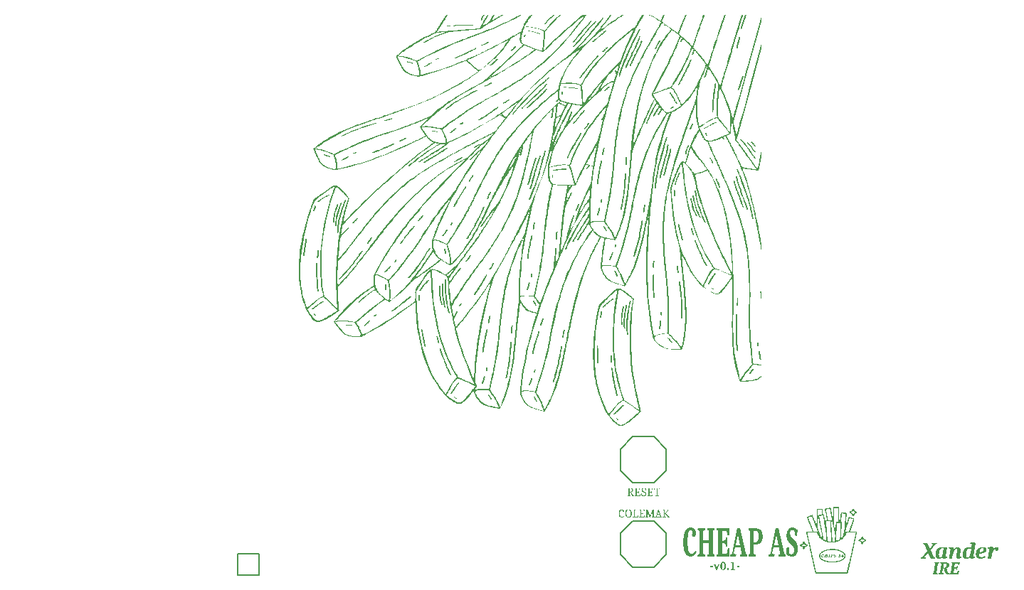
<source format=gbr>
%TF.GenerationSoftware,KiCad,Pcbnew,7.0.0*%
%TF.CreationDate,2023-03-01T18:30:01+00:00*%
%TF.ProjectId,chips-34,63686970-732d-4333-942e-6b696361645f,v1.0.0*%
%TF.SameCoordinates,Original*%
%TF.FileFunction,Legend,Top*%
%TF.FilePolarity,Positive*%
%FSLAX46Y46*%
G04 Gerber Fmt 4.6, Leading zero omitted, Abs format (unit mm)*
G04 Created by KiCad (PCBNEW 7.0.0) date 2023-03-01 18:30:01*
%MOMM*%
%LPD*%
G01*
G04 APERTURE LIST*
%ADD10C,0.125000*%
%ADD11C,0.250000*%
%ADD12C,0.300000*%
%ADD13C,0.150000*%
G04 APERTURE END LIST*
D10*
G36*
X214834001Y-166516725D02*
G01*
X214853002Y-166517472D01*
X214871381Y-166518719D01*
X214889137Y-166520463D01*
X214906270Y-166522707D01*
X214922780Y-166525448D01*
X214938666Y-166528689D01*
X214953930Y-166532428D01*
X214968571Y-166536665D01*
X214982589Y-166541401D01*
X214995983Y-166546635D01*
X215008755Y-166552368D01*
X215020904Y-166558599D01*
X215032429Y-166565329D01*
X215043332Y-166572557D01*
X215053612Y-166580284D01*
X215063268Y-166588509D01*
X215072302Y-166597233D01*
X215080713Y-166606455D01*
X215088500Y-166616176D01*
X215095665Y-166626395D01*
X215102206Y-166637113D01*
X215108125Y-166648330D01*
X215113421Y-166660044D01*
X215118093Y-166672258D01*
X215122143Y-166684970D01*
X215125569Y-166698180D01*
X215128373Y-166711889D01*
X215130553Y-166726096D01*
X215132111Y-166740802D01*
X215133045Y-166756006D01*
X215133357Y-166771709D01*
X215133170Y-166783537D01*
X215132611Y-166795084D01*
X215131678Y-166806351D01*
X215130373Y-166817337D01*
X215128694Y-166828042D01*
X215126642Y-166838468D01*
X215124217Y-166848612D01*
X215121420Y-166858476D01*
X215118249Y-166868060D01*
X215114705Y-166877363D01*
X215110788Y-166886386D01*
X215101835Y-166903590D01*
X215091390Y-166919672D01*
X215079452Y-166934632D01*
X215066023Y-166948469D01*
X215051101Y-166961185D01*
X215043081Y-166967123D01*
X215034687Y-166972779D01*
X215025921Y-166978155D01*
X215016781Y-166983251D01*
X215007269Y-166988066D01*
X214997383Y-166992601D01*
X214987124Y-166996855D01*
X214976492Y-167000829D01*
X214965488Y-167004522D01*
X214954110Y-167007935D01*
X214942359Y-167011067D01*
X214951168Y-167017401D01*
X214959827Y-167024769D01*
X214968336Y-167033171D01*
X214976694Y-167042609D01*
X214984902Y-167053081D01*
X214992960Y-167064588D01*
X214998249Y-167072834D01*
X215003470Y-167081540D01*
X215008625Y-167090706D01*
X215013713Y-167100331D01*
X215018735Y-167110417D01*
X215023689Y-167120962D01*
X215028577Y-167131967D01*
X215138242Y-167379874D01*
X215149206Y-167386644D01*
X215158115Y-167391311D01*
X215167613Y-167395626D01*
X215177699Y-167399588D01*
X215188373Y-167403199D01*
X215199635Y-167406458D01*
X215211485Y-167409364D01*
X215223924Y-167411919D01*
X215236950Y-167414121D01*
X215250565Y-167415972D01*
X215255234Y-167416510D01*
X215246930Y-167470000D01*
X215036393Y-167470000D01*
X214915737Y-167156147D01*
X214911635Y-167145663D01*
X214907574Y-167135704D01*
X214903552Y-167126269D01*
X214897595Y-167113100D01*
X214891728Y-167101113D01*
X214885952Y-167090306D01*
X214880265Y-167080679D01*
X214874669Y-167072234D01*
X214867347Y-167062809D01*
X214860186Y-167055484D01*
X214854920Y-167051367D01*
X214844740Y-167045879D01*
X214834467Y-167042158D01*
X214822300Y-167039033D01*
X214811933Y-167037079D01*
X214800502Y-167035460D01*
X214788005Y-167034177D01*
X214774444Y-167033228D01*
X214759818Y-167032614D01*
X214749476Y-167032391D01*
X214738661Y-167032316D01*
X214710817Y-167032316D01*
X214710817Y-167379874D01*
X214721357Y-167386026D01*
X214730435Y-167390379D01*
X214740517Y-167394509D01*
X214751604Y-167398416D01*
X214763695Y-167402100D01*
X214776792Y-167405560D01*
X214790892Y-167408798D01*
X214800851Y-167410832D01*
X214811256Y-167412767D01*
X214822108Y-167414602D01*
X214833406Y-167416339D01*
X214845150Y-167417976D01*
X214843567Y-167428133D01*
X214841918Y-167439330D01*
X214840544Y-167449445D01*
X214839289Y-167459879D01*
X214838312Y-167470000D01*
X214450454Y-167470000D01*
X214457293Y-167417976D01*
X214467328Y-167416682D01*
X214477099Y-167415243D01*
X214491263Y-167412813D01*
X214504834Y-167410057D01*
X214517813Y-167406974D01*
X214530199Y-167403565D01*
X214541993Y-167399830D01*
X214553194Y-167395769D01*
X214563803Y-167391381D01*
X214573820Y-167386667D01*
X214583243Y-167381627D01*
X214586253Y-167379874D01*
X214586253Y-166967348D01*
X214710817Y-166967348D01*
X214753804Y-166967348D01*
X214769491Y-166967157D01*
X214784681Y-166966585D01*
X214799373Y-166965633D01*
X214813567Y-166964299D01*
X214827262Y-166962583D01*
X214840460Y-166960487D01*
X214853160Y-166958009D01*
X214865362Y-166955151D01*
X214877065Y-166951911D01*
X214888271Y-166948290D01*
X214898978Y-166944288D01*
X214909188Y-166939905D01*
X214918899Y-166935140D01*
X214928113Y-166929995D01*
X214936828Y-166924468D01*
X214945046Y-166918560D01*
X214952765Y-166912271D01*
X214959987Y-166905601D01*
X214972935Y-166891117D01*
X214983892Y-166875109D01*
X214988623Y-166866533D01*
X214992856Y-166857576D01*
X214996591Y-166848238D01*
X214999829Y-166838518D01*
X215002568Y-166828418D01*
X215004809Y-166817936D01*
X215006552Y-166807073D01*
X215007797Y-166795829D01*
X215008544Y-166784204D01*
X215008793Y-166772198D01*
X215008604Y-166760462D01*
X215008036Y-166749099D01*
X215007089Y-166738108D01*
X215005763Y-166727490D01*
X215004059Y-166717244D01*
X215001975Y-166707371D01*
X214999513Y-166697871D01*
X214993453Y-166679988D01*
X214985878Y-166663595D01*
X214976787Y-166648692D01*
X214966182Y-166635280D01*
X214954061Y-166623358D01*
X214940426Y-166612926D01*
X214925275Y-166603984D01*
X214908609Y-166596533D01*
X214890428Y-166590572D01*
X214880770Y-166588150D01*
X214870732Y-166586101D01*
X214860316Y-166584425D01*
X214849522Y-166583121D01*
X214838348Y-166582189D01*
X214826795Y-166581630D01*
X214814864Y-166581444D01*
X214802927Y-166581600D01*
X214790684Y-166582070D01*
X214778136Y-166582852D01*
X214765283Y-166583948D01*
X214755443Y-166584974D01*
X214745431Y-166586177D01*
X214735247Y-166587556D01*
X214724891Y-166589111D01*
X214714364Y-166590842D01*
X214710817Y-166591458D01*
X214710817Y-166967348D01*
X214586253Y-166967348D01*
X214586253Y-166612951D01*
X214576705Y-166607667D01*
X214566469Y-166602713D01*
X214555547Y-166598090D01*
X214543938Y-166593797D01*
X214531642Y-166589835D01*
X214518659Y-166586204D01*
X214504989Y-166582903D01*
X214490632Y-166579933D01*
X214480679Y-166578136D01*
X214470421Y-166576487D01*
X214459857Y-166574984D01*
X214448989Y-166573628D01*
X214455827Y-166516475D01*
X214814376Y-166516475D01*
X214834001Y-166516725D01*
G37*
G36*
X215955967Y-166742156D02*
G01*
X215946541Y-166745816D01*
X215936838Y-166748478D01*
X215927101Y-166749698D01*
X215925437Y-166749727D01*
X215914879Y-166749203D01*
X215905061Y-166747789D01*
X215899303Y-166746552D01*
X215897082Y-166734453D01*
X215894696Y-166722700D01*
X215892144Y-166711295D01*
X215889426Y-166700238D01*
X215886542Y-166689527D01*
X215883492Y-166679164D01*
X215880275Y-166669148D01*
X215876893Y-166659480D01*
X215873345Y-166650158D01*
X215867712Y-166636828D01*
X215861704Y-166624278D01*
X215855324Y-166612510D01*
X215848570Y-166601523D01*
X215843859Y-166594633D01*
X215580321Y-166594633D01*
X215580321Y-166954159D01*
X215738835Y-166954159D01*
X215748779Y-166953334D01*
X215761203Y-166949671D01*
X215769895Y-166945000D01*
X215778050Y-166938680D01*
X215785669Y-166930711D01*
X215792750Y-166921094D01*
X215799296Y-166909829D01*
X215805304Y-166896914D01*
X215809012Y-166887389D01*
X215812481Y-166877131D01*
X215815711Y-166866140D01*
X215817237Y-166860369D01*
X215862178Y-166860369D01*
X215862178Y-167141737D01*
X215817237Y-167141737D01*
X215815024Y-167130888D01*
X215812810Y-167120934D01*
X215810154Y-167110169D01*
X215807498Y-167100692D01*
X215804399Y-167091264D01*
X215803071Y-167087759D01*
X215798980Y-167078692D01*
X215793545Y-167069563D01*
X215787688Y-167061526D01*
X215780803Y-167053441D01*
X215778647Y-167051123D01*
X215770661Y-167043795D01*
X215762091Y-167038267D01*
X215752936Y-167034539D01*
X215743197Y-167032610D01*
X215737370Y-167032316D01*
X215580321Y-167032316D01*
X215580321Y-167391842D01*
X215878786Y-167391842D01*
X215885918Y-167380542D01*
X215892659Y-167368535D01*
X215899010Y-167355819D01*
X215904970Y-167342394D01*
X215908726Y-167333051D01*
X215912308Y-167323393D01*
X215915717Y-167313420D01*
X215918953Y-167303132D01*
X215922014Y-167292529D01*
X215924902Y-167281612D01*
X215927617Y-167270380D01*
X215930157Y-167258832D01*
X215932524Y-167246970D01*
X215934718Y-167234794D01*
X215944680Y-167233264D01*
X215954604Y-167232236D01*
X215958409Y-167232107D01*
X215968635Y-167232697D01*
X215978671Y-167233747D01*
X215987230Y-167234794D01*
X215987230Y-167470000D01*
X215318737Y-167470000D01*
X215327042Y-167419930D01*
X215338535Y-167418528D01*
X215349569Y-167417010D01*
X215360143Y-167415376D01*
X215370257Y-167413625D01*
X215379912Y-167411758D01*
X215393531Y-167408739D01*
X215406115Y-167405458D01*
X215417665Y-167401916D01*
X215428180Y-167398111D01*
X215437660Y-167394045D01*
X215448691Y-167388215D01*
X215455758Y-167383538D01*
X215455758Y-166609532D01*
X215445547Y-166604158D01*
X215434792Y-166599119D01*
X215423491Y-166594415D01*
X215411645Y-166590046D01*
X215399254Y-166586012D01*
X215386317Y-166582312D01*
X215372835Y-166578948D01*
X215358808Y-166575918D01*
X215349154Y-166574084D01*
X215339258Y-166572399D01*
X215329119Y-166570863D01*
X215318737Y-166569476D01*
X215320385Y-166558909D01*
X215321819Y-166549188D01*
X215323256Y-166538640D01*
X215324541Y-166527876D01*
X215325495Y-166517607D01*
X215325576Y-166516475D01*
X215955967Y-166516475D01*
X215955967Y-166742156D01*
G37*
G36*
X216607118Y-166764382D02*
G01*
X216604479Y-166752094D01*
X216601692Y-166740267D01*
X216598755Y-166728899D01*
X216595669Y-166717991D01*
X216592435Y-166707543D01*
X216589052Y-166697555D01*
X216585520Y-166688026D01*
X216581839Y-166678958D01*
X216576039Y-166666218D01*
X216569904Y-166654512D01*
X216563434Y-166643841D01*
X216556629Y-166634204D01*
X216549489Y-166625603D01*
X216547035Y-166622965D01*
X216539330Y-166615545D01*
X216531055Y-166608855D01*
X216522208Y-166602894D01*
X216512791Y-166597663D01*
X216502803Y-166593162D01*
X216492243Y-166589391D01*
X216481113Y-166586350D01*
X216469411Y-166584039D01*
X216457139Y-166582458D01*
X216444295Y-166581606D01*
X216435416Y-166581444D01*
X216422196Y-166581787D01*
X216409467Y-166582818D01*
X216397226Y-166584535D01*
X216385476Y-166586939D01*
X216374214Y-166590031D01*
X216363442Y-166593809D01*
X216353160Y-166598274D01*
X216343367Y-166603426D01*
X216334063Y-166609265D01*
X216325249Y-166615791D01*
X216319644Y-166620523D01*
X216311831Y-166628000D01*
X216304787Y-166635867D01*
X216298511Y-166644125D01*
X216293003Y-166652774D01*
X216288264Y-166661814D01*
X216284293Y-166671244D01*
X216281091Y-166681065D01*
X216278657Y-166691277D01*
X216276992Y-166701879D01*
X216276096Y-166712872D01*
X216275925Y-166720418D01*
X216276322Y-166731743D01*
X216277514Y-166742818D01*
X216279499Y-166753644D01*
X216282279Y-166764222D01*
X216285853Y-166774550D01*
X216290222Y-166784629D01*
X216295385Y-166794460D01*
X216301342Y-166804041D01*
X216308093Y-166813373D01*
X216315638Y-166822456D01*
X216321110Y-166828374D01*
X216329750Y-166837005D01*
X216338724Y-166845404D01*
X216348033Y-166853571D01*
X216357678Y-166861507D01*
X216367657Y-166869210D01*
X216377971Y-166876682D01*
X216388620Y-166883922D01*
X216399603Y-166890930D01*
X216410922Y-166897707D01*
X216422576Y-166904251D01*
X216430531Y-166908485D01*
X216442619Y-166914741D01*
X216454702Y-166921053D01*
X216466781Y-166927421D01*
X216478856Y-166933844D01*
X216490927Y-166940324D01*
X216502994Y-166946859D01*
X216515056Y-166953450D01*
X216527114Y-166960097D01*
X216539167Y-166966799D01*
X216551216Y-166973558D01*
X216559247Y-166978094D01*
X216571167Y-166985091D01*
X216582748Y-166992526D01*
X216593991Y-167000398D01*
X216604893Y-167008709D01*
X216615457Y-167017457D01*
X216625682Y-167026643D01*
X216635567Y-167036268D01*
X216645113Y-167046330D01*
X216654320Y-167056830D01*
X216663188Y-167067768D01*
X216668912Y-167075303D01*
X216676987Y-167086893D01*
X216684268Y-167098856D01*
X216690754Y-167111193D01*
X216696446Y-167123904D01*
X216701344Y-167136987D01*
X216705448Y-167150445D01*
X216708757Y-167164276D01*
X216711273Y-167178480D01*
X216712994Y-167193058D01*
X216713700Y-167202985D01*
X216714053Y-167213077D01*
X216714097Y-167218185D01*
X216713759Y-167232893D01*
X216712746Y-167247219D01*
X216711057Y-167261164D01*
X216708693Y-167274727D01*
X216705653Y-167287909D01*
X216701938Y-167300709D01*
X216697547Y-167313127D01*
X216692481Y-167325163D01*
X216686740Y-167336818D01*
X216680322Y-167348092D01*
X216673230Y-167358983D01*
X216665462Y-167369494D01*
X216657018Y-167379622D01*
X216647899Y-167389369D01*
X216638105Y-167398734D01*
X216627635Y-167407718D01*
X216616625Y-167416206D01*
X216605149Y-167424147D01*
X216593208Y-167431540D01*
X216580801Y-167438385D01*
X216567929Y-167444683D01*
X216554591Y-167450433D01*
X216540787Y-167455636D01*
X216526518Y-167460291D01*
X216511783Y-167464398D01*
X216496583Y-167467958D01*
X216480917Y-167470970D01*
X216464786Y-167473434D01*
X216448189Y-167475351D01*
X216431126Y-167476720D01*
X216413598Y-167477541D01*
X216395604Y-167477815D01*
X216384188Y-167477633D01*
X216372472Y-167477085D01*
X216360455Y-167476173D01*
X216348137Y-167474896D01*
X216335519Y-167473254D01*
X216322600Y-167471246D01*
X216309381Y-167468874D01*
X216295861Y-167466137D01*
X216282041Y-167463035D01*
X216267920Y-167459569D01*
X216258340Y-167457055D01*
X216248847Y-167454409D01*
X216235187Y-167450365D01*
X216222222Y-167446232D01*
X216209953Y-167442008D01*
X216198380Y-167437694D01*
X216187502Y-167433289D01*
X216177320Y-167428795D01*
X216167833Y-167424210D01*
X216159041Y-167419536D01*
X216148402Y-167413162D01*
X216143545Y-167409916D01*
X216143545Y-167175931D01*
X216153876Y-167173891D01*
X216164564Y-167172196D01*
X216175609Y-167170847D01*
X216187013Y-167169844D01*
X216198774Y-167169187D01*
X216210893Y-167168876D01*
X216215841Y-167168848D01*
X216217982Y-167185730D01*
X216220253Y-167202122D01*
X216222653Y-167218024D01*
X216225184Y-167233435D01*
X216227844Y-167248356D01*
X216230633Y-167262786D01*
X216233553Y-167276726D01*
X216236602Y-167290176D01*
X216239781Y-167303135D01*
X216243090Y-167315604D01*
X216246528Y-167327582D01*
X216250096Y-167339070D01*
X216253794Y-167350068D01*
X216257622Y-167360575D01*
X216261580Y-167370592D01*
X216265667Y-167380118D01*
X216277783Y-167385967D01*
X216290225Y-167391241D01*
X216302993Y-167395939D01*
X216316088Y-167400062D01*
X216329509Y-167403610D01*
X216343256Y-167406582D01*
X216357329Y-167408979D01*
X216371729Y-167410801D01*
X216381510Y-167411696D01*
X216391437Y-167412335D01*
X216401508Y-167412719D01*
X216411724Y-167412847D01*
X216421877Y-167412670D01*
X216431760Y-167412141D01*
X216446075Y-167410685D01*
X216459781Y-167408434D01*
X216472877Y-167405389D01*
X216485363Y-167401550D01*
X216497240Y-167396917D01*
X216508507Y-167391490D01*
X216519165Y-167385268D01*
X216529212Y-167378252D01*
X216538651Y-167370442D01*
X216541661Y-167367662D01*
X216550216Y-167358953D01*
X216557930Y-167349862D01*
X216564802Y-167340388D01*
X216570833Y-167330533D01*
X216576022Y-167320296D01*
X216580370Y-167309676D01*
X216583876Y-167298674D01*
X216586541Y-167287291D01*
X216588364Y-167275525D01*
X216589346Y-167263377D01*
X216589533Y-167255066D01*
X216589134Y-167242615D01*
X216587936Y-167230542D01*
X216585939Y-167218847D01*
X216583144Y-167207530D01*
X216579551Y-167196591D01*
X216575159Y-167186029D01*
X216569968Y-167175845D01*
X216563979Y-167166039D01*
X216557191Y-167156611D01*
X216549605Y-167147561D01*
X216544104Y-167141737D01*
X216535420Y-167133208D01*
X216526407Y-167124933D01*
X216517062Y-167116911D01*
X216507387Y-167109142D01*
X216497381Y-167101627D01*
X216487045Y-167094364D01*
X216476379Y-167087356D01*
X216465381Y-167080600D01*
X216454053Y-167074098D01*
X216442395Y-167067849D01*
X216434439Y-167063824D01*
X216422438Y-167057838D01*
X216410433Y-167051788D01*
X216398424Y-167045674D01*
X216386411Y-167039495D01*
X216374393Y-167033252D01*
X216362371Y-167026944D01*
X216350344Y-167020572D01*
X216338314Y-167014135D01*
X216326279Y-167007635D01*
X216314240Y-167001069D01*
X216306211Y-166996657D01*
X216294332Y-166989800D01*
X216282784Y-166982509D01*
X216271566Y-166974784D01*
X216260679Y-166966626D01*
X216250122Y-166958035D01*
X216239896Y-166949009D01*
X216230001Y-166939551D01*
X216220436Y-166929658D01*
X216211202Y-166919332D01*
X216202298Y-166908572D01*
X216196546Y-166901158D01*
X216188471Y-166889655D01*
X216181190Y-166877771D01*
X216174704Y-166865504D01*
X216169012Y-166852855D01*
X216164114Y-166839824D01*
X216160010Y-166826411D01*
X216156700Y-166812616D01*
X216154185Y-166798439D01*
X216152464Y-166783879D01*
X216151758Y-166773961D01*
X216151405Y-166763872D01*
X216151361Y-166758764D01*
X216151663Y-166745459D01*
X216152567Y-166732470D01*
X216154075Y-166719798D01*
X216156185Y-166707443D01*
X216158898Y-166695404D01*
X216162215Y-166683683D01*
X216166134Y-166672278D01*
X216170656Y-166661189D01*
X216175782Y-166650418D01*
X216181510Y-166639963D01*
X216187841Y-166629825D01*
X216194775Y-166620004D01*
X216202313Y-166610499D01*
X216210453Y-166601312D01*
X216219196Y-166592441D01*
X216228542Y-166583886D01*
X216238371Y-166575723D01*
X216248562Y-166568087D01*
X216259116Y-166560977D01*
X216270033Y-166554394D01*
X216281312Y-166548338D01*
X216292953Y-166542808D01*
X216304957Y-166537805D01*
X216317324Y-166533328D01*
X216330053Y-166529378D01*
X216343145Y-166525955D01*
X216356600Y-166523059D01*
X216370416Y-166520689D01*
X216384596Y-166518845D01*
X216399138Y-166517529D01*
X216414042Y-166516739D01*
X216429310Y-166516475D01*
X216439173Y-166516531D01*
X216458549Y-166516980D01*
X216477454Y-166517877D01*
X216495891Y-166519222D01*
X216513858Y-166521016D01*
X216531356Y-166523258D01*
X216548384Y-166525948D01*
X216564943Y-166529087D01*
X216581033Y-166532674D01*
X216596653Y-166536710D01*
X216611803Y-166541194D01*
X216626485Y-166546127D01*
X216640696Y-166551508D01*
X216654439Y-166557337D01*
X216667712Y-166563615D01*
X216680516Y-166570341D01*
X216686741Y-166573872D01*
X216666225Y-166764382D01*
X216655988Y-166766572D01*
X216646037Y-166767950D01*
X216635421Y-166768530D01*
X216634474Y-166768534D01*
X216624519Y-166768043D01*
X216614318Y-166766389D01*
X216607118Y-166764382D01*
G37*
G36*
X217454641Y-166742156D02*
G01*
X217445215Y-166745816D01*
X217435512Y-166748478D01*
X217425776Y-166749698D01*
X217424111Y-166749727D01*
X217413553Y-166749203D01*
X217403735Y-166747789D01*
X217397977Y-166746552D01*
X217395757Y-166734453D01*
X217393370Y-166722700D01*
X217390818Y-166711295D01*
X217388100Y-166700238D01*
X217385216Y-166689527D01*
X217382166Y-166679164D01*
X217378950Y-166669148D01*
X217375567Y-166659480D01*
X217372019Y-166650158D01*
X217366386Y-166636828D01*
X217360379Y-166624278D01*
X217353998Y-166612510D01*
X217347244Y-166601523D01*
X217342534Y-166594633D01*
X217078996Y-166594633D01*
X217078996Y-166954159D01*
X217237509Y-166954159D01*
X217247453Y-166953334D01*
X217259877Y-166949671D01*
X217268569Y-166945000D01*
X217276724Y-166938680D01*
X217284343Y-166930711D01*
X217291425Y-166921094D01*
X217297970Y-166909829D01*
X217303978Y-166896914D01*
X217307686Y-166887389D01*
X217311155Y-166877131D01*
X217314385Y-166866140D01*
X217315911Y-166860369D01*
X217360852Y-166860369D01*
X217360852Y-167141737D01*
X217315911Y-167141737D01*
X217313698Y-167130888D01*
X217311484Y-167120934D01*
X217308828Y-167110169D01*
X217306172Y-167100692D01*
X217303073Y-167091264D01*
X217301745Y-167087759D01*
X217297654Y-167078692D01*
X217292220Y-167069563D01*
X217286362Y-167061526D01*
X217279477Y-167053441D01*
X217277321Y-167051123D01*
X217269335Y-167043795D01*
X217260765Y-167038267D01*
X217251610Y-167034539D01*
X217241871Y-167032610D01*
X217236044Y-167032316D01*
X217078996Y-167032316D01*
X217078996Y-167391842D01*
X217377460Y-167391842D01*
X217384592Y-167380542D01*
X217391333Y-167368535D01*
X217397684Y-167355819D01*
X217403644Y-167342394D01*
X217407400Y-167333051D01*
X217410983Y-167323393D01*
X217414391Y-167313420D01*
X217417627Y-167303132D01*
X217420688Y-167292529D01*
X217423576Y-167281612D01*
X217426291Y-167270380D01*
X217428831Y-167258832D01*
X217431198Y-167246970D01*
X217433392Y-167234794D01*
X217443354Y-167233264D01*
X217453278Y-167232236D01*
X217457083Y-167232107D01*
X217467309Y-167232697D01*
X217477346Y-167233747D01*
X217485904Y-167234794D01*
X217485904Y-167470000D01*
X216817411Y-167470000D01*
X216825716Y-167419930D01*
X216837209Y-167418528D01*
X216848243Y-167417010D01*
X216858817Y-167415376D01*
X216868931Y-167413625D01*
X216878586Y-167411758D01*
X216892205Y-167408739D01*
X216904789Y-167405458D01*
X216916339Y-167401916D01*
X216926854Y-167398111D01*
X216936335Y-167394045D01*
X216947366Y-167388215D01*
X216954432Y-167383538D01*
X216954432Y-166609532D01*
X216944221Y-166604158D01*
X216933466Y-166599119D01*
X216922165Y-166594415D01*
X216910319Y-166590046D01*
X216897928Y-166586012D01*
X216884991Y-166582312D01*
X216871510Y-166578948D01*
X216857483Y-166575918D01*
X216847828Y-166574084D01*
X216837932Y-166572399D01*
X216827793Y-166570863D01*
X216817411Y-166569476D01*
X216819060Y-166558909D01*
X216820493Y-166549188D01*
X216821930Y-166538640D01*
X216823216Y-166527876D01*
X216824170Y-166517607D01*
X216824250Y-166516475D01*
X217454641Y-166516475D01*
X217454641Y-166742156D01*
G37*
G36*
X217696930Y-166757299D02*
G01*
X217656630Y-166757299D01*
X217645886Y-166757202D01*
X217635793Y-166756612D01*
X217634404Y-166756078D01*
X217634404Y-166516475D01*
X217645904Y-166516475D01*
X217657509Y-166516475D01*
X217669216Y-166516475D01*
X217681027Y-166516475D01*
X217692942Y-166516475D01*
X217704960Y-166516475D01*
X217717082Y-166516475D01*
X217729307Y-166516475D01*
X217741636Y-166516475D01*
X217754068Y-166516475D01*
X217766604Y-166516475D01*
X217779244Y-166516475D01*
X217791986Y-166516475D01*
X217804833Y-166516475D01*
X217817783Y-166516475D01*
X217830836Y-166516475D01*
X217843993Y-166516475D01*
X217857253Y-166516475D01*
X217870617Y-166516475D01*
X217884085Y-166516475D01*
X217897656Y-166516475D01*
X217911330Y-166516475D01*
X217925108Y-166516475D01*
X217938990Y-166516475D01*
X217952975Y-166516475D01*
X217967063Y-166516475D01*
X217981256Y-166516475D01*
X217995551Y-166516475D01*
X218009950Y-166516475D01*
X218024453Y-166516475D01*
X218039059Y-166516475D01*
X218053769Y-166516475D01*
X218068369Y-166516473D01*
X218082615Y-166516464D01*
X218096508Y-166516450D01*
X218110048Y-166516430D01*
X218123234Y-166516404D01*
X218136066Y-166516372D01*
X218148545Y-166516335D01*
X218160671Y-166516292D01*
X218172443Y-166516244D01*
X218183861Y-166516189D01*
X218194927Y-166516129D01*
X218205638Y-166516063D01*
X218215996Y-166515992D01*
X218226001Y-166515914D01*
X218244950Y-166515743D01*
X218262485Y-166515548D01*
X218278606Y-166515331D01*
X218293313Y-166515090D01*
X218306606Y-166514827D01*
X218318485Y-166514541D01*
X218328950Y-166514231D01*
X218341997Y-166513725D01*
X218345639Y-166513545D01*
X218345639Y-166757299D01*
X218335294Y-166757299D01*
X218325443Y-166757299D01*
X218316086Y-166757299D01*
X218305672Y-166757202D01*
X218295778Y-166756868D01*
X218285555Y-166756078D01*
X218284218Y-166743357D01*
X218282647Y-166730963D01*
X218280844Y-166718895D01*
X218278808Y-166707153D01*
X218276539Y-166695737D01*
X218274038Y-166684648D01*
X218271303Y-166673885D01*
X218268336Y-166663449D01*
X218265136Y-166653338D01*
X218261703Y-166643554D01*
X218258038Y-166634096D01*
X218254139Y-166624965D01*
X218247855Y-166611880D01*
X218241048Y-166599528D01*
X218236218Y-166591702D01*
X218225124Y-166590460D01*
X218214007Y-166589298D01*
X218202868Y-166588216D01*
X218191705Y-166587214D01*
X218180519Y-166586293D01*
X218169311Y-166585451D01*
X218158079Y-166584690D01*
X218146825Y-166584009D01*
X218135548Y-166583408D01*
X218124248Y-166582887D01*
X218112925Y-166582446D01*
X218101579Y-166582085D01*
X218090211Y-166581805D01*
X218078819Y-166581604D01*
X218067404Y-166581484D01*
X218055967Y-166581444D01*
X218055967Y-167378408D01*
X218065236Y-167383354D01*
X218075184Y-167388025D01*
X218085810Y-167392422D01*
X218097114Y-167396543D01*
X218109097Y-167400390D01*
X218121758Y-167403962D01*
X218135097Y-167407260D01*
X218149115Y-167410282D01*
X218158837Y-167412144D01*
X218168861Y-167413885D01*
X218179186Y-167415503D01*
X218189812Y-167416999D01*
X218188164Y-167427373D01*
X218186469Y-167438799D01*
X218185084Y-167449109D01*
X218183859Y-167459726D01*
X218182973Y-167470000D01*
X217796093Y-167470000D01*
X217804641Y-167416999D01*
X217814782Y-167415703D01*
X217824627Y-167414259D01*
X217838840Y-167411813D01*
X217852388Y-167409032D01*
X217865270Y-167405917D01*
X217877486Y-167402466D01*
X217889038Y-167398681D01*
X217899923Y-167394561D01*
X217910144Y-167390106D01*
X217919698Y-167385316D01*
X217928588Y-167380191D01*
X217931403Y-167378408D01*
X217931403Y-166581444D01*
X217918034Y-166581478D01*
X217904914Y-166581581D01*
X217892045Y-166581753D01*
X217879425Y-166581994D01*
X217867056Y-166582303D01*
X217854936Y-166582681D01*
X217843066Y-166583127D01*
X217831447Y-166583642D01*
X217820077Y-166584226D01*
X217808957Y-166584879D01*
X217798087Y-166585600D01*
X217787468Y-166586390D01*
X217777098Y-166587249D01*
X217766978Y-166588176D01*
X217757108Y-166589172D01*
X217747488Y-166590237D01*
X217741366Y-166599304D01*
X217735639Y-166608555D01*
X217730306Y-166617989D01*
X217725369Y-166627606D01*
X217720827Y-166637406D01*
X217716679Y-166647390D01*
X217712927Y-166657556D01*
X217709569Y-166667906D01*
X217706607Y-166678439D01*
X217704040Y-166689155D01*
X217701867Y-166700054D01*
X217700090Y-166711137D01*
X217698707Y-166722403D01*
X217697720Y-166733852D01*
X217697127Y-166745484D01*
X217696930Y-166757299D01*
G37*
G36*
X213798904Y-170017815D02*
G01*
X213787473Y-170017701D01*
X213776229Y-170017359D01*
X213765174Y-170016789D01*
X213754307Y-170015991D01*
X213743627Y-170014965D01*
X213733136Y-170013711D01*
X213722832Y-170012229D01*
X213712717Y-170010519D01*
X213702789Y-170008580D01*
X213693049Y-170006414D01*
X213683498Y-170004020D01*
X213664958Y-169998547D01*
X213647170Y-169992163D01*
X213630134Y-169984866D01*
X213613850Y-169976657D01*
X213598318Y-169967536D01*
X213583538Y-169957503D01*
X213569509Y-169946558D01*
X213556232Y-169934701D01*
X213543707Y-169921931D01*
X213531934Y-169908250D01*
X213526329Y-169901067D01*
X213515652Y-169885971D01*
X213505664Y-169869869D01*
X213496364Y-169852761D01*
X213491973Y-169843831D01*
X213487754Y-169834648D01*
X213483707Y-169825215D01*
X213479832Y-169815530D01*
X213476130Y-169805593D01*
X213472599Y-169795405D01*
X213469241Y-169784966D01*
X213466055Y-169774276D01*
X213463042Y-169763334D01*
X213460200Y-169752140D01*
X213457531Y-169740695D01*
X213455034Y-169728999D01*
X213452709Y-169717051D01*
X213450556Y-169704852D01*
X213448576Y-169692402D01*
X213446768Y-169679700D01*
X213445132Y-169666747D01*
X213443668Y-169653542D01*
X213442376Y-169640086D01*
X213441257Y-169626379D01*
X213440310Y-169612420D01*
X213439535Y-169598210D01*
X213438932Y-169583748D01*
X213438502Y-169569035D01*
X213438243Y-169554071D01*
X213438157Y-169538855D01*
X213438244Y-169523623D01*
X213438504Y-169508640D01*
X213438936Y-169493905D01*
X213439543Y-169479420D01*
X213440322Y-169465184D01*
X213441274Y-169451197D01*
X213442400Y-169437458D01*
X213443698Y-169423969D01*
X213445170Y-169410729D01*
X213446815Y-169397738D01*
X213448634Y-169384996D01*
X213450625Y-169372503D01*
X213452790Y-169360259D01*
X213455127Y-169348264D01*
X213457638Y-169336517D01*
X213460322Y-169325020D01*
X213463179Y-169313772D01*
X213466210Y-169302773D01*
X213469413Y-169292023D01*
X213472790Y-169281522D01*
X213476340Y-169271270D01*
X213480063Y-169261267D01*
X213483959Y-169251513D01*
X213488029Y-169242008D01*
X213492271Y-169232752D01*
X213496687Y-169223746D01*
X213501276Y-169214988D01*
X213510973Y-169198219D01*
X213521363Y-169182446D01*
X213526817Y-169174933D01*
X213538304Y-169160589D01*
X213550539Y-169147170D01*
X213563522Y-169134676D01*
X213577254Y-169123108D01*
X213591733Y-169112465D01*
X213606960Y-169102748D01*
X213622935Y-169093956D01*
X213639658Y-169086090D01*
X213657129Y-169079149D01*
X213675348Y-169073134D01*
X213694315Y-169068044D01*
X213704079Y-169065846D01*
X213714030Y-169063879D01*
X213724167Y-169062144D01*
X213734492Y-169060640D01*
X213745004Y-169059367D01*
X213755703Y-169058326D01*
X213766589Y-169057517D01*
X213777662Y-169056938D01*
X213788922Y-169056591D01*
X213800369Y-169056475D01*
X213815260Y-169056684D01*
X213829827Y-169057311D01*
X213844073Y-169058356D01*
X213857995Y-169059818D01*
X213871596Y-169061699D01*
X213884874Y-169063997D01*
X213897829Y-169066714D01*
X213910462Y-169069848D01*
X213922772Y-169073400D01*
X213934760Y-169077370D01*
X213946426Y-169081757D01*
X213957769Y-169086563D01*
X213968789Y-169091787D01*
X213979487Y-169097428D01*
X213989863Y-169103487D01*
X213999916Y-169109965D01*
X214009498Y-169116729D01*
X214018463Y-169123711D01*
X214026809Y-169130910D01*
X214034537Y-169138327D01*
X214041647Y-169145962D01*
X214048138Y-169153814D01*
X214054012Y-169161883D01*
X214059267Y-169170170D01*
X214065990Y-169183009D01*
X214071322Y-169196337D01*
X214075264Y-169210154D01*
X214077814Y-169224461D01*
X214078741Y-169234271D01*
X214079050Y-169244298D01*
X214078669Y-169255800D01*
X214077524Y-169266860D01*
X214075616Y-169277477D01*
X214072944Y-169287651D01*
X214069510Y-169297383D01*
X214065312Y-169306672D01*
X214060351Y-169315518D01*
X214054626Y-169323921D01*
X214048406Y-169331592D01*
X214040308Y-169339742D01*
X214031852Y-169346294D01*
X214023039Y-169351248D01*
X214011991Y-169355084D01*
X214000428Y-169356618D01*
X213998450Y-169356650D01*
X213986927Y-169356100D01*
X213975988Y-169354452D01*
X213965632Y-169351704D01*
X213955860Y-169347857D01*
X213946673Y-169342911D01*
X213943740Y-169341018D01*
X213935637Y-169334865D01*
X213928547Y-169328127D01*
X213921557Y-169319528D01*
X213915945Y-169310135D01*
X213912233Y-169301451D01*
X213918358Y-169292200D01*
X213923666Y-169282889D01*
X213928158Y-169273516D01*
X213931833Y-169264082D01*
X213934691Y-169254587D01*
X213936733Y-169245031D01*
X213938137Y-169233000D01*
X213938367Y-169225736D01*
X213937424Y-169213910D01*
X213934598Y-169202704D01*
X213929887Y-169192119D01*
X213923292Y-169182154D01*
X213916659Y-169174628D01*
X213908821Y-169167499D01*
X213899776Y-169160767D01*
X213889739Y-169154642D01*
X213878924Y-169149334D01*
X213867330Y-169144842D01*
X213854958Y-169141167D01*
X213845167Y-169138946D01*
X213834939Y-169137185D01*
X213824273Y-169135884D01*
X213813169Y-169135041D01*
X213801627Y-169134659D01*
X213797683Y-169134633D01*
X213783986Y-169135023D01*
X213770740Y-169136194D01*
X213757944Y-169138145D01*
X213745598Y-169140877D01*
X213733703Y-169144389D01*
X213722257Y-169148681D01*
X213711263Y-169153754D01*
X213700718Y-169159607D01*
X213690624Y-169166241D01*
X213680980Y-169173655D01*
X213671787Y-169181849D01*
X213663044Y-169190824D01*
X213654751Y-169200580D01*
X213646909Y-169211115D01*
X213639516Y-169222432D01*
X213632575Y-169234528D01*
X213626068Y-169247403D01*
X213619981Y-169261113D01*
X213614314Y-169275659D01*
X213609066Y-169291040D01*
X213604239Y-169307257D01*
X213599831Y-169324311D01*
X213595843Y-169342199D01*
X213592274Y-169360924D01*
X213590648Y-169370600D01*
X213589126Y-169380485D01*
X213587709Y-169390578D01*
X213586397Y-169400881D01*
X213585190Y-169411392D01*
X213584088Y-169422113D01*
X213583091Y-169433042D01*
X213582199Y-169444180D01*
X213581412Y-169455528D01*
X213580730Y-169467084D01*
X213580153Y-169478849D01*
X213579681Y-169490823D01*
X213579313Y-169503006D01*
X213579051Y-169515398D01*
X213578894Y-169527999D01*
X213578841Y-169540809D01*
X213578893Y-169553600D01*
X213579050Y-169566177D01*
X213579311Y-169578538D01*
X213579677Y-169590684D01*
X213580147Y-169602615D01*
X213580722Y-169614331D01*
X213581401Y-169625831D01*
X213582184Y-169637117D01*
X213583072Y-169648187D01*
X213584065Y-169659043D01*
X213585162Y-169669683D01*
X213586363Y-169680108D01*
X213587669Y-169690317D01*
X213589079Y-169700312D01*
X213590594Y-169710091D01*
X213593937Y-169729005D01*
X213597698Y-169747058D01*
X213601877Y-169764250D01*
X213606474Y-169780582D01*
X213611488Y-169796053D01*
X213616921Y-169810664D01*
X213622771Y-169824414D01*
X213629039Y-169837304D01*
X213632330Y-169843426D01*
X213639284Y-169855079D01*
X213646710Y-169865980D01*
X213654610Y-169876130D01*
X213662983Y-169885527D01*
X213671829Y-169894173D01*
X213681148Y-169902067D01*
X213690941Y-169909209D01*
X213701207Y-169915600D01*
X213711946Y-169921238D01*
X213723158Y-169926125D01*
X213734844Y-169930260D01*
X213747002Y-169933643D01*
X213759634Y-169936274D01*
X213772739Y-169938154D01*
X213786318Y-169939282D01*
X213800369Y-169939658D01*
X213813897Y-169939353D01*
X213827369Y-169938438D01*
X213840785Y-169936914D01*
X213854145Y-169934780D01*
X213867449Y-169932037D01*
X213880698Y-169928684D01*
X213893890Y-169924721D01*
X213907027Y-169920149D01*
X213920108Y-169914967D01*
X213933133Y-169909175D01*
X213941786Y-169904975D01*
X213954443Y-169898367D01*
X213966496Y-169891548D01*
X213977942Y-169884519D01*
X213988784Y-169877280D01*
X213999020Y-169869831D01*
X214008650Y-169862171D01*
X214017676Y-169854300D01*
X214026096Y-169846219D01*
X214033910Y-169837928D01*
X214041119Y-169829427D01*
X214045589Y-169823642D01*
X214095903Y-169877376D01*
X214089306Y-169885024D01*
X214081996Y-169892529D01*
X214074737Y-169899452D01*
X214066416Y-169906983D01*
X214058996Y-169913446D01*
X214050895Y-169920298D01*
X214048764Y-169922072D01*
X214040246Y-169929006D01*
X214031789Y-169935643D01*
X214023394Y-169941982D01*
X214015059Y-169948023D01*
X214006785Y-169953766D01*
X213998572Y-169959212D01*
X213988392Y-169965601D01*
X213982330Y-169969211D01*
X213971939Y-169975097D01*
X213961406Y-169980603D01*
X213950728Y-169985729D01*
X213939908Y-169990475D01*
X213928945Y-169994842D01*
X213917839Y-169998829D01*
X213906589Y-170002437D01*
X213895197Y-170005664D01*
X213883661Y-170008512D01*
X213871982Y-170010980D01*
X213860160Y-170013069D01*
X213848195Y-170014778D01*
X213836087Y-170016107D01*
X213823836Y-170017056D01*
X213811441Y-170017625D01*
X213798904Y-170017815D01*
G37*
G36*
X214611508Y-169056597D02*
G01*
X214623991Y-169056963D01*
X214636246Y-169057572D01*
X214648274Y-169058426D01*
X214660075Y-169059522D01*
X214671648Y-169060863D01*
X214682995Y-169062448D01*
X214694115Y-169064276D01*
X214705008Y-169066348D01*
X214715673Y-169068664D01*
X214726112Y-169071223D01*
X214736323Y-169074027D01*
X214746308Y-169077074D01*
X214756065Y-169080364D01*
X214765595Y-169083899D01*
X214774898Y-169087677D01*
X214783974Y-169091700D01*
X214792823Y-169095965D01*
X214809840Y-169105229D01*
X214825949Y-169115467D01*
X214841149Y-169126680D01*
X214855441Y-169138868D01*
X214868825Y-169152032D01*
X214881300Y-169166170D01*
X214892868Y-169181284D01*
X214903633Y-169197278D01*
X214913705Y-169214119D01*
X214918480Y-169222857D01*
X214923081Y-169231807D01*
X214927509Y-169240969D01*
X214931763Y-169250343D01*
X214935844Y-169259929D01*
X214939751Y-169269726D01*
X214943484Y-169279735D01*
X214947044Y-169289956D01*
X214950430Y-169300389D01*
X214953642Y-169311034D01*
X214956681Y-169321890D01*
X214959546Y-169332958D01*
X214962237Y-169344238D01*
X214964755Y-169355730D01*
X214967099Y-169367434D01*
X214969270Y-169379349D01*
X214971267Y-169391476D01*
X214973090Y-169403815D01*
X214974740Y-169416366D01*
X214976215Y-169429129D01*
X214977518Y-169442103D01*
X214978646Y-169455290D01*
X214979601Y-169468688D01*
X214980383Y-169482298D01*
X214980991Y-169496119D01*
X214981425Y-169510153D01*
X214981685Y-169524398D01*
X214981772Y-169538855D01*
X214981685Y-169553296D01*
X214981425Y-169567522D01*
X214980991Y-169581534D01*
X214980383Y-169595332D01*
X214979601Y-169608916D01*
X214978646Y-169622286D01*
X214977518Y-169635441D01*
X214976215Y-169648383D01*
X214974740Y-169661110D01*
X214973090Y-169673623D01*
X214971267Y-169685921D01*
X214969270Y-169698006D01*
X214967099Y-169709876D01*
X214964755Y-169721532D01*
X214962237Y-169732974D01*
X214959546Y-169744202D01*
X214956681Y-169755216D01*
X214953642Y-169766015D01*
X214950430Y-169776600D01*
X214947044Y-169786971D01*
X214943484Y-169797128D01*
X214939751Y-169807071D01*
X214935844Y-169816799D01*
X214931763Y-169826314D01*
X214927509Y-169835614D01*
X214923081Y-169844700D01*
X214918480Y-169853571D01*
X214913705Y-169862229D01*
X214908756Y-169870672D01*
X214898337Y-169886916D01*
X214892868Y-169894717D01*
X214881300Y-169909623D01*
X214868825Y-169923568D01*
X214855441Y-169936551D01*
X214841149Y-169948572D01*
X214825949Y-169959632D01*
X214809840Y-169969730D01*
X214792823Y-169978866D01*
X214783974Y-169983074D01*
X214774898Y-169987041D01*
X214765595Y-169990767D01*
X214756065Y-169994253D01*
X214746308Y-169997499D01*
X214736323Y-170000505D01*
X214726112Y-170003269D01*
X214715673Y-170005794D01*
X214705008Y-170008078D01*
X214694115Y-170010122D01*
X214682995Y-170011925D01*
X214671648Y-170013488D01*
X214660075Y-170014810D01*
X214648274Y-170015892D01*
X214636246Y-170016733D01*
X214623991Y-170017334D01*
X214611508Y-170017695D01*
X214598799Y-170017815D01*
X214586090Y-170017694D01*
X214573608Y-170017332D01*
X214561353Y-170016727D01*
X214549325Y-170015880D01*
X214537524Y-170014792D01*
X214525950Y-170013462D01*
X214514603Y-170011890D01*
X214503483Y-170010076D01*
X214492591Y-170008020D01*
X214481925Y-170005722D01*
X214471487Y-170003183D01*
X214461275Y-170000402D01*
X214451291Y-169997378D01*
X214441534Y-169994113D01*
X214432003Y-169990606D01*
X214422700Y-169986857D01*
X214413624Y-169982867D01*
X214404775Y-169978634D01*
X214387758Y-169969444D01*
X214371650Y-169959286D01*
X214356449Y-169948160D01*
X214342157Y-169936067D01*
X214328773Y-169923007D01*
X214316298Y-169908979D01*
X214304731Y-169893984D01*
X214293965Y-169878080D01*
X214283894Y-169861324D01*
X214279119Y-169852627D01*
X214274517Y-169843718D01*
X214270089Y-169834595D01*
X214265835Y-169825260D01*
X214261755Y-169815712D01*
X214257848Y-169805952D01*
X214254114Y-169795978D01*
X214250555Y-169785792D01*
X214247169Y-169775393D01*
X214243956Y-169764782D01*
X214240918Y-169753957D01*
X214238053Y-169742920D01*
X214235361Y-169731670D01*
X214232843Y-169720207D01*
X214230499Y-169708532D01*
X214228329Y-169696644D01*
X214226332Y-169684543D01*
X214224509Y-169672229D01*
X214222859Y-169659702D01*
X214221383Y-169646963D01*
X214220081Y-169634011D01*
X214218952Y-169620846D01*
X214217997Y-169607469D01*
X214217216Y-169593878D01*
X214216608Y-169580075D01*
X214216174Y-169566060D01*
X214215913Y-169551831D01*
X214215826Y-169537390D01*
X214356510Y-169537390D01*
X214356552Y-169548347D01*
X214356675Y-169559178D01*
X214356882Y-169569881D01*
X214357171Y-169580456D01*
X214357542Y-169590905D01*
X214357996Y-169601226D01*
X214358532Y-169611419D01*
X214359151Y-169621485D01*
X214359853Y-169631424D01*
X214360637Y-169641236D01*
X214362452Y-169660477D01*
X214364598Y-169679208D01*
X214367074Y-169697430D01*
X214369880Y-169715142D01*
X214373016Y-169732345D01*
X214376482Y-169749038D01*
X214380278Y-169765222D01*
X214384405Y-169780897D01*
X214388861Y-169796062D01*
X214393648Y-169810717D01*
X214398764Y-169824863D01*
X214403443Y-169836325D01*
X214408593Y-169847263D01*
X214414216Y-169857677D01*
X214420311Y-169867568D01*
X214426878Y-169876934D01*
X214433918Y-169885777D01*
X214441430Y-169894096D01*
X214449414Y-169901892D01*
X214457871Y-169909163D01*
X214466799Y-169915911D01*
X214473014Y-169920118D01*
X214482655Y-169925967D01*
X214492618Y-169931241D01*
X214502902Y-169935939D01*
X214513509Y-169940062D01*
X214524438Y-169943610D01*
X214535688Y-169946582D01*
X214547261Y-169948979D01*
X214559156Y-169950801D01*
X214571372Y-169952048D01*
X214583911Y-169952719D01*
X214592449Y-169952847D01*
X214605146Y-169952647D01*
X214617410Y-169952048D01*
X214629241Y-169951050D01*
X214640637Y-169949652D01*
X214651600Y-169947856D01*
X214662130Y-169945660D01*
X214672225Y-169943064D01*
X214681888Y-169940070D01*
X214691116Y-169936676D01*
X214702746Y-169931530D01*
X214705533Y-169930132D01*
X214716356Y-169924240D01*
X214726599Y-169917920D01*
X214736262Y-169911173D01*
X214745345Y-169903998D01*
X214753848Y-169896396D01*
X214761770Y-169888367D01*
X214769113Y-169879910D01*
X214775875Y-169871025D01*
X214782172Y-169861607D01*
X214788118Y-169851547D01*
X214793713Y-169840846D01*
X214798956Y-169829504D01*
X214803849Y-169817521D01*
X214807288Y-169808113D01*
X214810529Y-169798344D01*
X214813573Y-169788215D01*
X214816420Y-169777725D01*
X214819125Y-169767074D01*
X214821655Y-169756461D01*
X214824008Y-169745887D01*
X214826185Y-169735352D01*
X214828187Y-169724856D01*
X214830012Y-169714398D01*
X214831662Y-169703979D01*
X214833135Y-169693598D01*
X214834432Y-169683256D01*
X214835554Y-169672953D01*
X214836203Y-169666106D01*
X214837076Y-169655647D01*
X214837863Y-169644879D01*
X214838565Y-169633803D01*
X214839180Y-169622417D01*
X214839709Y-169610722D01*
X214840153Y-169598717D01*
X214840511Y-169586404D01*
X214840783Y-169573782D01*
X214840969Y-169560850D01*
X214841069Y-169547610D01*
X214841088Y-169538611D01*
X214841045Y-169525160D01*
X214840916Y-169512009D01*
X214840702Y-169499159D01*
X214840401Y-169486610D01*
X214840015Y-169474361D01*
X214839543Y-169462413D01*
X214838984Y-169450765D01*
X214838340Y-169439418D01*
X214837611Y-169428371D01*
X214836795Y-169417625D01*
X214836203Y-169410628D01*
X214835199Y-169400219D01*
X214834019Y-169389785D01*
X214832663Y-169379325D01*
X214831131Y-169368839D01*
X214829423Y-169358328D01*
X214827539Y-169347790D01*
X214825479Y-169337227D01*
X214823243Y-169326639D01*
X214820831Y-169316024D01*
X214818243Y-169305384D01*
X214816420Y-169298276D01*
X214813567Y-169287738D01*
X214810503Y-169277556D01*
X214807230Y-169267731D01*
X214803746Y-169258262D01*
X214800051Y-169249149D01*
X214794798Y-169237554D01*
X214789171Y-169226591D01*
X214783170Y-169216262D01*
X214776795Y-169206567D01*
X214775143Y-169204242D01*
X214767530Y-169194216D01*
X214759469Y-169184836D01*
X214750960Y-169176104D01*
X214742002Y-169168018D01*
X214732596Y-169160579D01*
X214722741Y-169153787D01*
X214712438Y-169147642D01*
X214701687Y-169142144D01*
X214690487Y-169137292D01*
X214678838Y-169133088D01*
X214666742Y-169129530D01*
X214654197Y-169126619D01*
X214641203Y-169124355D01*
X214627761Y-169122738D01*
X214613871Y-169121767D01*
X214599532Y-169121444D01*
X214580945Y-169121945D01*
X214563163Y-169123448D01*
X214546186Y-169125952D01*
X214530014Y-169129458D01*
X214514648Y-169133966D01*
X214500087Y-169139476D01*
X214486331Y-169145988D01*
X214473381Y-169153501D01*
X214461235Y-169162016D01*
X214449895Y-169171533D01*
X214439360Y-169182052D01*
X214429631Y-169193572D01*
X214420706Y-169206094D01*
X214412587Y-169219618D01*
X214405273Y-169234144D01*
X214398764Y-169249672D01*
X214393648Y-169263475D01*
X214388861Y-169277836D01*
X214384405Y-169292754D01*
X214380278Y-169308229D01*
X214376482Y-169324261D01*
X214373016Y-169340850D01*
X214369880Y-169357997D01*
X214367074Y-169375701D01*
X214364598Y-169393962D01*
X214362452Y-169412780D01*
X214360637Y-169432155D01*
X214359853Y-169442052D01*
X214359151Y-169452088D01*
X214358532Y-169462263D01*
X214357996Y-169472577D01*
X214357542Y-169483031D01*
X214357171Y-169493624D01*
X214356882Y-169504357D01*
X214356675Y-169515228D01*
X214356552Y-169526239D01*
X214356510Y-169537390D01*
X214215826Y-169537390D01*
X214215913Y-169522933D01*
X214216174Y-169508690D01*
X214216608Y-169494660D01*
X214217216Y-169480844D01*
X214217997Y-169467240D01*
X214218952Y-169453850D01*
X214220081Y-169440673D01*
X214221383Y-169427709D01*
X214222859Y-169414959D01*
X214224509Y-169402422D01*
X214226332Y-169390098D01*
X214228329Y-169377987D01*
X214230499Y-169366089D01*
X214232843Y-169354405D01*
X214235361Y-169342934D01*
X214238053Y-169331676D01*
X214240918Y-169320631D01*
X214243956Y-169309800D01*
X214247169Y-169299182D01*
X214250555Y-169288777D01*
X214254114Y-169278585D01*
X214257848Y-169268607D01*
X214261755Y-169258842D01*
X214265835Y-169249290D01*
X214270089Y-169239951D01*
X214274517Y-169230826D01*
X214279119Y-169221913D01*
X214283894Y-169213214D01*
X214288843Y-169204729D01*
X214299261Y-169188397D01*
X214304731Y-169180551D01*
X214316298Y-169165526D01*
X214328773Y-169151471D01*
X214342157Y-169138385D01*
X214356449Y-169126268D01*
X214371650Y-169115120D01*
X214387758Y-169104942D01*
X214404775Y-169095734D01*
X214413624Y-169091493D01*
X214422700Y-169087494D01*
X214432003Y-169083738D01*
X214441534Y-169080224D01*
X214451291Y-169076953D01*
X214461275Y-169073924D01*
X214471487Y-169071137D01*
X214481925Y-169068592D01*
X214492591Y-169066290D01*
X214503483Y-169064230D01*
X214514603Y-169062413D01*
X214525950Y-169060837D01*
X214537524Y-169059505D01*
X214549325Y-169058414D01*
X214561353Y-169057566D01*
X214573608Y-169056960D01*
X214586090Y-169056597D01*
X214598799Y-169056475D01*
X214611508Y-169056597D01*
G37*
G36*
X215378911Y-169931842D02*
G01*
X215638541Y-169931842D01*
X215645675Y-169919622D01*
X215652423Y-169906774D01*
X215656707Y-169897862D01*
X215660819Y-169888670D01*
X215664759Y-169879200D01*
X215668528Y-169869451D01*
X215672124Y-169859424D01*
X215675550Y-169849118D01*
X215678803Y-169838533D01*
X215681885Y-169827670D01*
X215684795Y-169816529D01*
X215687533Y-169805108D01*
X215690099Y-169793410D01*
X215692494Y-169781432D01*
X215694717Y-169769176D01*
X215704209Y-169766196D01*
X215714085Y-169765089D01*
X215717431Y-169765024D01*
X215727964Y-169765642D01*
X215738102Y-169767295D01*
X215746741Y-169769420D01*
X215746741Y-170010000D01*
X215120013Y-170010000D01*
X215128562Y-169959930D01*
X215138728Y-169958670D01*
X215148586Y-169957274D01*
X215162798Y-169954921D01*
X215176318Y-169952259D01*
X215189147Y-169949288D01*
X215201285Y-169946008D01*
X215212732Y-169942419D01*
X215223488Y-169938520D01*
X215233552Y-169934313D01*
X215242925Y-169929796D01*
X215251607Y-169924971D01*
X215254347Y-169923293D01*
X215254347Y-169147090D01*
X215244368Y-169141892D01*
X215233848Y-169137017D01*
X215222787Y-169132464D01*
X215211185Y-169128233D01*
X215199042Y-169124324D01*
X215186358Y-169120737D01*
X215173133Y-169117472D01*
X215159367Y-169114529D01*
X215145060Y-169111908D01*
X215135222Y-169110339D01*
X215125143Y-169108914D01*
X215120013Y-169108255D01*
X215121166Y-169097247D01*
X215122517Y-169086762D01*
X215123991Y-169076435D01*
X215125757Y-169064871D01*
X215127096Y-169056475D01*
X215513489Y-169056475D01*
X215506406Y-169108255D01*
X215492336Y-169110339D01*
X215478705Y-169112746D01*
X215465512Y-169115474D01*
X215452756Y-169118525D01*
X215440439Y-169121897D01*
X215428559Y-169125591D01*
X215417117Y-169129608D01*
X215406113Y-169133946D01*
X215395548Y-169138607D01*
X215385420Y-169143589D01*
X215378911Y-169147090D01*
X215378911Y-169931842D01*
G37*
G36*
X216490216Y-169282156D02*
G01*
X216480790Y-169285816D01*
X216471087Y-169288478D01*
X216461350Y-169289698D01*
X216459685Y-169289727D01*
X216449127Y-169289203D01*
X216439310Y-169287789D01*
X216433551Y-169286552D01*
X216431331Y-169274453D01*
X216428945Y-169262700D01*
X216426393Y-169251295D01*
X216423675Y-169240238D01*
X216420791Y-169229527D01*
X216417741Y-169219164D01*
X216414524Y-169209148D01*
X216411142Y-169199480D01*
X216407594Y-169190158D01*
X216401960Y-169176828D01*
X216395953Y-169164278D01*
X216389573Y-169152510D01*
X216382819Y-169141523D01*
X216378108Y-169134633D01*
X216114570Y-169134633D01*
X216114570Y-169494159D01*
X216273084Y-169494159D01*
X216283028Y-169493334D01*
X216295452Y-169489671D01*
X216304144Y-169485000D01*
X216312299Y-169478680D01*
X216319918Y-169470711D01*
X216326999Y-169461094D01*
X216333545Y-169449829D01*
X216339553Y-169436914D01*
X216343261Y-169427389D01*
X216346730Y-169417131D01*
X216349960Y-169406140D01*
X216351486Y-169400369D01*
X216396427Y-169400369D01*
X216396427Y-169681737D01*
X216351486Y-169681737D01*
X216349272Y-169670888D01*
X216347059Y-169660934D01*
X216344403Y-169650169D01*
X216341747Y-169640692D01*
X216338648Y-169631264D01*
X216337320Y-169627759D01*
X216333229Y-169618692D01*
X216327794Y-169609563D01*
X216321937Y-169601526D01*
X216315052Y-169593441D01*
X216312896Y-169591123D01*
X216304910Y-169583795D01*
X216296339Y-169578267D01*
X216287185Y-169574539D01*
X216277446Y-169572610D01*
X216271618Y-169572316D01*
X216114570Y-169572316D01*
X216114570Y-169931842D01*
X216413035Y-169931842D01*
X216420167Y-169920542D01*
X216426908Y-169908535D01*
X216433259Y-169895819D01*
X216439219Y-169882394D01*
X216442975Y-169873051D01*
X216446557Y-169863393D01*
X216449966Y-169853420D01*
X216453202Y-169843132D01*
X216456263Y-169832529D01*
X216459151Y-169821612D01*
X216461866Y-169810380D01*
X216464406Y-169798832D01*
X216466773Y-169786970D01*
X216468967Y-169774794D01*
X216478929Y-169773264D01*
X216488853Y-169772236D01*
X216492658Y-169772107D01*
X216502884Y-169772697D01*
X216512920Y-169773747D01*
X216521479Y-169774794D01*
X216521479Y-170010000D01*
X215852986Y-170010000D01*
X215861290Y-169959930D01*
X215872784Y-169958528D01*
X215883818Y-169957010D01*
X215894392Y-169955376D01*
X215904506Y-169953625D01*
X215914160Y-169951758D01*
X215927780Y-169948739D01*
X215940364Y-169945458D01*
X215951914Y-169941916D01*
X215962429Y-169938111D01*
X215971909Y-169934045D01*
X215982940Y-169928215D01*
X215990006Y-169923538D01*
X215990006Y-169149532D01*
X215979796Y-169144158D01*
X215969041Y-169139119D01*
X215957740Y-169134415D01*
X215945894Y-169130046D01*
X215933503Y-169126012D01*
X215920566Y-169122312D01*
X215907084Y-169118948D01*
X215893057Y-169115918D01*
X215883403Y-169114084D01*
X215873506Y-169112399D01*
X215863368Y-169110863D01*
X215852986Y-169109476D01*
X215854634Y-169098909D01*
X215856068Y-169089188D01*
X215857505Y-169078640D01*
X215858790Y-169067876D01*
X215859744Y-169057607D01*
X215859825Y-169056475D01*
X216490216Y-169056475D01*
X216490216Y-169282156D01*
G37*
G36*
X217498450Y-169253824D02*
G01*
X217492833Y-169253824D01*
X217209267Y-170010000D01*
X217126713Y-170010000D01*
X216826294Y-169240879D01*
X216826294Y-169918408D01*
X216835140Y-169923354D01*
X216844732Y-169928025D01*
X216855072Y-169932422D01*
X216866159Y-169936543D01*
X216877993Y-169940390D01*
X216890574Y-169943962D01*
X216903902Y-169947260D01*
X216917977Y-169950282D01*
X216927775Y-169952144D01*
X216937905Y-169953885D01*
X216948368Y-169955503D01*
X216959162Y-169956999D01*
X216953545Y-170010000D01*
X216598171Y-170010000D01*
X216605254Y-169956999D01*
X216615254Y-169955703D01*
X216624981Y-169954259D01*
X216639059Y-169951813D01*
X216652524Y-169949032D01*
X216665374Y-169945917D01*
X216677611Y-169942466D01*
X216689234Y-169938681D01*
X216700243Y-169934561D01*
X216710638Y-169930106D01*
X216720419Y-169925316D01*
X216729586Y-169920191D01*
X216732505Y-169918408D01*
X216732505Y-169146601D01*
X216722526Y-169141448D01*
X216712006Y-169136612D01*
X216700944Y-169132094D01*
X216689342Y-169127894D01*
X216677199Y-169124011D01*
X216664516Y-169120446D01*
X216651291Y-169117199D01*
X216637525Y-169114269D01*
X216623218Y-169111658D01*
X216613380Y-169110093D01*
X216603301Y-169108669D01*
X216598171Y-169108011D01*
X216603789Y-169056475D01*
X216875143Y-169056475D01*
X217188262Y-169834145D01*
X217490146Y-169056475D01*
X217758813Y-169056475D01*
X217757159Y-169066814D01*
X217755442Y-169078103D01*
X217754016Y-169088172D01*
X217752722Y-169098378D01*
X217751730Y-169108011D01*
X217737526Y-169109802D01*
X217723763Y-169111972D01*
X217710443Y-169114519D01*
X217697565Y-169117445D01*
X217685130Y-169120748D01*
X217673136Y-169124428D01*
X217661585Y-169128487D01*
X217650476Y-169132923D01*
X217639809Y-169137738D01*
X217629585Y-169142930D01*
X217623014Y-169146601D01*
X217623014Y-169918408D01*
X217632052Y-169923354D01*
X217641853Y-169928025D01*
X217652419Y-169932422D01*
X217663749Y-169936543D01*
X217675844Y-169940390D01*
X217688702Y-169943962D01*
X217702325Y-169947260D01*
X217716712Y-169950282D01*
X217726728Y-169952144D01*
X217737083Y-169953885D01*
X217747778Y-169955503D01*
X217758813Y-169956999D01*
X217753196Y-170010000D01*
X217362896Y-170010000D01*
X217364479Y-169998530D01*
X217365872Y-169988242D01*
X217367292Y-169977454D01*
X217368601Y-169967017D01*
X217369734Y-169956999D01*
X217379568Y-169955703D01*
X217393871Y-169953481D01*
X217407638Y-169950923D01*
X217420868Y-169948031D01*
X217433561Y-169944804D01*
X217445717Y-169941242D01*
X217457337Y-169937345D01*
X217468421Y-169933113D01*
X217478967Y-169928546D01*
X217488977Y-169923645D01*
X217498450Y-169918408D01*
X217498450Y-169253824D01*
G37*
G36*
X218507418Y-169921339D02*
G01*
X218516500Y-169927560D01*
X218526285Y-169933277D01*
X218536772Y-169938490D01*
X218547962Y-169943199D01*
X218559853Y-169947405D01*
X218569233Y-169950228D01*
X218579007Y-169952768D01*
X218589177Y-169955025D01*
X218599741Y-169956999D01*
X218594124Y-170010000D01*
X218244124Y-170010000D01*
X218251207Y-169956510D01*
X218261212Y-169955214D01*
X218270956Y-169953766D01*
X218285082Y-169951313D01*
X218298619Y-169948520D01*
X218311569Y-169945388D01*
X218323930Y-169941917D01*
X218335703Y-169938106D01*
X218346888Y-169933957D01*
X218357485Y-169929468D01*
X218367493Y-169924640D01*
X218376913Y-169919473D01*
X218379923Y-169917676D01*
X218308604Y-169699811D01*
X218025771Y-169699811D01*
X217961290Y-169917676D01*
X217970328Y-169922665D01*
X217980130Y-169927376D01*
X217990696Y-169931807D01*
X218002026Y-169935960D01*
X218014120Y-169939833D01*
X218026978Y-169943427D01*
X218040601Y-169946742D01*
X218054988Y-169949778D01*
X218065004Y-169951647D01*
X218075360Y-169953392D01*
X218086055Y-169955013D01*
X218097090Y-169956510D01*
X218091472Y-170010000D01*
X217766873Y-170010000D01*
X217773712Y-169956999D01*
X217785293Y-169955015D01*
X217796407Y-169952726D01*
X217807052Y-169950132D01*
X217817229Y-169947233D01*
X217826939Y-169944029D01*
X217836180Y-169940521D01*
X217847774Y-169935369D01*
X217858536Y-169929675D01*
X217868466Y-169923439D01*
X217873119Y-169920118D01*
X217959605Y-169634842D01*
X218048241Y-169634842D01*
X218284668Y-169634842D01*
X218161570Y-169266280D01*
X218048241Y-169634842D01*
X217959605Y-169634842D01*
X218134947Y-169056475D01*
X218218967Y-169056475D01*
X218507418Y-169921339D01*
G37*
G36*
X218656161Y-170010000D02*
G01*
X218664466Y-169956755D01*
X218674495Y-169955429D01*
X218684249Y-169953957D01*
X218698366Y-169951474D01*
X218711864Y-169948659D01*
X218724744Y-169945514D01*
X218737006Y-169942039D01*
X218748649Y-169938233D01*
X218759675Y-169934096D01*
X218770082Y-169929629D01*
X218779870Y-169924831D01*
X218789041Y-169919703D01*
X218791960Y-169917920D01*
X218791960Y-169140739D01*
X218781968Y-169135586D01*
X218771410Y-169130750D01*
X218760284Y-169126232D01*
X218748592Y-169122032D01*
X218736333Y-169118149D01*
X218723508Y-169114584D01*
X218710115Y-169111337D01*
X218696156Y-169108408D01*
X218686535Y-169106631D01*
X218676663Y-169104996D01*
X218666538Y-169103502D01*
X218656161Y-169102149D01*
X218658122Y-169091315D01*
X218659791Y-169081529D01*
X218661368Y-169071436D01*
X218662685Y-169061648D01*
X218663244Y-169056475D01*
X219055743Y-169056475D01*
X219047438Y-169104591D01*
X219032966Y-169106279D01*
X219018948Y-169108318D01*
X219005385Y-169110709D01*
X218992278Y-169113453D01*
X218979625Y-169116548D01*
X218967428Y-169119996D01*
X218955686Y-169123795D01*
X218944398Y-169127947D01*
X218933566Y-169132451D01*
X218923189Y-169137306D01*
X218916524Y-169140739D01*
X218916524Y-169917920D01*
X218926463Y-169923159D01*
X218937046Y-169928067D01*
X218948273Y-169932644D01*
X218960145Y-169936891D01*
X218972660Y-169940807D01*
X218985819Y-169944393D01*
X218999622Y-169947648D01*
X219014069Y-169950572D01*
X219024058Y-169952338D01*
X219034333Y-169953957D01*
X219044895Y-169955429D01*
X219055743Y-169956755D01*
X219054089Y-169967199D01*
X219052371Y-169978694D01*
X219050946Y-169989055D01*
X219049652Y-169999711D01*
X219048660Y-170010000D01*
X218656161Y-170010000D01*
G37*
G36*
X219206196Y-169142449D02*
G01*
X219204050Y-169131191D01*
X219197610Y-169121841D01*
X219189366Y-169115735D01*
X219178376Y-169110850D01*
X219168329Y-169107988D01*
X219156737Y-169105812D01*
X219143600Y-169104324D01*
X219128916Y-169103523D01*
X219118269Y-169103370D01*
X219126573Y-169056475D01*
X219456789Y-169056475D01*
X219451172Y-169103370D01*
X219440596Y-169103529D01*
X219430362Y-169104007D01*
X219420469Y-169104804D01*
X219406270Y-169106596D01*
X219392840Y-169109106D01*
X219380178Y-169112332D01*
X219368285Y-169116276D01*
X219357160Y-169120936D01*
X219346804Y-169126314D01*
X219337216Y-169132408D01*
X219328397Y-169139219D01*
X219322944Y-169144159D01*
X219061360Y-169483412D01*
X219367885Y-169917920D01*
X219378731Y-169925075D01*
X219387637Y-169929976D01*
X219397204Y-169934478D01*
X219407432Y-169938580D01*
X219418321Y-169942283D01*
X219429872Y-169945587D01*
X219442083Y-169948491D01*
X219454956Y-169950996D01*
X219468490Y-169953102D01*
X219482685Y-169954809D01*
X219487564Y-169955289D01*
X219479016Y-170010000D01*
X219255045Y-170010000D01*
X219253782Y-169998072D01*
X219251672Y-169986563D01*
X219248716Y-169975470D01*
X219244913Y-169964795D01*
X219240263Y-169954538D01*
X219234766Y-169944698D01*
X219232330Y-169940879D01*
X218930690Y-169509302D01*
X219197404Y-169171270D01*
X219201654Y-169161979D01*
X219204960Y-169151883D01*
X219206196Y-169142449D01*
G37*
D11*
G36*
X224303894Y-175947369D02*
G01*
X224303894Y-175822316D01*
X224632157Y-175822316D01*
X224632157Y-175947369D01*
X224303894Y-175947369D01*
G37*
G36*
X225128947Y-176260000D02*
G01*
X224984599Y-176260000D01*
X224783831Y-175692135D01*
X224778851Y-175680854D01*
X224772215Y-175670703D01*
X224763922Y-175661681D01*
X224753973Y-175653789D01*
X224745424Y-175648611D01*
X224735944Y-175644069D01*
X224725532Y-175640162D01*
X224714188Y-175636890D01*
X224701912Y-175634254D01*
X224697614Y-175633517D01*
X224697614Y-175587843D01*
X225065932Y-175587843D01*
X225058849Y-175634738D01*
X225047182Y-175635131D01*
X225035997Y-175636310D01*
X225025292Y-175638276D01*
X225015068Y-175641027D01*
X225005325Y-175644565D01*
X224996063Y-175648889D01*
X224987282Y-175653999D01*
X224978981Y-175659895D01*
X225117711Y-176049218D01*
X225271584Y-175664047D01*
X225263166Y-175659029D01*
X225253907Y-175654354D01*
X225243809Y-175650022D01*
X225232872Y-175646034D01*
X225221095Y-175642389D01*
X225208478Y-175639088D01*
X225198465Y-175636838D01*
X225187979Y-175634781D01*
X225180726Y-175633517D01*
X225186344Y-175587843D01*
X225446706Y-175587843D01*
X225441089Y-175634738D01*
X225429213Y-175635219D01*
X225418130Y-175636661D01*
X225407841Y-175639065D01*
X225398346Y-175642431D01*
X225387594Y-175647991D01*
X225378082Y-175655054D01*
X225369810Y-175663619D01*
X225368305Y-175665512D01*
X225128947Y-176260000D01*
G37*
G36*
X225867371Y-175306596D02*
G01*
X225877316Y-175306956D01*
X225887113Y-175307557D01*
X225906263Y-175309481D01*
X225924822Y-175312366D01*
X225942789Y-175316213D01*
X225960165Y-175321021D01*
X225976949Y-175326791D01*
X225993141Y-175333523D01*
X226008742Y-175341217D01*
X226023752Y-175349872D01*
X226038170Y-175359489D01*
X226051996Y-175370068D01*
X226065231Y-175381609D01*
X226077874Y-175394111D01*
X226089926Y-175407575D01*
X226101387Y-175422000D01*
X226106895Y-175429574D01*
X226117454Y-175445363D01*
X226127331Y-175462016D01*
X226132014Y-175470667D01*
X226136527Y-175479534D01*
X226140870Y-175488617D01*
X226145043Y-175497916D01*
X226149045Y-175507431D01*
X226152876Y-175517163D01*
X226156538Y-175527110D01*
X226160029Y-175537273D01*
X226163350Y-175547653D01*
X226166501Y-175558249D01*
X226169481Y-175569061D01*
X226172291Y-175580088D01*
X226174931Y-175591332D01*
X226177400Y-175602793D01*
X226179699Y-175614469D01*
X226181828Y-175626361D01*
X226183786Y-175638469D01*
X226185574Y-175650794D01*
X226187192Y-175663334D01*
X226188640Y-175676091D01*
X226189917Y-175689064D01*
X226191024Y-175702253D01*
X226191961Y-175715658D01*
X226192727Y-175729279D01*
X226193323Y-175743116D01*
X226193749Y-175757169D01*
X226194004Y-175771439D01*
X226194090Y-175785924D01*
X226194004Y-175800396D01*
X226193749Y-175814655D01*
X226193323Y-175828701D01*
X226192727Y-175842535D01*
X226191961Y-175856156D01*
X226191024Y-175869564D01*
X226189917Y-175882759D01*
X226188640Y-175895742D01*
X226187192Y-175908512D01*
X226185574Y-175921069D01*
X226183786Y-175933413D01*
X226181828Y-175945544D01*
X226179699Y-175957463D01*
X226177400Y-175969169D01*
X226174931Y-175980662D01*
X226172291Y-175991943D01*
X226169481Y-176003011D01*
X226166501Y-176013866D01*
X226163350Y-176024508D01*
X226160029Y-176034937D01*
X226156538Y-176045154D01*
X226152876Y-176055158D01*
X226149045Y-176064949D01*
X226145043Y-176074528D01*
X226140870Y-176083893D01*
X226136527Y-176093046D01*
X226132014Y-176101986D01*
X226127331Y-176110714D01*
X226122478Y-176119228D01*
X226112259Y-176135619D01*
X226106895Y-176143496D01*
X226095730Y-176158550D01*
X226083974Y-176172633D01*
X226071627Y-176185745D01*
X226058687Y-176197885D01*
X226045157Y-176209055D01*
X226031035Y-176219253D01*
X226016321Y-176228480D01*
X226001016Y-176236735D01*
X225985119Y-176244020D01*
X225968631Y-176250333D01*
X225951551Y-176255675D01*
X225933879Y-176260045D01*
X225915617Y-176263445D01*
X225896762Y-176265873D01*
X225877316Y-176267330D01*
X225867371Y-176267694D01*
X225857279Y-176267815D01*
X225847185Y-176267694D01*
X225837238Y-176267330D01*
X225827438Y-176266723D01*
X225808276Y-176264780D01*
X225789700Y-176261866D01*
X225771710Y-176257981D01*
X225754306Y-176253125D01*
X225737488Y-176247298D01*
X225721255Y-176240499D01*
X225705608Y-176232729D01*
X225690547Y-176223988D01*
X225676072Y-176214275D01*
X225662183Y-176203592D01*
X225648879Y-176191937D01*
X225636161Y-176179310D01*
X225624029Y-176165713D01*
X225612483Y-176151144D01*
X225606930Y-176143496D01*
X225596312Y-176127532D01*
X225586379Y-176110721D01*
X225581670Y-176101998D01*
X225577131Y-176093063D01*
X225572764Y-176083917D01*
X225568568Y-176074558D01*
X225564544Y-176064988D01*
X225560691Y-176055206D01*
X225557009Y-176045212D01*
X225553498Y-176035006D01*
X225550158Y-176024589D01*
X225546990Y-176013959D01*
X225543993Y-176003118D01*
X225541167Y-175992065D01*
X225538513Y-175980800D01*
X225536030Y-175969324D01*
X225533718Y-175957635D01*
X225531577Y-175945735D01*
X225529608Y-175933623D01*
X225527809Y-175921300D01*
X225526182Y-175908764D01*
X225524727Y-175896017D01*
X225523442Y-175883057D01*
X225522329Y-175869886D01*
X225521387Y-175856504D01*
X225520617Y-175842909D01*
X225520017Y-175829103D01*
X225519589Y-175815084D01*
X225519332Y-175800854D01*
X225519256Y-175787878D01*
X225725143Y-175787878D01*
X225725173Y-175801282D01*
X225725264Y-175814444D01*
X225725414Y-175827365D01*
X225725624Y-175840043D01*
X225725895Y-175852480D01*
X225726225Y-175864674D01*
X225726616Y-175876627D01*
X225727067Y-175888338D01*
X225727578Y-175899807D01*
X225728149Y-175911035D01*
X225728780Y-175922020D01*
X225729471Y-175932764D01*
X225730222Y-175943265D01*
X225731034Y-175953525D01*
X225731905Y-175963543D01*
X225732837Y-175973319D01*
X225734881Y-175992146D01*
X225737165Y-176010005D01*
X225739689Y-176026897D01*
X225742454Y-176042822D01*
X225745459Y-176057779D01*
X225748705Y-176071768D01*
X225752191Y-176084791D01*
X225755918Y-176096845D01*
X225759917Y-176108055D01*
X225764222Y-176118541D01*
X225768832Y-176128304D01*
X225773748Y-176137344D01*
X225778968Y-176145660D01*
X225787372Y-176156779D01*
X225796462Y-176166271D01*
X225806240Y-176174136D01*
X225816704Y-176180373D01*
X225827855Y-176184984D01*
X225839693Y-176187967D01*
X225852218Y-176189323D01*
X225856546Y-176189413D01*
X225869344Y-176188600D01*
X225881450Y-176186159D01*
X225892865Y-176182091D01*
X225903589Y-176176396D01*
X225913622Y-176169074D01*
X225922964Y-176160124D01*
X225931614Y-176149548D01*
X225939573Y-176137344D01*
X225944495Y-176128304D01*
X225949110Y-176118541D01*
X225953418Y-176108055D01*
X225957418Y-176096845D01*
X225961145Y-176084793D01*
X225964631Y-176071780D01*
X225967877Y-176057805D01*
X225970882Y-176042868D01*
X225973647Y-176026969D01*
X225976172Y-176010109D01*
X225978456Y-175992286D01*
X225980499Y-175973503D01*
X225981431Y-175963750D01*
X225982302Y-175953757D01*
X225983114Y-175943524D01*
X225983865Y-175933050D01*
X225984556Y-175922336D01*
X225985188Y-175911381D01*
X225985759Y-175900186D01*
X225986269Y-175888750D01*
X225986720Y-175877074D01*
X225987111Y-175865158D01*
X225987442Y-175853001D01*
X225987712Y-175840604D01*
X225987922Y-175827966D01*
X225988073Y-175815088D01*
X225988163Y-175801970D01*
X225988193Y-175788611D01*
X225988163Y-175775250D01*
X225988073Y-175762128D01*
X225987922Y-175749242D01*
X225987712Y-175736595D01*
X225987442Y-175724185D01*
X225987111Y-175712012D01*
X225986720Y-175700077D01*
X225986269Y-175688380D01*
X225985759Y-175676920D01*
X225985188Y-175665698D01*
X225984556Y-175654713D01*
X225983865Y-175643966D01*
X225983114Y-175633456D01*
X225982302Y-175623184D01*
X225981431Y-175613150D01*
X225980499Y-175603353D01*
X225978456Y-175584471D01*
X225976172Y-175566541D01*
X225973647Y-175549560D01*
X225970882Y-175533530D01*
X225967877Y-175518450D01*
X225964631Y-175504320D01*
X225961145Y-175491140D01*
X225957418Y-175478911D01*
X225953418Y-175467524D01*
X225949110Y-175456872D01*
X225944495Y-175446954D01*
X225939573Y-175437771D01*
X225934344Y-175429323D01*
X225925924Y-175418028D01*
X225916813Y-175408386D01*
X225907011Y-175400397D01*
X225896517Y-175394060D01*
X225885332Y-175389377D01*
X225873456Y-175386347D01*
X225860889Y-175384969D01*
X225856546Y-175384877D01*
X225843792Y-175385697D01*
X225831725Y-175388157D01*
X225820345Y-175392258D01*
X225809651Y-175397998D01*
X225799645Y-175405378D01*
X225790326Y-175414398D01*
X225781693Y-175425059D01*
X225773748Y-175437359D01*
X225768832Y-175446470D01*
X225764222Y-175456311D01*
X225759917Y-175466880D01*
X225755918Y-175478178D01*
X225752191Y-175490322D01*
X225748705Y-175503427D01*
X225745459Y-175517494D01*
X225742454Y-175532522D01*
X225739689Y-175548512D01*
X225737165Y-175565464D01*
X225734881Y-175583378D01*
X225732837Y-175602254D01*
X225731905Y-175612052D01*
X225731034Y-175622091D01*
X225730222Y-175632370D01*
X225729471Y-175642889D01*
X225728780Y-175653649D01*
X225728149Y-175664650D01*
X225727578Y-175675891D01*
X225727067Y-175687372D01*
X225726616Y-175699094D01*
X225726225Y-175711056D01*
X225725895Y-175723259D01*
X225725624Y-175735702D01*
X225725414Y-175748385D01*
X225725264Y-175761309D01*
X225725173Y-175774473D01*
X225725143Y-175787878D01*
X225519256Y-175787878D01*
X225519247Y-175786413D01*
X225519332Y-175771972D01*
X225519589Y-175757744D01*
X225520017Y-175743729D01*
X225520617Y-175729928D01*
X225521387Y-175716339D01*
X225522329Y-175702965D01*
X225523442Y-175689803D01*
X225524727Y-175676854D01*
X225526182Y-175664119D01*
X225527809Y-175651597D01*
X225529608Y-175639289D01*
X225531577Y-175627193D01*
X225533718Y-175615311D01*
X225536030Y-175603642D01*
X225538513Y-175592186D01*
X225541167Y-175580943D01*
X225543993Y-175569914D01*
X225546990Y-175559098D01*
X225550158Y-175548495D01*
X225553498Y-175538105D01*
X225557009Y-175527929D01*
X225560691Y-175517966D01*
X225564544Y-175508216D01*
X225568568Y-175498679D01*
X225572764Y-175489356D01*
X225577131Y-175480246D01*
X225581670Y-175471349D01*
X225586379Y-175462665D01*
X225591260Y-175454194D01*
X225601535Y-175437893D01*
X225606930Y-175430062D01*
X225618183Y-175415097D01*
X225630022Y-175401097D01*
X225642447Y-175388062D01*
X225655458Y-175375993D01*
X225669054Y-175364890D01*
X225683237Y-175354752D01*
X225698005Y-175345579D01*
X225713359Y-175337372D01*
X225729298Y-175330131D01*
X225745824Y-175323855D01*
X225762935Y-175318544D01*
X225780632Y-175314200D01*
X225798915Y-175310820D01*
X225817784Y-175308406D01*
X225837238Y-175306958D01*
X225847185Y-175306596D01*
X225857279Y-175306475D01*
X225867371Y-175306596D01*
G37*
G36*
X226332087Y-176159127D02*
G01*
X226332484Y-176145788D01*
X226333674Y-176133310D01*
X226335659Y-176121692D01*
X226338437Y-176110935D01*
X226342009Y-176101038D01*
X226346375Y-176092002D01*
X226354412Y-176080062D01*
X226364235Y-176070058D01*
X226375844Y-176061990D01*
X226389240Y-176055858D01*
X226399162Y-176052846D01*
X226409878Y-176050695D01*
X226421388Y-176049404D01*
X226433692Y-176048974D01*
X226445996Y-176049401D01*
X226457506Y-176050683D01*
X226468222Y-176052821D01*
X226478144Y-176055812D01*
X226487273Y-176059659D01*
X226499477Y-176067032D01*
X226509896Y-176076329D01*
X226518528Y-176087549D01*
X226523291Y-176096097D01*
X226527260Y-176105501D01*
X226530435Y-176115759D01*
X226532816Y-176126872D01*
X226534404Y-176138840D01*
X226535198Y-176151663D01*
X226535297Y-176158394D01*
X226534901Y-176171645D01*
X226533713Y-176184040D01*
X226531733Y-176195580D01*
X226528962Y-176206266D01*
X226525398Y-176216097D01*
X226521043Y-176225073D01*
X226513025Y-176236934D01*
X226503226Y-176246871D01*
X226491644Y-176254886D01*
X226478281Y-176260976D01*
X226468383Y-176263968D01*
X226457693Y-176266106D01*
X226446210Y-176267388D01*
X226433936Y-176267815D01*
X226421575Y-176267357D01*
X226410016Y-176265983D01*
X226399257Y-176263694D01*
X226389301Y-176260488D01*
X226380145Y-176256366D01*
X226369828Y-176249926D01*
X226360763Y-176242055D01*
X226357488Y-176238506D01*
X226350170Y-176228840D01*
X226345209Y-176220378D01*
X226341042Y-176211266D01*
X226337668Y-176201506D01*
X226335088Y-176191097D01*
X226333302Y-176180039D01*
X226332310Y-176168333D01*
X226332087Y-176159127D01*
G37*
G36*
X226922178Y-175478422D02*
G01*
X226738751Y-175478422D01*
X226738751Y-175397334D01*
X226751539Y-175396326D01*
X226764194Y-175395224D01*
X226776719Y-175394030D01*
X226789111Y-175392743D01*
X226801372Y-175391362D01*
X226813501Y-175389889D01*
X226825498Y-175388323D01*
X226837364Y-175386663D01*
X226849098Y-175384911D01*
X226860701Y-175383066D01*
X226872172Y-175381127D01*
X226883511Y-175379096D01*
X226894718Y-175376971D01*
X226905794Y-175374754D01*
X226916738Y-175372443D01*
X226927551Y-175370040D01*
X226938232Y-175367543D01*
X226948781Y-175364953D01*
X226959198Y-175362271D01*
X226969484Y-175359495D01*
X226979639Y-175356627D01*
X226989661Y-175353665D01*
X226999552Y-175350610D01*
X227009311Y-175347462D01*
X227018939Y-175344222D01*
X227028435Y-175340888D01*
X227037799Y-175337461D01*
X227047031Y-175333941D01*
X227056132Y-175330328D01*
X227073939Y-175322824D01*
X227082645Y-175318932D01*
X227128074Y-175339937D01*
X227128074Y-176150579D01*
X227137645Y-176155304D01*
X227148802Y-176159862D01*
X227158869Y-176163388D01*
X227169951Y-176166807D01*
X227182049Y-176170120D01*
X227191788Y-176172534D01*
X227202099Y-176174889D01*
X227212980Y-176177183D01*
X227216734Y-176177934D01*
X227227914Y-176180096D01*
X227238648Y-176182096D01*
X227248934Y-176183932D01*
X227258775Y-176185605D01*
X227271201Y-176187581D01*
X227282833Y-176189268D01*
X227293671Y-176190665D01*
X227303715Y-176191772D01*
X227312966Y-176192588D01*
X227312966Y-176260000D01*
X226734599Y-176260000D01*
X226734599Y-176192588D01*
X226749729Y-176190793D01*
X226764404Y-176188887D01*
X226778626Y-176186870D01*
X226792393Y-176184742D01*
X226805706Y-176182504D01*
X226818565Y-176180155D01*
X226830970Y-176177695D01*
X226842921Y-176175125D01*
X226854417Y-176172444D01*
X226865460Y-176169653D01*
X226876048Y-176166750D01*
X226886182Y-176163737D01*
X226895862Y-176160614D01*
X226905088Y-176157379D01*
X226918075Y-176152320D01*
X226922178Y-176150579D01*
X226922178Y-175478422D01*
G37*
G36*
X227500545Y-175947369D02*
G01*
X227500545Y-175822316D01*
X227828807Y-175822316D01*
X227828807Y-175947369D01*
X227500545Y-175947369D01*
G37*
D12*
G36*
X250005652Y-173044214D02*
G01*
X250031856Y-173045657D01*
X250056978Y-173049985D01*
X250081017Y-173057197D01*
X250103975Y-173067295D01*
X250125851Y-173080278D01*
X250146645Y-173096147D01*
X250166357Y-173114900D01*
X250184988Y-173136538D01*
X250196807Y-173152567D01*
X250208145Y-173169877D01*
X250219002Y-173188470D01*
X250229379Y-173208346D01*
X250458967Y-173710020D01*
X250842917Y-173247913D01*
X250823889Y-173231205D01*
X250803197Y-173216253D01*
X250780841Y-173203056D01*
X250762982Y-173194311D01*
X250744187Y-173186553D01*
X250724457Y-173179782D01*
X250703790Y-173173999D01*
X250682187Y-173169203D01*
X250659649Y-173165395D01*
X250644103Y-173163405D01*
X250657781Y-173044214D01*
X251290858Y-173044214D01*
X251276692Y-173169267D01*
X251253628Y-173169885D01*
X251231698Y-173171740D01*
X251210901Y-173174831D01*
X251191238Y-173179159D01*
X251166783Y-173186852D01*
X251144343Y-173196744D01*
X251123918Y-173208834D01*
X251105508Y-173223122D01*
X251089114Y-173239609D01*
X250545918Y-173897599D01*
X250924005Y-174707020D01*
X250933232Y-174725466D01*
X250945436Y-174743570D01*
X250959412Y-174758500D01*
X250975158Y-174770254D01*
X250977250Y-174771500D01*
X250996698Y-174780934D01*
X251017973Y-174788637D01*
X251039371Y-174794831D01*
X251059432Y-174799704D01*
X251081522Y-174804315D01*
X251086183Y-174805205D01*
X251072505Y-174920000D01*
X250702721Y-174920000D01*
X250676518Y-174918574D01*
X250651396Y-174914298D01*
X250627356Y-174907171D01*
X250604398Y-174897193D01*
X250582522Y-174884365D01*
X250561728Y-174868686D01*
X250542016Y-174850156D01*
X250523386Y-174828775D01*
X250511567Y-174812937D01*
X250500229Y-174795833D01*
X250489371Y-174777461D01*
X250478995Y-174757822D01*
X250229379Y-174228304D01*
X249812212Y-174729490D01*
X249830026Y-174744290D01*
X249849764Y-174757670D01*
X249871426Y-174769630D01*
X249895010Y-174780170D01*
X249913961Y-174787144D01*
X249933994Y-174793320D01*
X249955108Y-174798696D01*
X249977305Y-174803274D01*
X250000583Y-174807054D01*
X250008583Y-174808136D01*
X249994417Y-174920000D01*
X249361340Y-174920000D01*
X249375506Y-174807648D01*
X249399955Y-174805125D01*
X249422927Y-174801769D01*
X249444422Y-174797580D01*
X249464441Y-174792558D01*
X249488834Y-174784567D01*
X249510603Y-174775095D01*
X249529745Y-174764142D01*
X249546262Y-174751709D01*
X249560153Y-174737794D01*
X250142917Y-174040237D01*
X249784368Y-173258660D01*
X249775142Y-173240190D01*
X249762937Y-173222002D01*
X249748962Y-173206927D01*
X249733216Y-173194967D01*
X249731123Y-173193691D01*
X249711676Y-173184074D01*
X249690401Y-173176310D01*
X249669003Y-173170139D01*
X249648941Y-173165338D01*
X249626852Y-173160847D01*
X249622191Y-173159986D01*
X249635869Y-173044214D01*
X250005652Y-173044214D01*
G37*
G36*
X251920085Y-173544870D02*
G01*
X251945536Y-173546210D01*
X251971468Y-173548442D01*
X251997880Y-173551568D01*
X252024774Y-173555586D01*
X252052148Y-173560498D01*
X252080003Y-173566303D01*
X252108339Y-173573000D01*
X252127497Y-173577961D01*
X252146868Y-173583319D01*
X252166454Y-173589074D01*
X252186252Y-173595226D01*
X252421703Y-173546866D01*
X252505722Y-173585457D01*
X252488625Y-173691946D01*
X252485434Y-173711868D01*
X252482088Y-173732613D01*
X252478587Y-173754183D01*
X252474932Y-173776577D01*
X252471123Y-173799795D01*
X252467158Y-173823838D01*
X252463040Y-173848705D01*
X252458766Y-173874396D01*
X252454339Y-173900911D01*
X252449756Y-173928251D01*
X252446615Y-173946936D01*
X252441940Y-173975268D01*
X252437256Y-174003659D01*
X252432563Y-174032111D01*
X252427862Y-174060623D01*
X252423152Y-174089196D01*
X252418434Y-174117828D01*
X252413707Y-174146520D01*
X252408971Y-174175273D01*
X252404227Y-174204085D01*
X252399475Y-174232958D01*
X252396301Y-174252240D01*
X252392695Y-174274670D01*
X252389203Y-174296472D01*
X252385826Y-174317646D01*
X252382563Y-174338190D01*
X252379414Y-174358106D01*
X252373461Y-174396051D01*
X252367965Y-174431482D01*
X252362928Y-174464397D01*
X252358348Y-174494798D01*
X252354227Y-174522684D01*
X252350563Y-174548054D01*
X252347357Y-174570910D01*
X252344610Y-174591251D01*
X252341347Y-174617047D01*
X252339114Y-174637184D01*
X252337683Y-174658171D01*
X252339744Y-174680914D01*
X252347357Y-174701501D01*
X252362928Y-174717186D01*
X252382563Y-174724048D01*
X252396301Y-174725094D01*
X252416523Y-174724056D01*
X252436888Y-174720943D01*
X252457395Y-174715756D01*
X252478046Y-174708493D01*
X252498840Y-174699155D01*
X252519778Y-174687742D01*
X252528192Y-174682595D01*
X252564340Y-174790062D01*
X252536226Y-174807690D01*
X252508546Y-174824180D01*
X252481302Y-174839533D01*
X252454492Y-174853749D01*
X252428118Y-174866827D01*
X252402178Y-174878768D01*
X252376674Y-174889572D01*
X252351605Y-174899239D01*
X252326971Y-174907768D01*
X252302772Y-174915160D01*
X252279008Y-174921415D01*
X252255679Y-174926533D01*
X252232785Y-174930513D01*
X252210326Y-174933357D01*
X252188302Y-174935062D01*
X252166713Y-174935631D01*
X252142197Y-174934952D01*
X252119086Y-174932914D01*
X252097379Y-174929517D01*
X252077076Y-174924762D01*
X252058178Y-174918649D01*
X252032463Y-174906931D01*
X252009909Y-174892156D01*
X251990515Y-174874324D01*
X251974280Y-174853436D01*
X251961206Y-174829490D01*
X251951291Y-174802488D01*
X251946437Y-174782788D01*
X251942987Y-174761730D01*
X251926107Y-174782788D01*
X251908442Y-174802488D01*
X251889990Y-174820829D01*
X251870752Y-174837812D01*
X251850728Y-174853436D01*
X251829917Y-174867701D01*
X251808321Y-174880608D01*
X251785938Y-174892156D01*
X251762770Y-174902345D01*
X251738815Y-174911176D01*
X251714074Y-174918649D01*
X251688547Y-174924762D01*
X251662233Y-174929517D01*
X251635134Y-174932914D01*
X251607248Y-174934952D01*
X251578576Y-174935631D01*
X251555358Y-174935102D01*
X251532598Y-174933517D01*
X251510295Y-174930874D01*
X251488451Y-174927174D01*
X251467064Y-174922417D01*
X251446136Y-174916603D01*
X251425665Y-174909732D01*
X251405652Y-174901803D01*
X251386098Y-174892818D01*
X251367001Y-174882775D01*
X251348362Y-174871676D01*
X251330181Y-174859519D01*
X251312458Y-174846305D01*
X251295194Y-174832034D01*
X251278387Y-174816706D01*
X251262038Y-174800321D01*
X251246480Y-174782861D01*
X251231927Y-174764432D01*
X251218377Y-174745034D01*
X251205831Y-174724666D01*
X251194289Y-174703329D01*
X251183750Y-174681023D01*
X251174215Y-174657748D01*
X251165684Y-174633503D01*
X251158156Y-174608288D01*
X251151632Y-174582105D01*
X251146112Y-174554952D01*
X251141595Y-174526830D01*
X251138082Y-174497738D01*
X251135573Y-174467677D01*
X251134068Y-174436647D01*
X251133727Y-174414905D01*
X251536567Y-174414905D01*
X251536731Y-174437295D01*
X251537223Y-174458974D01*
X251538043Y-174479942D01*
X251539192Y-174500199D01*
X251540669Y-174519746D01*
X251544607Y-174556707D01*
X251549859Y-174590825D01*
X251556423Y-174622099D01*
X251564300Y-174650530D01*
X251573489Y-174676119D01*
X251583992Y-174698864D01*
X251595807Y-174718766D01*
X251608935Y-174735825D01*
X251623376Y-174750040D01*
X251647499Y-174766033D01*
X251674575Y-174775629D01*
X251694267Y-174778472D01*
X251704606Y-174778827D01*
X251729503Y-174776514D01*
X251753637Y-174769576D01*
X251777008Y-174758013D01*
X251794036Y-174746305D01*
X251810634Y-174731995D01*
X251826802Y-174715084D01*
X251842542Y-174695571D01*
X251857852Y-174673456D01*
X251872732Y-174648739D01*
X251882414Y-174630816D01*
X251891936Y-174611797D01*
X251901206Y-174591867D01*
X251910224Y-174571024D01*
X251918990Y-174549269D01*
X251927504Y-174526603D01*
X251935766Y-174503024D01*
X251943777Y-174478532D01*
X251951535Y-174453129D01*
X251959042Y-174426814D01*
X251966297Y-174399587D01*
X251973299Y-174371447D01*
X251980050Y-174342396D01*
X251986550Y-174312432D01*
X251992797Y-174281556D01*
X251998792Y-174249769D01*
X252004536Y-174217069D01*
X252093929Y-173694877D01*
X252073003Y-173687560D01*
X252052054Y-173681482D01*
X252031081Y-173676645D01*
X252010085Y-173673048D01*
X251989064Y-173670692D01*
X251968020Y-173669575D01*
X251959595Y-173669476D01*
X251937409Y-173670220D01*
X251915670Y-173672453D01*
X251894377Y-173676174D01*
X251873530Y-173681383D01*
X251853130Y-173688081D01*
X251833177Y-173696267D01*
X251813670Y-173705941D01*
X251794609Y-173717103D01*
X251775995Y-173729754D01*
X251757828Y-173743894D01*
X251740107Y-173759522D01*
X251722832Y-173776638D01*
X251706004Y-173795242D01*
X251689623Y-173815335D01*
X251673688Y-173836916D01*
X251658199Y-173859986D01*
X251643470Y-173884479D01*
X251629692Y-173910330D01*
X251616863Y-173937540D01*
X251604985Y-173966109D01*
X251594057Y-173996036D01*
X251584079Y-174027322D01*
X251575052Y-174059967D01*
X251566975Y-174093970D01*
X251559848Y-174129332D01*
X251553671Y-174166052D01*
X251548445Y-174204131D01*
X251546188Y-174223680D01*
X251544169Y-174243569D01*
X251542387Y-174263797D01*
X251540843Y-174284365D01*
X251539536Y-174305273D01*
X251538467Y-174326520D01*
X251537636Y-174348107D01*
X251537042Y-174370033D01*
X251536685Y-174392299D01*
X251536567Y-174414905D01*
X251133727Y-174414905D01*
X251133566Y-174404647D01*
X251133773Y-174378378D01*
X251134396Y-174352509D01*
X251135433Y-174327041D01*
X251136886Y-174301974D01*
X251138754Y-174277307D01*
X251141036Y-174253041D01*
X251143734Y-174229176D01*
X251146847Y-174205711D01*
X251150374Y-174182648D01*
X251154317Y-174159984D01*
X251158675Y-174137722D01*
X251163447Y-174115860D01*
X251168635Y-174094400D01*
X251174238Y-174073339D01*
X251180256Y-174052680D01*
X251186689Y-174032421D01*
X251193536Y-174012563D01*
X251200799Y-173993106D01*
X251208477Y-173974049D01*
X251216570Y-173955393D01*
X251225078Y-173937138D01*
X251234001Y-173919283D01*
X251243339Y-173901829D01*
X251253092Y-173884776D01*
X251273843Y-173851872D01*
X251296254Y-173820571D01*
X251320326Y-173790872D01*
X251346057Y-173762777D01*
X251373160Y-173736336D01*
X251401225Y-173711600D01*
X251430252Y-173688571D01*
X251460241Y-173667247D01*
X251491191Y-173647630D01*
X251523103Y-173629718D01*
X251555976Y-173613512D01*
X251589811Y-173599012D01*
X251624608Y-173586218D01*
X251660367Y-173575130D01*
X251697087Y-173565747D01*
X251734770Y-173558071D01*
X251773413Y-173552100D01*
X251793096Y-173549755D01*
X251813019Y-173547836D01*
X251833182Y-173546343D01*
X251853586Y-173545277D01*
X251874230Y-173544637D01*
X251895115Y-173544424D01*
X251920085Y-173544870D01*
G37*
G36*
X254004885Y-174579036D02*
G01*
X253993650Y-174660125D01*
X253995152Y-174680249D01*
X254000922Y-174699895D01*
X254013124Y-174716608D01*
X254031216Y-174726636D01*
X254051412Y-174729910D01*
X254055199Y-174729979D01*
X254077565Y-174727828D01*
X254099341Y-174722562D01*
X254119324Y-174715759D01*
X254140977Y-174706762D01*
X254159501Y-174697985D01*
X254179094Y-174687803D01*
X254184159Y-174685038D01*
X254220307Y-174785666D01*
X254205370Y-174799458D01*
X254188403Y-174812991D01*
X254169405Y-174826264D01*
X254148377Y-174839277D01*
X254131274Y-174848867D01*
X254113029Y-174858311D01*
X254093642Y-174867609D01*
X254073112Y-174876761D01*
X254051441Y-174885767D01*
X254043964Y-174888736D01*
X254021501Y-174897117D01*
X253999176Y-174904673D01*
X253976988Y-174911405D01*
X253954937Y-174917313D01*
X253933024Y-174922396D01*
X253911248Y-174926655D01*
X253889610Y-174930090D01*
X253868109Y-174932700D01*
X253846745Y-174934486D01*
X253825519Y-174935448D01*
X253811444Y-174935631D01*
X253785358Y-174934694D01*
X253760955Y-174931883D01*
X253738234Y-174927199D01*
X253717197Y-174920641D01*
X253697843Y-174912209D01*
X253680171Y-174901903D01*
X253664183Y-174889723D01*
X253649878Y-174875669D01*
X253637255Y-174859742D01*
X253626316Y-174841941D01*
X253617060Y-174822266D01*
X253609486Y-174800717D01*
X253603596Y-174777295D01*
X253599388Y-174751999D01*
X253596864Y-174724828D01*
X253596022Y-174695785D01*
X253596368Y-174674967D01*
X253597406Y-174652813D01*
X253599135Y-174629324D01*
X253601016Y-174609571D01*
X253603340Y-174588963D01*
X253606107Y-174567500D01*
X253609317Y-174545182D01*
X253610188Y-174539469D01*
X253696650Y-174000181D01*
X253699638Y-173980437D01*
X253702343Y-173957967D01*
X253704207Y-173936105D01*
X253705228Y-173914851D01*
X253705443Y-173900041D01*
X253704983Y-173879693D01*
X253702569Y-173851632D01*
X253698085Y-173826524D01*
X253691532Y-173804371D01*
X253682910Y-173785171D01*
X253668194Y-173764166D01*
X253649800Y-173748412D01*
X253627726Y-173737910D01*
X253601974Y-173732659D01*
X253587718Y-173732002D01*
X253568202Y-173733763D01*
X253548488Y-173739043D01*
X253528577Y-173747845D01*
X253508469Y-173760167D01*
X253488163Y-173776009D01*
X253467659Y-173795372D01*
X253453880Y-173810236D01*
X253440014Y-173826665D01*
X253426060Y-173844659D01*
X253412018Y-173864218D01*
X253397888Y-173885341D01*
X253383670Y-173908029D01*
X253369365Y-173932281D01*
X253355309Y-173957412D01*
X253341842Y-173982855D01*
X253328962Y-174008611D01*
X253316669Y-174034680D01*
X253304965Y-174061062D01*
X253293848Y-174087757D01*
X253283319Y-174114765D01*
X253273377Y-174142086D01*
X253264024Y-174169720D01*
X253255258Y-174197667D01*
X253247079Y-174225926D01*
X253239489Y-174254499D01*
X253232486Y-174283384D01*
X253226071Y-174312583D01*
X253220243Y-174342094D01*
X253215003Y-174371919D01*
X253125610Y-174920000D01*
X252730914Y-174920000D01*
X252890649Y-173926420D01*
X252893000Y-173905506D01*
X252894994Y-173884431D01*
X252896022Y-173864382D01*
X252894597Y-173843256D01*
X252888262Y-173818320D01*
X252876859Y-173797079D01*
X252860388Y-173779531D01*
X252838848Y-173765678D01*
X252819368Y-173757713D01*
X252797037Y-173751825D01*
X252771855Y-173748015D01*
X252743823Y-173746284D01*
X252733845Y-173746168D01*
X252716748Y-173617208D01*
X253201326Y-173544424D01*
X253301954Y-173605973D01*
X253296580Y-173824326D01*
X253307520Y-173807106D01*
X253318663Y-173790432D01*
X253330010Y-173774304D01*
X253353312Y-173743690D01*
X253377427Y-173715263D01*
X253402355Y-173689022D01*
X253428096Y-173664968D01*
X253454650Y-173643100D01*
X253482017Y-173623420D01*
X253510196Y-173605926D01*
X253539189Y-173590619D01*
X253568994Y-173577498D01*
X253599612Y-173566564D01*
X253631043Y-173557818D01*
X253663287Y-173551257D01*
X253696344Y-173546884D01*
X253730213Y-173544697D01*
X253747453Y-173544424D01*
X253768108Y-173544779D01*
X253788188Y-173545843D01*
X253807691Y-173547618D01*
X253835865Y-173551611D01*
X253862743Y-173557201D01*
X253888324Y-173564388D01*
X253912609Y-173573172D01*
X253935597Y-173583553D01*
X253957288Y-173595532D01*
X253977683Y-173609107D01*
X253996781Y-173624280D01*
X254008793Y-173635282D01*
X254025554Y-173652945D01*
X254040666Y-173671861D01*
X254054130Y-173692031D01*
X254065945Y-173713455D01*
X254076112Y-173736132D01*
X254084630Y-173760064D01*
X254091499Y-173785248D01*
X254096720Y-173811687D01*
X254100292Y-173839379D01*
X254102215Y-173868324D01*
X254102582Y-173888318D01*
X254102290Y-173910111D01*
X254101414Y-173931526D01*
X254099954Y-173952563D01*
X254097911Y-173973223D01*
X254095283Y-173993504D01*
X254094278Y-174000181D01*
X254004885Y-174579036D01*
G37*
G36*
X255866015Y-173043237D02*
G01*
X255625192Y-174565847D01*
X255622096Y-174586734D01*
X255619073Y-174609312D01*
X255616806Y-174629175D01*
X255615117Y-174648920D01*
X255614445Y-174666964D01*
X255616609Y-174689707D01*
X255624603Y-174710294D01*
X255638488Y-174724475D01*
X255658263Y-174732253D01*
X255675994Y-174733886D01*
X255698337Y-174731736D01*
X255720056Y-174726469D01*
X255739965Y-174719667D01*
X255761520Y-174710670D01*
X255779949Y-174701893D01*
X255799431Y-174691711D01*
X255804466Y-174688946D01*
X255841102Y-174789574D01*
X255826051Y-174802893D01*
X255808985Y-174815983D01*
X255789903Y-174828843D01*
X255768807Y-174841475D01*
X255745695Y-174853878D01*
X255727039Y-174863030D01*
X255707250Y-174872053D01*
X255686327Y-174880948D01*
X255664271Y-174889713D01*
X255641958Y-174897919D01*
X255620084Y-174905318D01*
X255598647Y-174911910D01*
X255577648Y-174917694D01*
X255557088Y-174922672D01*
X255536965Y-174926842D01*
X255517280Y-174930205D01*
X255491714Y-174933434D01*
X255466928Y-174935227D01*
X255448848Y-174935631D01*
X255421369Y-174934799D01*
X255395596Y-174932303D01*
X255371528Y-174928143D01*
X255349167Y-174922320D01*
X255328511Y-174914832D01*
X255309561Y-174905681D01*
X255292317Y-174894865D01*
X255276779Y-174882386D01*
X255262947Y-174868243D01*
X255250821Y-174852436D01*
X255240401Y-174834965D01*
X255231686Y-174815830D01*
X255224677Y-174795031D01*
X255219375Y-174772568D01*
X255215778Y-174748442D01*
X255213887Y-174722651D01*
X255201342Y-174742150D01*
X255187886Y-174760713D01*
X255173521Y-174778340D01*
X255158245Y-174795031D01*
X255142059Y-174810786D01*
X255124963Y-174825605D01*
X255106957Y-174839489D01*
X255088041Y-174852436D01*
X255068214Y-174864447D01*
X255047477Y-174875522D01*
X255033147Y-174882386D01*
X255011263Y-174891902D01*
X254989206Y-174900481D01*
X254966978Y-174908125D01*
X254944579Y-174914832D01*
X254922007Y-174920604D01*
X254899264Y-174925440D01*
X254876349Y-174929339D01*
X254853262Y-174932303D01*
X254830004Y-174934331D01*
X254806574Y-174935423D01*
X254790858Y-174935631D01*
X254765344Y-174935135D01*
X254740582Y-174933647D01*
X254716572Y-174931166D01*
X254693314Y-174927693D01*
X254670807Y-174923228D01*
X254649052Y-174917771D01*
X254628049Y-174911321D01*
X254607798Y-174903879D01*
X254588299Y-174895445D01*
X254569551Y-174886019D01*
X254551556Y-174875601D01*
X254534312Y-174864190D01*
X254517819Y-174851787D01*
X254502079Y-174838392D01*
X254487091Y-174824004D01*
X254472854Y-174808625D01*
X254459486Y-174792287D01*
X254446980Y-174775026D01*
X254435336Y-174756841D01*
X254424555Y-174737733D01*
X254414636Y-174717702D01*
X254405580Y-174696746D01*
X254397387Y-174674867D01*
X254390056Y-174652065D01*
X254383587Y-174628339D01*
X254377981Y-174603690D01*
X254373237Y-174578117D01*
X254369356Y-174551620D01*
X254366337Y-174524200D01*
X254364181Y-174495857D01*
X254363064Y-174470593D01*
X254768388Y-174470593D01*
X254769067Y-174507918D01*
X254771105Y-174542835D01*
X254774502Y-174575344D01*
X254779257Y-174605445D01*
X254785370Y-174633138D01*
X254792843Y-174658423D01*
X254801674Y-174681300D01*
X254811863Y-174701769D01*
X254823411Y-174719829D01*
X254836318Y-174735482D01*
X254858225Y-174754445D01*
X254883190Y-174767991D01*
X254911211Y-174776118D01*
X254931590Y-174778526D01*
X254942289Y-174778827D01*
X254973426Y-174776848D01*
X255003212Y-174770912D01*
X255031647Y-174761018D01*
X255058732Y-174747167D01*
X255084465Y-174729358D01*
X255108847Y-174707592D01*
X255131878Y-174681868D01*
X255153559Y-174652187D01*
X255173888Y-174618548D01*
X255183546Y-174600245D01*
X255192867Y-174580952D01*
X255201849Y-174560670D01*
X255210494Y-174539399D01*
X255218801Y-174517138D01*
X255226771Y-174493887D01*
X255234402Y-174469648D01*
X255241696Y-174444419D01*
X255248652Y-174418200D01*
X255255271Y-174390992D01*
X255261551Y-174362795D01*
X255267494Y-174333609D01*
X255273099Y-174303433D01*
X255278367Y-174272267D01*
X255359456Y-173754473D01*
X255342351Y-173741993D01*
X255323277Y-173731178D01*
X255302234Y-173722026D01*
X255279222Y-173714539D01*
X255254240Y-173708715D01*
X255234212Y-173705439D01*
X255213076Y-173703100D01*
X255190832Y-173701696D01*
X255167481Y-173701228D01*
X255143863Y-173702258D01*
X255120821Y-173705349D01*
X255098354Y-173710501D01*
X255076462Y-173717714D01*
X255055146Y-173726988D01*
X255034405Y-173738322D01*
X255014239Y-173751717D01*
X254994648Y-173767173D01*
X254975633Y-173784690D01*
X254957193Y-173804268D01*
X254945220Y-173818464D01*
X254923806Y-173845684D01*
X254903775Y-173874709D01*
X254885124Y-173905539D01*
X254867856Y-173938174D01*
X254851969Y-173972614D01*
X254837463Y-174008859D01*
X254830728Y-174027659D01*
X254824339Y-174046910D01*
X254818294Y-174066612D01*
X254812596Y-174086765D01*
X254807243Y-174107370D01*
X254802235Y-174128426D01*
X254797572Y-174149933D01*
X254793255Y-174171891D01*
X254789283Y-174194301D01*
X254785657Y-174217162D01*
X254782376Y-174240474D01*
X254779440Y-174264238D01*
X254776850Y-174288453D01*
X254774605Y-174313119D01*
X254772705Y-174338236D01*
X254771151Y-174363805D01*
X254769942Y-174389825D01*
X254769079Y-174416296D01*
X254768561Y-174443219D01*
X254768388Y-174470593D01*
X254363064Y-174470593D01*
X254362887Y-174466589D01*
X254362456Y-174436399D01*
X254362653Y-174410442D01*
X254363244Y-174384839D01*
X254364229Y-174359590D01*
X254365609Y-174334694D01*
X254367382Y-174310153D01*
X254369549Y-174285966D01*
X254372110Y-174262133D01*
X254375065Y-174238654D01*
X254378415Y-174215528D01*
X254382158Y-174192757D01*
X254386295Y-174170339D01*
X254390827Y-174148276D01*
X254395752Y-174126567D01*
X254401071Y-174105211D01*
X254406785Y-174084210D01*
X254412892Y-174063562D01*
X254419394Y-174043268D01*
X254426289Y-174023329D01*
X254433579Y-174003743D01*
X254441263Y-173984511D01*
X254449340Y-173965633D01*
X254457812Y-173947110D01*
X254466678Y-173928940D01*
X254475938Y-173911124D01*
X254485591Y-173893662D01*
X254495639Y-173876554D01*
X254506081Y-173859800D01*
X254516917Y-173843400D01*
X254528147Y-173827354D01*
X254551789Y-173796324D01*
X254564201Y-173781339D01*
X254589997Y-173752650D01*
X254616950Y-173725812D01*
X254645059Y-173700825D01*
X254674324Y-173677689D01*
X254704745Y-173656403D01*
X254736323Y-173636969D01*
X254769058Y-173619385D01*
X254802948Y-173603653D01*
X254837995Y-173589771D01*
X254874198Y-173577740D01*
X254911558Y-173567560D01*
X254930671Y-173563164D01*
X254950074Y-173559231D01*
X254969766Y-173555761D01*
X254989746Y-173552753D01*
X255010016Y-173550208D01*
X255030575Y-173548126D01*
X255051423Y-173546506D01*
X255072560Y-173545349D01*
X255093986Y-173544655D01*
X255115701Y-173544424D01*
X255143274Y-173545038D01*
X255170307Y-173546880D01*
X255196798Y-173549949D01*
X255222748Y-173554247D01*
X255248158Y-173559772D01*
X255273026Y-173566526D01*
X255297353Y-173574507D01*
X255321140Y-173583716D01*
X255344385Y-173594153D01*
X255367090Y-173605818D01*
X255381926Y-173614277D01*
X255393161Y-173547355D01*
X255398248Y-173517717D01*
X255403007Y-173489744D01*
X255407438Y-173463434D01*
X255411540Y-173438789D01*
X255415315Y-173415807D01*
X255418761Y-173394489D01*
X255421879Y-173374835D01*
X255425940Y-173348474D01*
X255429263Y-173325857D01*
X255432545Y-173301524D01*
X255434802Y-173280468D01*
X255435171Y-173272826D01*
X255433544Y-173248732D01*
X255428662Y-173227007D01*
X255420526Y-173207653D01*
X255409136Y-173190669D01*
X255394492Y-173176054D01*
X255376593Y-173163809D01*
X255355439Y-173153935D01*
X255331032Y-173146430D01*
X255303370Y-173141295D01*
X255283121Y-173139189D01*
X255261425Y-173138135D01*
X255250035Y-173138004D01*
X255267132Y-173026140D01*
X255796162Y-172975826D01*
X255866015Y-173043237D01*
G37*
G36*
X256758168Y-173544721D02*
G01*
X256783124Y-173545614D01*
X256807459Y-173547103D01*
X256831171Y-173549187D01*
X256854262Y-173551866D01*
X256876730Y-173555140D01*
X256898577Y-173559010D01*
X256919801Y-173563475D01*
X256940403Y-173568535D01*
X256960383Y-173574191D01*
X256979742Y-173580442D01*
X256998478Y-173587288D01*
X257016592Y-173594730D01*
X257042596Y-173607009D01*
X257067202Y-173620628D01*
X257089986Y-173635341D01*
X257110530Y-173650904D01*
X257128832Y-173667318D01*
X257144894Y-173684581D01*
X257158714Y-173702695D01*
X257170293Y-173721658D01*
X257179631Y-173741472D01*
X257186728Y-173762136D01*
X257191584Y-173783650D01*
X257194198Y-173806014D01*
X257194696Y-173821395D01*
X257193820Y-173850141D01*
X257191193Y-173878128D01*
X257186814Y-173905356D01*
X257180683Y-173931823D01*
X257172800Y-173957532D01*
X257163166Y-173982481D01*
X257151780Y-174006671D01*
X257138643Y-174030101D01*
X257123753Y-174052771D01*
X257107112Y-174074683D01*
X257088720Y-174095834D01*
X257068575Y-174116227D01*
X257046679Y-174135860D01*
X257023032Y-174154733D01*
X256997632Y-174172847D01*
X256970481Y-174190202D01*
X256941890Y-174206646D01*
X256912046Y-174222030D01*
X256880951Y-174236352D01*
X256848604Y-174249614D01*
X256815006Y-174261815D01*
X256780155Y-174272954D01*
X256744053Y-174283033D01*
X256706699Y-174292051D01*
X256687553Y-174296162D01*
X256668093Y-174300008D01*
X256648321Y-174303589D01*
X256628236Y-174306904D01*
X256607838Y-174309954D01*
X256587127Y-174312739D01*
X256566103Y-174315259D01*
X256544766Y-174317513D01*
X256523116Y-174319503D01*
X256501153Y-174321227D01*
X256478878Y-174322685D01*
X256456289Y-174323879D01*
X256433388Y-174324807D01*
X256410173Y-174325470D01*
X256386646Y-174325868D01*
X256362805Y-174326001D01*
X256332031Y-174326001D01*
X256329512Y-174346288D01*
X256327329Y-174365874D01*
X256325073Y-174389368D01*
X256323341Y-174411764D01*
X256322134Y-174433064D01*
X256321452Y-174453267D01*
X256321284Y-174468639D01*
X256321898Y-174493198D01*
X256323740Y-174516684D01*
X256326809Y-174539097D01*
X256331107Y-174560436D01*
X256336633Y-174580702D01*
X256343386Y-174599894D01*
X256351367Y-174618014D01*
X256363919Y-174640503D01*
X256378654Y-174661084D01*
X256391137Y-174675268D01*
X256409326Y-174692327D01*
X256428964Y-174707111D01*
X256450053Y-174719621D01*
X256472592Y-174729856D01*
X256496582Y-174737817D01*
X256522021Y-174743504D01*
X256542052Y-174746276D01*
X256562899Y-174747768D01*
X256577250Y-174748053D01*
X256599049Y-174747679D01*
X256620848Y-174746558D01*
X256642646Y-174744691D01*
X256664445Y-174742076D01*
X256686244Y-174738715D01*
X256708042Y-174734606D01*
X256729841Y-174729750D01*
X256751640Y-174724147D01*
X256773438Y-174717797D01*
X256795237Y-174710701D01*
X256809770Y-174705554D01*
X256831306Y-174697245D01*
X256852319Y-174688438D01*
X256872809Y-174679133D01*
X256892774Y-174669330D01*
X256912216Y-174659029D01*
X256931133Y-174648230D01*
X256949528Y-174636933D01*
X256967398Y-174625137D01*
X256984744Y-174612844D01*
X257001567Y-174600053D01*
X257012491Y-174591249D01*
X257104815Y-174702623D01*
X257087110Y-174716959D01*
X257069289Y-174730839D01*
X257051352Y-174744264D01*
X257033298Y-174757235D01*
X257015127Y-174769750D01*
X256996841Y-174781810D01*
X256978437Y-174793414D01*
X256959918Y-174804564D01*
X256941282Y-174815259D01*
X256922530Y-174825499D01*
X256903661Y-174835283D01*
X256884676Y-174844612D01*
X256865574Y-174853487D01*
X256846356Y-174861906D01*
X256827022Y-174869870D01*
X256807571Y-174877379D01*
X256788004Y-174884433D01*
X256768321Y-174891032D01*
X256748521Y-174897176D01*
X256728605Y-174902864D01*
X256708572Y-174908098D01*
X256688423Y-174912876D01*
X256668157Y-174917200D01*
X256647776Y-174921068D01*
X256627277Y-174924481D01*
X256606663Y-174927439D01*
X256585931Y-174929942D01*
X256565084Y-174931990D01*
X256544120Y-174933583D01*
X256523040Y-174934721D01*
X256501843Y-174935403D01*
X256480530Y-174935631D01*
X256449427Y-174935055D01*
X256419134Y-174933326D01*
X256389649Y-174930445D01*
X256360973Y-174926411D01*
X256333107Y-174921225D01*
X256306049Y-174914886D01*
X256279801Y-174907394D01*
X256254361Y-174898750D01*
X256229731Y-174888954D01*
X256205910Y-174878005D01*
X256182897Y-174865904D01*
X256160694Y-174852650D01*
X256139300Y-174838243D01*
X256118715Y-174822684D01*
X256098939Y-174805972D01*
X256079972Y-174788108D01*
X256062049Y-174769204D01*
X256045282Y-174749495D01*
X256029671Y-174728981D01*
X256015217Y-174707661D01*
X256001919Y-174685536D01*
X255989778Y-174662606D01*
X255978792Y-174638870D01*
X255968964Y-174614330D01*
X255960291Y-174588984D01*
X255952775Y-174562832D01*
X255946415Y-174535876D01*
X255941211Y-174508114D01*
X255937164Y-174479548D01*
X255934273Y-174450175D01*
X255932539Y-174419998D01*
X255931961Y-174389016D01*
X255932171Y-174364781D01*
X255932802Y-174340865D01*
X255933854Y-174317268D01*
X255935327Y-174293990D01*
X255937220Y-174271030D01*
X255939534Y-174248389D01*
X255942269Y-174226066D01*
X255945425Y-174204063D01*
X255949001Y-174182378D01*
X255951467Y-174169197D01*
X256357432Y-174169197D01*
X256381429Y-174168796D01*
X256405059Y-174167594D01*
X256428323Y-174165591D01*
X256451221Y-174162786D01*
X256473752Y-174159179D01*
X256495918Y-174154771D01*
X256517716Y-174149562D01*
X256539148Y-174143551D01*
X256560214Y-174136739D01*
X256580914Y-174129126D01*
X256601247Y-174120711D01*
X256621214Y-174111495D01*
X256640815Y-174101477D01*
X256660049Y-174090658D01*
X256678916Y-174079037D01*
X256697418Y-174066615D01*
X256715223Y-174053619D01*
X256731879Y-174040275D01*
X256747387Y-174026584D01*
X256761745Y-174012546D01*
X256781130Y-173990837D01*
X256797930Y-173968347D01*
X256812145Y-173945076D01*
X256823775Y-173921023D01*
X256832821Y-173896189D01*
X256839283Y-173870574D01*
X256843160Y-173844177D01*
X256844452Y-173816999D01*
X256843198Y-173790635D01*
X256839437Y-173766864D01*
X256833169Y-173745687D01*
X256824394Y-173727102D01*
X256813111Y-173711111D01*
X256794167Y-173693823D01*
X256777033Y-173683883D01*
X256757393Y-173676535D01*
X256735245Y-173671781D01*
X256710590Y-173669620D01*
X256701814Y-173669476D01*
X256675645Y-173670567D01*
X256650626Y-173673838D01*
X256626758Y-173679291D01*
X256604041Y-173686924D01*
X256582474Y-173696739D01*
X256562058Y-173708734D01*
X256542792Y-173722911D01*
X256524677Y-173739269D01*
X256507713Y-173757807D01*
X256491899Y-173778527D01*
X256481996Y-173793551D01*
X256467786Y-173817936D01*
X256458604Y-173835438D01*
X256449655Y-173853935D01*
X256440939Y-173873429D01*
X256432455Y-173893919D01*
X256424204Y-173915404D01*
X256416186Y-173937886D01*
X256408401Y-173961364D01*
X256400848Y-173985838D01*
X256393529Y-174011308D01*
X256386442Y-174037774D01*
X256379588Y-174065236D01*
X256372967Y-174093694D01*
X256366578Y-174123148D01*
X256360422Y-174153598D01*
X256357432Y-174169197D01*
X255951467Y-174169197D01*
X255952998Y-174161011D01*
X255957416Y-174139963D01*
X255962255Y-174119234D01*
X255967514Y-174098824D01*
X255973194Y-174078732D01*
X255979295Y-174058959D01*
X255985816Y-174039504D01*
X255992759Y-174020368D01*
X256000122Y-174001551D01*
X256007906Y-173983052D01*
X256016110Y-173964873D01*
X256024735Y-173947011D01*
X256033781Y-173929469D01*
X256043248Y-173912245D01*
X256053136Y-173895340D01*
X256074173Y-173862485D01*
X256096893Y-173830905D01*
X256121297Y-173800600D01*
X256147383Y-173771570D01*
X256174914Y-173744064D01*
X256203650Y-173718332D01*
X256233593Y-173694376D01*
X256264742Y-173672193D01*
X256297096Y-173651786D01*
X256330657Y-173633153D01*
X256365423Y-173616294D01*
X256401396Y-173601210D01*
X256419834Y-173594334D01*
X256438574Y-173587901D01*
X256457615Y-173581912D01*
X256476958Y-173576366D01*
X256496603Y-173571264D01*
X256516548Y-173566606D01*
X256536796Y-173562391D01*
X256557345Y-173558620D01*
X256578195Y-173555293D01*
X256599347Y-173552409D01*
X256620800Y-173549969D01*
X256642555Y-173547973D01*
X256664611Y-173546420D01*
X256686969Y-173545311D01*
X256709628Y-173544646D01*
X256732589Y-173544424D01*
X256758168Y-173544721D01*
G37*
G36*
X258381717Y-173544424D02*
G01*
X258402721Y-173544948D01*
X258422686Y-173546519D01*
X258447691Y-173550244D01*
X258470848Y-173555831D01*
X258492158Y-173563280D01*
X258511621Y-173572592D01*
X258529237Y-173583766D01*
X258545006Y-173596802D01*
X258552198Y-173604019D01*
X258565364Y-173619330D01*
X258576775Y-173635710D01*
X258586430Y-173653158D01*
X258594330Y-173671674D01*
X258600474Y-173691260D01*
X258604863Y-173711913D01*
X258607496Y-173733636D01*
X258608374Y-173756427D01*
X258607412Y-173779485D01*
X258604527Y-173802253D01*
X258599719Y-173824731D01*
X258592987Y-173846919D01*
X258584331Y-173868816D01*
X258573752Y-173890424D01*
X258561250Y-173911742D01*
X258546825Y-173932770D01*
X258531147Y-173952348D01*
X258514890Y-173969315D01*
X258498052Y-173983672D01*
X258480635Y-173995418D01*
X258462637Y-174004554D01*
X258444060Y-174011080D01*
X258424902Y-174014996D01*
X258405164Y-174016301D01*
X258385411Y-174015202D01*
X258365963Y-174011905D01*
X258346820Y-174006409D01*
X258327983Y-173998715D01*
X258309451Y-173988824D01*
X258291225Y-173976734D01*
X258273303Y-173962445D01*
X258255687Y-173945959D01*
X258266800Y-173929656D01*
X258274738Y-173911521D01*
X258279501Y-173891554D01*
X258281088Y-173869755D01*
X258279312Y-173848083D01*
X258272488Y-173826926D01*
X258260547Y-173811058D01*
X258243488Y-173800479D01*
X258221311Y-173795190D01*
X258208304Y-173794528D01*
X258184674Y-173797688D01*
X258160188Y-173807168D01*
X258141263Y-173818425D01*
X258121857Y-173833237D01*
X258101971Y-173851604D01*
X258088446Y-173865824D01*
X258074707Y-173881623D01*
X258060755Y-173899002D01*
X258046589Y-173917962D01*
X258032209Y-173938501D01*
X258017615Y-173960620D01*
X258002808Y-173984319D01*
X257995324Y-173996762D01*
X257980651Y-174021970D01*
X257966672Y-174047160D01*
X257953387Y-174072330D01*
X257940797Y-174097481D01*
X257928902Y-174122613D01*
X257917701Y-174147727D01*
X257907195Y-174172821D01*
X257897383Y-174197896D01*
X257888266Y-174222951D01*
X257879843Y-174247988D01*
X257872115Y-174273006D01*
X257865082Y-174298005D01*
X257858743Y-174322984D01*
X257853099Y-174347945D01*
X257848149Y-174372886D01*
X257843894Y-174397808D01*
X257759874Y-174920000D01*
X257365178Y-174920000D01*
X257524913Y-173921046D01*
X257527263Y-173900316D01*
X257529257Y-173879298D01*
X257530286Y-173859009D01*
X257528861Y-173837795D01*
X257524584Y-173818668D01*
X257514448Y-173796412D01*
X257499244Y-173777865D01*
X257478972Y-173763027D01*
X257460442Y-173754333D01*
X257439061Y-173747725D01*
X257414830Y-173743205D01*
X257387747Y-173740770D01*
X257368109Y-173740307D01*
X257351500Y-173609881D01*
X257872226Y-173536120D01*
X257972854Y-173598157D01*
X257919609Y-173932281D01*
X257931418Y-173908419D01*
X257943396Y-173885314D01*
X257955544Y-173862967D01*
X257967862Y-173841377D01*
X257980350Y-173820545D01*
X257993008Y-173800470D01*
X258005835Y-173781153D01*
X258018833Y-173762594D01*
X258032000Y-173744792D01*
X258045337Y-173727747D01*
X258058844Y-173711460D01*
X258072520Y-173695931D01*
X258086367Y-173681159D01*
X258100383Y-173667144D01*
X258128925Y-173641388D01*
X258158147Y-173618662D01*
X258188047Y-173598966D01*
X258218627Y-173582301D01*
X258249886Y-173568665D01*
X258281825Y-173558059D01*
X258314443Y-173550484D01*
X258347740Y-173545939D01*
X258381717Y-173544424D01*
G37*
G36*
X222006308Y-174676136D02*
G01*
X221979342Y-174675716D01*
X221952780Y-174674457D01*
X221926624Y-174672357D01*
X221900873Y-174669418D01*
X221875527Y-174665639D01*
X221850586Y-174661020D01*
X221826050Y-174655562D01*
X221801919Y-174649263D01*
X221778194Y-174642125D01*
X221754873Y-174634147D01*
X221731958Y-174625330D01*
X221709448Y-174615672D01*
X221687342Y-174605175D01*
X221665642Y-174593838D01*
X221644347Y-174581662D01*
X221623457Y-174568645D01*
X221602972Y-174554789D01*
X221582893Y-174540093D01*
X221563218Y-174524557D01*
X221543949Y-174508181D01*
X221525084Y-174490966D01*
X221506625Y-174472911D01*
X221470922Y-174434281D01*
X221436839Y-174392292D01*
X221404376Y-174346944D01*
X221373534Y-174298237D01*
X221358720Y-174272624D01*
X221344312Y-174246171D01*
X221330361Y-174218884D01*
X221316854Y-174190767D01*
X221303789Y-174161820D01*
X221291166Y-174132044D01*
X221278987Y-174101439D01*
X221267251Y-174070004D01*
X221255957Y-174037739D01*
X221245107Y-174004646D01*
X221234699Y-173970722D01*
X221224734Y-173935969D01*
X221215212Y-173900387D01*
X221206133Y-173863975D01*
X221197497Y-173826734D01*
X221189304Y-173788663D01*
X221181553Y-173749763D01*
X221174246Y-173710034D01*
X221167381Y-173669475D01*
X221160959Y-173628086D01*
X221154981Y-173585868D01*
X221149445Y-173542820D01*
X221144351Y-173498943D01*
X221139701Y-173454237D01*
X221135494Y-173408701D01*
X221131729Y-173362336D01*
X221128408Y-173315141D01*
X221125529Y-173267116D01*
X221123093Y-173218263D01*
X221121100Y-173168579D01*
X221119550Y-173118067D01*
X221118443Y-173066724D01*
X221117779Y-173014553D01*
X221117557Y-172961551D01*
X221117776Y-172908482D01*
X221118432Y-172856214D01*
X221119526Y-172804748D01*
X221121058Y-172754084D01*
X221123027Y-172704222D01*
X221125434Y-172655162D01*
X221128279Y-172606904D01*
X221131561Y-172559448D01*
X221135281Y-172512794D01*
X221139439Y-172466943D01*
X221144034Y-172421893D01*
X221149067Y-172377645D01*
X221154537Y-172334199D01*
X221160445Y-172291555D01*
X221166791Y-172249713D01*
X221173574Y-172208673D01*
X221180795Y-172168435D01*
X221188454Y-172128999D01*
X221196550Y-172090365D01*
X221205084Y-172052533D01*
X221214055Y-172015503D01*
X221223464Y-171979275D01*
X221233311Y-171943849D01*
X221243596Y-171909225D01*
X221254318Y-171875403D01*
X221265477Y-171842383D01*
X221277075Y-171810165D01*
X221289109Y-171778749D01*
X221301582Y-171748135D01*
X221314492Y-171718323D01*
X221327840Y-171689313D01*
X221341625Y-171661105D01*
X221355838Y-171633678D01*
X221370467Y-171607122D01*
X221385513Y-171581437D01*
X221400976Y-171556622D01*
X221416855Y-171532678D01*
X221433151Y-171509605D01*
X221449863Y-171487403D01*
X221466992Y-171466071D01*
X221484538Y-171445610D01*
X221502500Y-171426019D01*
X221520879Y-171407299D01*
X221539675Y-171389450D01*
X221558887Y-171372472D01*
X221578516Y-171356364D01*
X221598562Y-171341127D01*
X221619024Y-171326761D01*
X221639903Y-171313265D01*
X221661199Y-171300640D01*
X221682911Y-171288886D01*
X221705040Y-171278002D01*
X221727585Y-171267989D01*
X221750547Y-171258847D01*
X221773926Y-171250576D01*
X221797721Y-171243175D01*
X221821934Y-171236645D01*
X221846562Y-171230985D01*
X221871608Y-171226196D01*
X221897070Y-171222278D01*
X221922948Y-171219231D01*
X221949243Y-171217054D01*
X221975955Y-171215748D01*
X222003084Y-171215313D01*
X222037866Y-171216055D01*
X222071821Y-171218280D01*
X222104949Y-171221990D01*
X222137250Y-171227183D01*
X222168724Y-171233860D01*
X222199370Y-171242021D01*
X222229190Y-171251665D01*
X222258183Y-171262794D01*
X222286349Y-171275406D01*
X222313688Y-171289502D01*
X222340200Y-171305081D01*
X222365885Y-171322145D01*
X222390743Y-171340692D01*
X222414774Y-171360723D01*
X222437978Y-171382238D01*
X222460355Y-171405236D01*
X222481698Y-171429286D01*
X222501663Y-171454173D01*
X222520251Y-171479899D01*
X222537463Y-171506463D01*
X222553297Y-171533864D01*
X222567755Y-171562104D01*
X222580836Y-171591182D01*
X222592540Y-171621098D01*
X222607514Y-171667543D01*
X222619390Y-171715874D01*
X222628167Y-171766091D01*
X222632298Y-171800616D01*
X222635052Y-171835979D01*
X222636429Y-171872180D01*
X222636601Y-171890595D01*
X222635451Y-171935672D01*
X222632000Y-171979017D01*
X222626249Y-172020632D01*
X222618197Y-172060515D01*
X222607845Y-172098667D01*
X222595193Y-172135089D01*
X222580240Y-172169779D01*
X222562986Y-172202738D01*
X222544406Y-172232619D01*
X222525205Y-172258517D01*
X222505382Y-172280430D01*
X222484938Y-172298359D01*
X222463873Y-172312304D01*
X222442187Y-172322264D01*
X222419879Y-172328240D01*
X222396950Y-172330233D01*
X222374222Y-172329202D01*
X222352250Y-172326111D01*
X222325848Y-172319349D01*
X222300626Y-172309367D01*
X222276586Y-172296165D01*
X222253725Y-172279743D01*
X222236287Y-172264287D01*
X222215854Y-172242842D01*
X222197204Y-172219722D01*
X222180339Y-172194928D01*
X222165258Y-172168460D01*
X222151961Y-172140317D01*
X222140448Y-172110500D01*
X222136343Y-172098104D01*
X222147425Y-172063964D01*
X222157030Y-172029686D01*
X222165157Y-171995270D01*
X222171807Y-171960718D01*
X222176979Y-171926027D01*
X222180673Y-171891200D01*
X222183213Y-171847472D01*
X222183628Y-171821133D01*
X222182290Y-171778139D01*
X222178276Y-171737636D01*
X222171585Y-171699623D01*
X222162219Y-171664100D01*
X222150176Y-171631067D01*
X222135457Y-171600524D01*
X222128820Y-171589004D01*
X222110801Y-171562661D01*
X222090997Y-171540782D01*
X222069409Y-171523368D01*
X222046037Y-171510419D01*
X222020881Y-171501936D01*
X221999472Y-171498364D01*
X221982665Y-171497560D01*
X221961177Y-171498935D01*
X221920247Y-171509932D01*
X221882046Y-171531928D01*
X221846574Y-171564921D01*
X221813830Y-171608913D01*
X221798481Y-171635032D01*
X221783815Y-171663902D01*
X221769830Y-171695520D01*
X221756528Y-171729888D01*
X221743908Y-171767006D01*
X221731970Y-171806873D01*
X221720715Y-171849489D01*
X221710141Y-171894855D01*
X221700250Y-171942971D01*
X221691041Y-171993835D01*
X221682514Y-172047450D01*
X221674669Y-172103813D01*
X221667506Y-172162927D01*
X221661026Y-172224789D01*
X221655227Y-172289401D01*
X221650111Y-172356763D01*
X221645677Y-172426874D01*
X221641925Y-172499734D01*
X221638855Y-172575344D01*
X221636468Y-172653703D01*
X221634762Y-172734812D01*
X221633739Y-172818670D01*
X221633398Y-172905278D01*
X221633508Y-172949448D01*
X221633839Y-172992931D01*
X221634390Y-173035727D01*
X221635161Y-173077836D01*
X221636153Y-173119258D01*
X221637365Y-173159993D01*
X221638798Y-173200041D01*
X221640450Y-173239402D01*
X221642324Y-173278076D01*
X221644418Y-173316064D01*
X221646732Y-173353364D01*
X221649266Y-173389978D01*
X221652021Y-173425904D01*
X221654996Y-173461144D01*
X221661608Y-173529563D01*
X221669101Y-173595233D01*
X221677476Y-173658157D01*
X221686733Y-173718332D01*
X221696871Y-173775759D01*
X221707890Y-173830439D01*
X221719791Y-173882371D01*
X221732574Y-173931556D01*
X221746238Y-173977993D01*
X221760946Y-174021647D01*
X221776723Y-174062485D01*
X221793572Y-174100507D01*
X221811491Y-174135712D01*
X221830480Y-174168101D01*
X221850540Y-174197674D01*
X221871670Y-174224430D01*
X221893871Y-174248369D01*
X221917142Y-174269493D01*
X221941484Y-174287799D01*
X221966896Y-174303290D01*
X221993378Y-174315964D01*
X222020931Y-174325821D01*
X222049555Y-174332862D01*
X222079249Y-174337087D01*
X222110013Y-174338495D01*
X222141238Y-174337018D01*
X222172176Y-174332587D01*
X222202830Y-174325203D01*
X222233197Y-174314864D01*
X222263280Y-174301572D01*
X222293077Y-174285326D01*
X222322588Y-174266127D01*
X222351814Y-174243973D01*
X222380754Y-174218866D01*
X222409409Y-174190804D01*
X222437779Y-174159789D01*
X222465863Y-174125821D01*
X222493662Y-174088898D01*
X222521175Y-174049021D01*
X222548403Y-174006191D01*
X222575345Y-173960407D01*
X222679588Y-174121314D01*
X222661262Y-174153930D01*
X222642688Y-174185611D01*
X222623867Y-174216358D01*
X222604798Y-174246171D01*
X222585481Y-174275050D01*
X222565916Y-174302994D01*
X222546104Y-174330004D01*
X222526045Y-174356080D01*
X222505737Y-174381222D01*
X222485182Y-174405430D01*
X222464379Y-174428703D01*
X222443329Y-174451042D01*
X222422030Y-174472447D01*
X222400485Y-174492918D01*
X222378691Y-174512454D01*
X222356650Y-174531056D01*
X222334502Y-174548624D01*
X222312387Y-174565059D01*
X222290306Y-174580361D01*
X222268258Y-174594529D01*
X222246244Y-174607563D01*
X222224264Y-174619464D01*
X222202317Y-174630232D01*
X222180404Y-174639866D01*
X222158525Y-174648367D01*
X222136679Y-174655734D01*
X222114866Y-174661968D01*
X222093087Y-174667069D01*
X222071342Y-174671036D01*
X222049631Y-174673869D01*
X222027952Y-174675570D01*
X222006308Y-174676136D01*
G37*
G36*
X223472693Y-172734699D02*
G01*
X224183049Y-172734699D01*
X224183049Y-171646157D01*
X224162076Y-171620411D01*
X224139458Y-171596808D01*
X224115194Y-171575348D01*
X224089284Y-171556032D01*
X224068772Y-171542951D01*
X224047334Y-171531075D01*
X224024971Y-171520406D01*
X224001682Y-171510941D01*
X223977467Y-171502683D01*
X223969190Y-171500198D01*
X223984773Y-171299723D01*
X224842358Y-171299723D01*
X224824089Y-171489646D01*
X224801984Y-171501032D01*
X224780804Y-171513098D01*
X224760550Y-171525844D01*
X224734985Y-171543897D01*
X224711065Y-171563159D01*
X224688791Y-171583629D01*
X224668162Y-171605309D01*
X224649179Y-171628197D01*
X224636022Y-171646157D01*
X224636022Y-174287497D01*
X224655148Y-174313312D01*
X224677061Y-174337561D01*
X224701761Y-174360243D01*
X224722116Y-174376227D01*
X224744039Y-174391330D01*
X224767529Y-174405553D01*
X224792588Y-174418894D01*
X224819214Y-174431354D01*
X224847408Y-174442933D01*
X224867076Y-174450163D01*
X224845582Y-174648000D01*
X223993907Y-174648000D01*
X224006266Y-174439612D01*
X224031361Y-174430503D01*
X224055600Y-174418564D01*
X224078983Y-174403795D01*
X224101509Y-174386196D01*
X224123178Y-174365766D01*
X224143992Y-174342507D01*
X224163948Y-174316417D01*
X224183049Y-174287497D01*
X224183049Y-173072340D01*
X223472693Y-173072340D01*
X223472693Y-174287497D01*
X223491962Y-174313312D01*
X223514034Y-174337561D01*
X223538911Y-174360243D01*
X223559409Y-174376227D01*
X223581484Y-174391330D01*
X223605137Y-174405553D01*
X223630367Y-174418894D01*
X223657175Y-174431354D01*
X223685559Y-174442933D01*
X223705359Y-174450163D01*
X223683866Y-174648000D01*
X222832191Y-174648000D01*
X222844549Y-174439612D01*
X222869502Y-174430503D01*
X222893581Y-174418564D01*
X222916787Y-174403795D01*
X222939120Y-174386196D01*
X222960580Y-174365766D01*
X222981167Y-174342507D01*
X223000880Y-174316417D01*
X223019720Y-174287497D01*
X223019720Y-171646157D01*
X223002685Y-171624478D01*
X222983820Y-171603403D01*
X222963124Y-171582932D01*
X222940598Y-171563066D01*
X222916242Y-171543804D01*
X222890055Y-171525147D01*
X222869214Y-171511551D01*
X222847343Y-171498295D01*
X222832191Y-171489646D01*
X222844549Y-171299723D01*
X223705359Y-171299723D01*
X223686552Y-171499318D01*
X223662029Y-171507332D01*
X223638431Y-171516536D01*
X223615759Y-171526931D01*
X223594013Y-171538515D01*
X223573192Y-171551289D01*
X223553297Y-171565254D01*
X223528211Y-171585724D01*
X223504769Y-171608311D01*
X223482974Y-171633013D01*
X223472693Y-171646157D01*
X223472693Y-172734699D01*
G37*
G36*
X226600516Y-172112173D02*
G01*
X226579148Y-172122052D01*
X226555170Y-172131696D01*
X226533005Y-172138929D01*
X226509438Y-172144321D01*
X226485526Y-172146464D01*
X226462052Y-172145255D01*
X226439142Y-172142214D01*
X226417745Y-172138133D01*
X226394724Y-172132693D01*
X226374298Y-172127120D01*
X226368367Y-172085942D01*
X226362124Y-172045938D01*
X226355571Y-172007110D01*
X226348708Y-171969455D01*
X226341533Y-171932976D01*
X226334048Y-171897671D01*
X226326253Y-171863541D01*
X226318147Y-171830585D01*
X226305405Y-171783354D01*
X226291964Y-171738766D01*
X226277825Y-171696821D01*
X226262986Y-171657519D01*
X226247448Y-171620860D01*
X226242114Y-171609228D01*
X225729497Y-171609228D01*
X225729497Y-172779542D01*
X226013210Y-172743491D01*
X226036828Y-172734920D01*
X226059727Y-172718439D01*
X226078781Y-172698017D01*
X226097307Y-172671783D01*
X226112340Y-172645482D01*
X226115303Y-172639737D01*
X226129450Y-172609237D01*
X226142338Y-172575990D01*
X226153966Y-172539994D01*
X226164335Y-172501251D01*
X226173444Y-172459761D01*
X226179825Y-172424590D01*
X226184082Y-172397057D01*
X226342595Y-172397057D01*
X226342595Y-173466255D01*
X226184082Y-173466255D01*
X226176146Y-173428602D01*
X226168258Y-173393127D01*
X226160417Y-173359833D01*
X226150035Y-173318830D01*
X226139738Y-173281701D01*
X226129524Y-173248446D01*
X226116875Y-173212327D01*
X226104357Y-173182260D01*
X226101870Y-173176974D01*
X226086524Y-173148514D01*
X226070310Y-173125124D01*
X226050295Y-173104243D01*
X226029097Y-173090262D01*
X226009986Y-173083771D01*
X225729497Y-173042445D01*
X225729497Y-174365752D01*
X226263070Y-174365752D01*
X226274629Y-174334130D01*
X226285798Y-174301249D01*
X226296576Y-174267112D01*
X226306963Y-174231718D01*
X226316961Y-174195067D01*
X226326568Y-174157158D01*
X226335784Y-174117993D01*
X226344610Y-174077570D01*
X226353046Y-174035891D01*
X226361092Y-173992954D01*
X226368746Y-173948760D01*
X226376011Y-173903309D01*
X226382885Y-173856601D01*
X226389369Y-173808636D01*
X226395462Y-173759414D01*
X226401165Y-173708935D01*
X226423890Y-173703855D01*
X226446125Y-173699826D01*
X226467868Y-173696848D01*
X226492614Y-173694702D01*
X226516692Y-173693987D01*
X226540075Y-173694744D01*
X226562739Y-173697016D01*
X226584682Y-173700803D01*
X226608879Y-173706985D01*
X226617711Y-173709814D01*
X226617711Y-174648000D01*
X225088995Y-174648000D01*
X225101353Y-174459835D01*
X225123254Y-174454041D01*
X225150692Y-174444706D01*
X225176114Y-174433530D01*
X225199522Y-174420512D01*
X225220914Y-174405654D01*
X225240292Y-174388954D01*
X225261680Y-174365491D01*
X225276524Y-174344650D01*
X225276524Y-171633847D01*
X225257491Y-171610382D01*
X225237198Y-171588785D01*
X225215646Y-171569056D01*
X225192834Y-171551196D01*
X225168764Y-171535204D01*
X225143433Y-171521080D01*
X225116844Y-171508826D01*
X225088995Y-171498439D01*
X225098129Y-171326981D01*
X226600516Y-171326981D01*
X226600516Y-172112173D01*
G37*
G36*
X228545666Y-174276066D02*
G01*
X228559292Y-174307404D01*
X228575723Y-174335912D01*
X228594958Y-174361590D01*
X228616997Y-174384437D01*
X228641840Y-174404454D01*
X228662313Y-174417610D01*
X228684363Y-174429174D01*
X228707991Y-174439145D01*
X228733196Y-174447525D01*
X228718150Y-174648000D01*
X227873998Y-174648000D01*
X227892267Y-174442249D01*
X227917997Y-174435152D01*
X227941988Y-174427051D01*
X227964241Y-174417945D01*
X227991208Y-174404240D01*
X228015086Y-174388750D01*
X228035874Y-174371474D01*
X228057515Y-174347367D01*
X228074327Y-174320469D01*
X228077110Y-174314755D01*
X227932568Y-173579681D01*
X227297976Y-173579681D01*
X227150209Y-174276066D01*
X227173222Y-174304025D01*
X227192300Y-174323316D01*
X227212936Y-174341171D01*
X227235131Y-174357587D01*
X227258885Y-174372567D01*
X227284197Y-174386109D01*
X227311067Y-174398213D01*
X227339496Y-174408881D01*
X227369483Y-174418110D01*
X227401029Y-174425903D01*
X227411891Y-174428181D01*
X227396845Y-174648000D01*
X226700460Y-174648000D01*
X226719267Y-174422905D01*
X226744928Y-174421893D01*
X226768918Y-174418856D01*
X226791235Y-174413794D01*
X226818392Y-174403895D01*
X226842576Y-174390397D01*
X226863788Y-174373299D01*
X226882028Y-174352602D01*
X226900649Y-174321669D01*
X226906796Y-174307720D01*
X227127153Y-173297434D01*
X227365680Y-173297434D01*
X227868087Y-173297434D01*
X227627362Y-172089311D01*
X227365680Y-173297434D01*
X227127153Y-173297434D01*
X227562882Y-171299723D01*
X227883133Y-171299723D01*
X228545666Y-174276066D01*
G37*
G36*
X229793840Y-171327880D02*
G01*
X229842174Y-171330577D01*
X229888923Y-171335072D01*
X229934087Y-171341365D01*
X229977667Y-171349456D01*
X230019662Y-171359346D01*
X230060072Y-171371033D01*
X230098898Y-171384518D01*
X230136139Y-171399802D01*
X230171795Y-171416883D01*
X230205866Y-171435763D01*
X230238353Y-171456440D01*
X230269255Y-171478916D01*
X230298572Y-171503189D01*
X230326305Y-171529261D01*
X230352452Y-171557131D01*
X230377015Y-171586798D01*
X230399994Y-171618264D01*
X230421388Y-171651528D01*
X230441197Y-171686590D01*
X230459421Y-171723450D01*
X230476060Y-171762108D01*
X230491115Y-171802564D01*
X230504585Y-171844818D01*
X230516471Y-171888870D01*
X230526771Y-171934721D01*
X230535487Y-171982369D01*
X230542618Y-172031815D01*
X230548165Y-172083059D01*
X230552127Y-172136102D01*
X230554504Y-172190942D01*
X230555296Y-172247581D01*
X230554427Y-172306616D01*
X230551820Y-172363920D01*
X230547475Y-172419493D01*
X230541393Y-172473334D01*
X230533572Y-172525445D01*
X230524013Y-172575825D01*
X230512717Y-172624473D01*
X230499682Y-172671391D01*
X230484909Y-172716577D01*
X230468399Y-172760033D01*
X230450151Y-172801757D01*
X230430164Y-172841750D01*
X230408440Y-172880013D01*
X230384978Y-172916544D01*
X230359778Y-172951344D01*
X230332840Y-172984413D01*
X230304344Y-173015503D01*
X230274337Y-173044588D01*
X230242819Y-173071667D01*
X230209790Y-173096740D01*
X230175250Y-173119807D01*
X230139198Y-173140868D01*
X230101635Y-173159924D01*
X230062561Y-173176974D01*
X230021975Y-173192018D01*
X229979878Y-173205056D01*
X229958263Y-173210822D01*
X229936270Y-173216088D01*
X229913899Y-173220852D01*
X229891151Y-173225114D01*
X229868025Y-173228875D01*
X229844520Y-173232134D01*
X229820638Y-173234892D01*
X229796379Y-173237149D01*
X229771741Y-173238904D01*
X229746726Y-173240158D01*
X229721332Y-173240910D01*
X229695561Y-173241161D01*
X229672533Y-173240839D01*
X229646435Y-173239873D01*
X229623346Y-173238636D01*
X229598293Y-173236988D01*
X229571275Y-173234927D01*
X229549723Y-173233111D01*
X229527065Y-173231063D01*
X229503302Y-173228783D01*
X229495136Y-173227972D01*
X229495136Y-174291014D01*
X229513279Y-174316609D01*
X229534663Y-174340638D01*
X229559288Y-174363101D01*
X229579884Y-174378920D01*
X229602302Y-174393858D01*
X229626544Y-174407916D01*
X229652608Y-174421092D01*
X229680495Y-174433387D01*
X229710206Y-174444801D01*
X229731025Y-174451921D01*
X229708995Y-174648000D01*
X228854633Y-174648000D01*
X228866454Y-174441370D01*
X228892121Y-174431327D01*
X228916729Y-174418784D01*
X228940279Y-174403740D01*
X228962772Y-174386196D01*
X228984206Y-174366151D01*
X229004583Y-174343606D01*
X229023902Y-174318560D01*
X229042163Y-174291014D01*
X229042163Y-172958914D01*
X229495136Y-172958914D01*
X229699323Y-172958914D01*
X229722364Y-172958232D01*
X229744675Y-172956187D01*
X229766254Y-172952778D01*
X229807217Y-172941869D01*
X229845255Y-172925506D01*
X229880366Y-172903689D01*
X229912551Y-172876418D01*
X229941811Y-172843693D01*
X229968145Y-172805513D01*
X229991552Y-172761879D01*
X230012034Y-172712791D01*
X230029590Y-172658248D01*
X230044219Y-172598252D01*
X230055923Y-172532801D01*
X230060678Y-172498030D01*
X230064701Y-172461895D01*
X230067993Y-172424397D01*
X230070553Y-172385536D01*
X230072382Y-172345311D01*
X230073479Y-172303722D01*
X230073845Y-172260770D01*
X230073456Y-172222205D01*
X230072291Y-172184768D01*
X230070350Y-172148456D01*
X230067632Y-172113272D01*
X230062098Y-172062607D01*
X230054817Y-172014477D01*
X230045789Y-171968882D01*
X230035014Y-171925821D01*
X230022491Y-171885296D01*
X230008221Y-171847305D01*
X229992203Y-171811849D01*
X229974438Y-171778928D01*
X229955442Y-171748600D01*
X229935529Y-171721256D01*
X229914701Y-171696895D01*
X229892956Y-171675517D01*
X229870295Y-171657122D01*
X229846718Y-171641709D01*
X229822225Y-171629280D01*
X229796815Y-171619834D01*
X229770489Y-171613371D01*
X229743248Y-171609891D01*
X229724577Y-171609228D01*
X229696904Y-171609405D01*
X229670506Y-171609939D01*
X229645383Y-171610827D01*
X229621535Y-171612072D01*
X229598962Y-171613671D01*
X229570849Y-171616357D01*
X229545002Y-171619675D01*
X229521422Y-171623625D01*
X229500110Y-171628207D01*
X229495136Y-171629451D01*
X229495136Y-172958914D01*
X229042163Y-172958914D01*
X229042163Y-171660226D01*
X229022141Y-171634002D01*
X229003649Y-171613641D01*
X228982958Y-171593830D01*
X228960067Y-171574568D01*
X228934976Y-171555856D01*
X228914714Y-171542183D01*
X228893215Y-171528819D01*
X228870478Y-171515764D01*
X228854633Y-171507232D01*
X228866454Y-171326981D01*
X229743921Y-171326981D01*
X229793840Y-171327880D01*
G37*
G36*
X233119455Y-174276066D02*
G01*
X233133082Y-174307404D01*
X233149512Y-174335912D01*
X233168747Y-174361590D01*
X233190786Y-174384437D01*
X233215630Y-174404454D01*
X233236102Y-174417610D01*
X233258152Y-174429174D01*
X233281780Y-174439145D01*
X233306985Y-174447525D01*
X233291939Y-174648000D01*
X232447787Y-174648000D01*
X232466057Y-174442249D01*
X232491786Y-174435152D01*
X232515777Y-174427051D01*
X232538030Y-174417945D01*
X232564998Y-174404240D01*
X232588875Y-174388750D01*
X232609664Y-174371474D01*
X232631304Y-174347367D01*
X232648116Y-174320469D01*
X232650900Y-174314755D01*
X232506357Y-173579681D01*
X231871765Y-173579681D01*
X231723998Y-174276066D01*
X231747011Y-174304025D01*
X231766089Y-174323316D01*
X231786726Y-174341171D01*
X231808921Y-174357587D01*
X231832674Y-174372567D01*
X231857986Y-174386109D01*
X231884856Y-174398213D01*
X231913285Y-174408881D01*
X231943272Y-174418110D01*
X231974818Y-174425903D01*
X231985680Y-174428181D01*
X231970635Y-174648000D01*
X231274249Y-174648000D01*
X231293056Y-174422905D01*
X231318717Y-174421893D01*
X231342707Y-174418856D01*
X231365025Y-174413794D01*
X231392181Y-174403895D01*
X231416365Y-174390397D01*
X231437577Y-174373299D01*
X231455817Y-174352602D01*
X231474438Y-174321669D01*
X231480586Y-174307720D01*
X231700943Y-173297434D01*
X231939469Y-173297434D01*
X232441877Y-173297434D01*
X232201151Y-172089311D01*
X231939469Y-173297434D01*
X231700943Y-173297434D01*
X232136671Y-171299723D01*
X232456922Y-171299723D01*
X233119455Y-174276066D01*
G37*
G36*
X233764256Y-174314755D02*
G01*
X233789436Y-174328897D01*
X233814398Y-174341648D01*
X233839144Y-174353008D01*
X233863672Y-174362977D01*
X233887982Y-174371555D01*
X233912076Y-174378742D01*
X233935952Y-174384538D01*
X233959611Y-174388943D01*
X233983053Y-174391957D01*
X234006277Y-174393580D01*
X234021639Y-174393889D01*
X234044300Y-174392753D01*
X234066140Y-174389345D01*
X234093980Y-174381267D01*
X234120360Y-174369149D01*
X234145279Y-174352993D01*
X234168737Y-174332797D01*
X234190734Y-174308562D01*
X234211270Y-174280288D01*
X234220990Y-174264636D01*
X234239000Y-174231457D01*
X234254607Y-174196547D01*
X234267814Y-174159906D01*
X234278620Y-174121534D01*
X234287024Y-174081431D01*
X234293027Y-174039597D01*
X234296629Y-173996031D01*
X234297829Y-173950735D01*
X234297057Y-173905164D01*
X234294740Y-173861214D01*
X234290877Y-173818885D01*
X234285471Y-173778177D01*
X234278519Y-173739091D01*
X234270022Y-173701626D01*
X234259981Y-173665781D01*
X234248394Y-173631558D01*
X234235582Y-173598599D01*
X234221864Y-173566987D01*
X234207238Y-173536720D01*
X234191706Y-173507801D01*
X234175267Y-173480227D01*
X234157921Y-173454000D01*
X234139668Y-173429119D01*
X234120509Y-173405585D01*
X234100770Y-173382806D01*
X234080511Y-173360192D01*
X234059731Y-173337743D01*
X234038431Y-173315459D01*
X234016610Y-173293340D01*
X233994269Y-173271386D01*
X233971407Y-173249596D01*
X233948025Y-173227972D01*
X233924382Y-173206237D01*
X233900739Y-173184118D01*
X233877096Y-173161614D01*
X233853454Y-173138725D01*
X233829811Y-173115452D01*
X233806168Y-173091794D01*
X233782526Y-173067751D01*
X233758883Y-173043324D01*
X233735618Y-173018265D01*
X233712840Y-172992766D01*
X233690549Y-172966827D01*
X233668745Y-172940449D01*
X233647428Y-172913631D01*
X233626598Y-172886374D01*
X233606255Y-172858676D01*
X233586399Y-172830540D01*
X233567365Y-172800974D01*
X233549222Y-172769430D01*
X233531968Y-172735908D01*
X233515605Y-172700407D01*
X233500131Y-172662928D01*
X233485548Y-172623471D01*
X233475194Y-172592579D01*
X233465341Y-172560575D01*
X233459050Y-172538621D01*
X233450216Y-172504970D01*
X233442250Y-172470625D01*
X233435154Y-172435583D01*
X233428926Y-172399846D01*
X233423567Y-172363414D01*
X233419078Y-172326286D01*
X233415457Y-172288463D01*
X233412705Y-172249944D01*
X233410823Y-172210729D01*
X233409809Y-172170819D01*
X233409616Y-172143826D01*
X233410361Y-172094244D01*
X233412596Y-172045732D01*
X233416322Y-171998293D01*
X233421538Y-171951925D01*
X233428244Y-171906628D01*
X233436440Y-171862404D01*
X233446127Y-171819251D01*
X233457304Y-171777169D01*
X233469971Y-171736159D01*
X233484129Y-171696221D01*
X233499777Y-171657354D01*
X233516915Y-171619559D01*
X233535543Y-171582836D01*
X233555661Y-171547184D01*
X233577270Y-171512604D01*
X233600369Y-171479095D01*
X233624669Y-171447153D01*
X233649745Y-171417271D01*
X233675598Y-171389450D01*
X233702228Y-171363690D01*
X233729634Y-171339991D01*
X233757817Y-171318353D01*
X233786776Y-171298775D01*
X233816512Y-171281258D01*
X233847025Y-171265802D01*
X233878314Y-171252407D01*
X233910380Y-171241073D01*
X233943222Y-171231799D01*
X233976841Y-171224586D01*
X234011237Y-171219434D01*
X234046409Y-171216343D01*
X234082358Y-171215313D01*
X234109022Y-171216016D01*
X234136423Y-171218126D01*
X234164561Y-171221642D01*
X234193435Y-171226565D01*
X234223046Y-171232894D01*
X234253394Y-171240630D01*
X234284479Y-171249772D01*
X234305611Y-171256648D01*
X234327071Y-171264149D01*
X234348858Y-171272276D01*
X234370973Y-171281027D01*
X234393415Y-171290404D01*
X234404759Y-171295327D01*
X234427283Y-171305473D01*
X234449316Y-171315907D01*
X234470857Y-171326630D01*
X234491908Y-171337642D01*
X234512467Y-171348942D01*
X234542385Y-171366433D01*
X234571198Y-171384573D01*
X234598906Y-171403362D01*
X234625509Y-171422801D01*
X234651006Y-171442889D01*
X234675399Y-171463625D01*
X234698686Y-171485011D01*
X234706203Y-171492284D01*
X234663754Y-172186032D01*
X234642620Y-172196417D01*
X234619095Y-172206556D01*
X234597572Y-172214161D01*
X234574993Y-172219829D01*
X234552526Y-172222082D01*
X234530495Y-172220818D01*
X234508573Y-172217638D01*
X234484183Y-172212523D01*
X234461313Y-172206598D01*
X234445059Y-172201859D01*
X234439994Y-172155542D01*
X234434606Y-172110895D01*
X234428895Y-172067917D01*
X234422860Y-172026608D01*
X234416502Y-171986969D01*
X234409821Y-171948998D01*
X234402817Y-171912698D01*
X234395490Y-171878066D01*
X234387839Y-171845103D01*
X234375757Y-171798789D01*
X234362947Y-171756231D01*
X234349411Y-171717429D01*
X234335147Y-171682383D01*
X234325233Y-171661105D01*
X234309639Y-171631878D01*
X234293081Y-171605525D01*
X234275560Y-171582047D01*
X234257076Y-171561445D01*
X234237628Y-171543717D01*
X234217216Y-171528863D01*
X234195842Y-171516885D01*
X234173504Y-171507781D01*
X234150202Y-171501553D01*
X234125937Y-171498199D01*
X234109225Y-171497560D01*
X234084451Y-171498580D01*
X234060707Y-171501640D01*
X234037993Y-171506741D01*
X234016308Y-171513881D01*
X233988996Y-171526576D01*
X233963515Y-171542897D01*
X233939864Y-171562846D01*
X233918043Y-171586422D01*
X233898053Y-171613624D01*
X233880295Y-171643396D01*
X233864906Y-171674679D01*
X233851884Y-171707473D01*
X233841229Y-171741778D01*
X233832943Y-171777595D01*
X233827024Y-171814923D01*
X233823472Y-171853762D01*
X233822288Y-171894113D01*
X233823355Y-171934449D01*
X233826553Y-171973687D01*
X233831885Y-172011825D01*
X233839349Y-172048865D01*
X233848945Y-172084805D01*
X233860674Y-172119646D01*
X233874536Y-172153389D01*
X233890530Y-172186032D01*
X233908270Y-172217658D01*
X233927102Y-172248350D01*
X233947026Y-172278108D01*
X233968040Y-172306932D01*
X233990147Y-172334821D01*
X234013344Y-172361777D01*
X234031459Y-172381380D01*
X234050187Y-172400458D01*
X234063014Y-172412884D01*
X234082601Y-172431478D01*
X234102470Y-172450659D01*
X234122624Y-172470427D01*
X234143060Y-172490783D01*
X234163780Y-172511725D01*
X234184783Y-172533256D01*
X234206070Y-172555373D01*
X234227640Y-172578078D01*
X234249493Y-172601370D01*
X234271630Y-172625250D01*
X234286545Y-172641496D01*
X234308962Y-172665926D01*
X234331077Y-172690419D01*
X234352889Y-172714973D01*
X234374399Y-172739590D01*
X234395607Y-172764268D01*
X234416513Y-172789008D01*
X234437116Y-172813809D01*
X234457418Y-172838673D01*
X234477416Y-172863598D01*
X234497113Y-172888585D01*
X234510076Y-172905278D01*
X234529209Y-172931048D01*
X234547719Y-172958240D01*
X234565605Y-172986855D01*
X234582868Y-173016891D01*
X234599508Y-173048349D01*
X234615524Y-173081229D01*
X234630917Y-173115531D01*
X234645686Y-173151255D01*
X234659832Y-173188401D01*
X234673355Y-173226969D01*
X234682023Y-173253471D01*
X234694315Y-173293873D01*
X234705397Y-173334955D01*
X234715271Y-173376717D01*
X234723935Y-173419159D01*
X234731391Y-173462281D01*
X234737637Y-173506083D01*
X234742675Y-173550566D01*
X234746503Y-173595728D01*
X234749123Y-173641571D01*
X234750533Y-173688093D01*
X234750802Y-173719486D01*
X234750025Y-173774152D01*
X234747696Y-173827362D01*
X234743812Y-173879115D01*
X234738376Y-173929413D01*
X234731387Y-173978254D01*
X234722844Y-174025638D01*
X234712748Y-174071567D01*
X234701099Y-174116039D01*
X234687896Y-174159054D01*
X234673140Y-174200614D01*
X234656831Y-174240717D01*
X234638969Y-174279364D01*
X234619554Y-174316554D01*
X234598585Y-174352289D01*
X234576063Y-174386567D01*
X234551988Y-174419388D01*
X234526654Y-174450479D01*
X234500220Y-174479564D01*
X234472685Y-174506642D01*
X234444051Y-174531715D01*
X234414317Y-174554783D01*
X234383484Y-174575844D01*
X234351550Y-174594900D01*
X234318517Y-174611949D01*
X234284383Y-174626993D01*
X234249150Y-174640031D01*
X234212817Y-174651063D01*
X234175384Y-174660090D01*
X234136851Y-174667110D01*
X234097219Y-174672125D01*
X234056486Y-174675133D01*
X234014654Y-174676136D01*
X233987185Y-174675394D01*
X233958782Y-174673169D01*
X233929443Y-174669459D01*
X233899169Y-174664266D01*
X233867960Y-174657589D01*
X233846635Y-174652313D01*
X233824894Y-174646378D01*
X233802737Y-174639784D01*
X233780165Y-174632530D01*
X233757177Y-174624616D01*
X233733774Y-174616043D01*
X233709955Y-174606811D01*
X233685720Y-174596919D01*
X233673447Y-174591726D01*
X233649370Y-174581037D01*
X233626304Y-174570294D01*
X233604250Y-174559495D01*
X233583208Y-174548642D01*
X233553542Y-174532258D01*
X233526152Y-174515751D01*
X233501039Y-174499121D01*
X233478201Y-174482366D01*
X233457640Y-174465488D01*
X233433767Y-174442792D01*
X233413940Y-174419876D01*
X233409616Y-174414113D01*
X233409616Y-173650023D01*
X233432577Y-173636510D01*
X233456124Y-173624325D01*
X233480257Y-173613470D01*
X233504976Y-173603944D01*
X233530280Y-173595747D01*
X233556169Y-173588879D01*
X233582645Y-173583341D01*
X233609706Y-173579132D01*
X233637352Y-173576252D01*
X233665584Y-173574701D01*
X233684731Y-173574406D01*
X233685041Y-173628612D01*
X233685973Y-173681760D01*
X233687527Y-173733850D01*
X233689701Y-173784882D01*
X233692497Y-173834856D01*
X233695914Y-173883773D01*
X233699953Y-173931631D01*
X233704612Y-173978432D01*
X233709893Y-174024175D01*
X233715795Y-174068860D01*
X233722319Y-174112487D01*
X233729464Y-174155056D01*
X233737230Y-174196568D01*
X233745618Y-174237021D01*
X233754626Y-174276417D01*
X233764256Y-174314755D01*
G37*
G36*
X250965771Y-175450614D02*
G01*
X250978594Y-175364884D01*
X251579065Y-175364884D01*
X251566242Y-175450614D01*
X251549582Y-175454031D01*
X251533398Y-175457964D01*
X251517691Y-175462412D01*
X251502461Y-175467375D01*
X251487707Y-175472853D01*
X251473429Y-175478847D01*
X251459628Y-175485355D01*
X251446304Y-175492379D01*
X251433456Y-175499918D01*
X251421085Y-175507973D01*
X251413102Y-175513628D01*
X251238713Y-176611622D01*
X251252097Y-176623584D01*
X251265097Y-176632575D01*
X251280135Y-176641050D01*
X251297211Y-176649009D01*
X251311356Y-176654641D01*
X251326647Y-176659983D01*
X251343084Y-176665035D01*
X251360667Y-176669798D01*
X251379397Y-176674270D01*
X251369138Y-176760000D01*
X250768301Y-176760000D01*
X250778926Y-176674270D01*
X250794885Y-176671603D01*
X250810477Y-176668272D01*
X250825702Y-176664279D01*
X250840561Y-176659621D01*
X250855052Y-176654301D01*
X250869176Y-176648317D01*
X250882933Y-176641670D01*
X250896322Y-176634359D01*
X250909345Y-176626386D01*
X250922001Y-176617749D01*
X250930234Y-176611622D01*
X251104257Y-175513262D01*
X251093838Y-175501784D01*
X251081451Y-175491349D01*
X251067094Y-175481955D01*
X251050768Y-175473603D01*
X251032472Y-175466293D01*
X251017459Y-175461494D01*
X251001337Y-175457281D01*
X250984108Y-175453654D01*
X250965771Y-175450614D01*
G37*
G36*
X252313314Y-175376540D02*
G01*
X252342100Y-175377435D01*
X252369943Y-175378927D01*
X252396842Y-175381016D01*
X252422797Y-175383701D01*
X252447808Y-175386984D01*
X252471875Y-175390863D01*
X252494999Y-175395338D01*
X252517178Y-175400411D01*
X252538414Y-175406080D01*
X252558706Y-175412346D01*
X252578055Y-175419209D01*
X252596459Y-175426669D01*
X252613920Y-175434725D01*
X252630436Y-175443379D01*
X252646009Y-175452629D01*
X252660639Y-175462475D01*
X252674324Y-175472919D01*
X252687065Y-175483959D01*
X252698863Y-175495596D01*
X252709717Y-175507830D01*
X252719627Y-175520661D01*
X252728593Y-175534088D01*
X252736616Y-175548112D01*
X252743695Y-175562733D01*
X252749829Y-175577951D01*
X252755020Y-175593765D01*
X252759267Y-175610177D01*
X252762571Y-175627185D01*
X252764930Y-175644790D01*
X252766346Y-175662991D01*
X252766818Y-175681789D01*
X252766412Y-175700729D01*
X252765192Y-175719262D01*
X252763160Y-175737388D01*
X252760315Y-175755108D01*
X252756657Y-175772422D01*
X252752186Y-175789329D01*
X252746903Y-175805830D01*
X252740806Y-175821924D01*
X252733897Y-175837612D01*
X252726174Y-175852893D01*
X252717639Y-175867768D01*
X252708291Y-175882237D01*
X252698130Y-175896299D01*
X252687157Y-175909954D01*
X252675370Y-175923203D01*
X252662771Y-175936046D01*
X252649490Y-175948475D01*
X252635660Y-175960484D01*
X252621280Y-175972072D01*
X252606350Y-175983239D01*
X252590872Y-175993985D01*
X252574843Y-176004310D01*
X252558265Y-176014215D01*
X252541138Y-176023699D01*
X252523461Y-176032762D01*
X252505234Y-176041405D01*
X252486458Y-176049626D01*
X252467132Y-176057427D01*
X252447257Y-176064808D01*
X252426832Y-176071767D01*
X252405858Y-176078306D01*
X252384334Y-176084424D01*
X252401487Y-176093218D01*
X252417500Y-176103113D01*
X252432373Y-176114109D01*
X252446106Y-176126206D01*
X252458700Y-176139405D01*
X252470153Y-176153705D01*
X252480467Y-176169107D01*
X252489641Y-176185609D01*
X252497674Y-176203213D01*
X252504568Y-176221918D01*
X252508531Y-176235000D01*
X252617708Y-176601730D01*
X252624899Y-176617218D01*
X252634413Y-176628501D01*
X252647270Y-176638799D01*
X252663470Y-176648113D01*
X252677814Y-176654452D01*
X252694039Y-176660238D01*
X252712144Y-176665469D01*
X252732129Y-176670147D01*
X252753995Y-176674270D01*
X252743737Y-176760000D01*
X252478856Y-176760000D01*
X252461339Y-176759444D01*
X252444509Y-176757778D01*
X252428366Y-176755002D01*
X252412910Y-176751115D01*
X252398141Y-176746118D01*
X252384059Y-176740010D01*
X252370664Y-176732791D01*
X252357956Y-176724462D01*
X252346220Y-176715000D01*
X252335561Y-176704564D01*
X252325979Y-176693155D01*
X252317472Y-176680773D01*
X252310042Y-176667418D01*
X252303688Y-176653090D01*
X252298410Y-176637788D01*
X252294208Y-176621514D01*
X252185032Y-176210819D01*
X252179744Y-176195826D01*
X252172538Y-176182307D01*
X252163413Y-176170264D01*
X252152368Y-176159694D01*
X252139404Y-176150600D01*
X252124521Y-176142981D01*
X252107719Y-176136836D01*
X252088998Y-176132166D01*
X252068358Y-176128970D01*
X252053532Y-176127659D01*
X252037853Y-176127004D01*
X252029693Y-176126922D01*
X251952024Y-176611256D01*
X251965408Y-176623218D01*
X251978409Y-176632208D01*
X251993447Y-176640683D01*
X252010523Y-176648643D01*
X252024667Y-176654275D01*
X252039958Y-176659617D01*
X252056395Y-176664669D01*
X252073978Y-176669431D01*
X252092708Y-176673904D01*
X252082083Y-176760000D01*
X251481612Y-176760000D01*
X251491870Y-176674270D01*
X251507830Y-176671606D01*
X251523422Y-176668285D01*
X251538647Y-176664308D01*
X251553505Y-176659673D01*
X251567997Y-176654381D01*
X251582120Y-176648433D01*
X251595877Y-176641828D01*
X251609267Y-176634566D01*
X251622290Y-176626646D01*
X251634946Y-176618071D01*
X251643179Y-176611988D01*
X251738994Y-176009319D01*
X252048378Y-176009319D01*
X252063032Y-176009319D01*
X252087587Y-176008934D01*
X252111335Y-176007779D01*
X252134276Y-176005854D01*
X252156409Y-176003160D01*
X252177736Y-175999695D01*
X252198255Y-175995460D01*
X252217967Y-175990456D01*
X252236872Y-175984681D01*
X252254970Y-175978137D01*
X252272261Y-175970822D01*
X252288744Y-175962738D01*
X252304421Y-175953884D01*
X252319290Y-175944259D01*
X252333352Y-175933865D01*
X252346607Y-175922701D01*
X252359055Y-175910767D01*
X252370767Y-175898344D01*
X252381723Y-175885711D01*
X252391924Y-175872870D01*
X252401370Y-175859820D01*
X252410059Y-175846560D01*
X252417993Y-175833092D01*
X252425172Y-175819415D01*
X252431595Y-175805529D01*
X252437262Y-175791434D01*
X252442173Y-175777130D01*
X252446329Y-175762617D01*
X252449730Y-175747895D01*
X252452374Y-175732965D01*
X252454264Y-175717825D01*
X252455397Y-175702476D01*
X252455775Y-175686919D01*
X252454963Y-175663538D01*
X252452529Y-175641667D01*
X252448472Y-175621304D01*
X252442792Y-175602449D01*
X252435489Y-175585102D01*
X252426563Y-175569264D01*
X252416014Y-175554934D01*
X252403843Y-175542113D01*
X252390048Y-175530800D01*
X252374631Y-175520996D01*
X252357591Y-175512699D01*
X252338927Y-175505912D01*
X252318641Y-175500632D01*
X252296733Y-175496861D01*
X252273201Y-175494599D01*
X252248046Y-175493845D01*
X252229928Y-175494079D01*
X252213493Y-175494783D01*
X252198742Y-175495957D01*
X252182668Y-175498084D01*
X252166852Y-175501604D01*
X252153185Y-175507047D01*
X252150227Y-175508866D01*
X252138761Y-175520325D01*
X252131084Y-175533687D01*
X252125370Y-175548237D01*
X252121218Y-175562546D01*
X252117621Y-175578841D01*
X252048378Y-176009319D01*
X251738994Y-176009319D01*
X251817568Y-175515094D01*
X251807144Y-175504143D01*
X251794739Y-175494188D01*
X251780354Y-175485229D01*
X251763987Y-175477267D01*
X251745641Y-175470300D01*
X251730581Y-175465729D01*
X251714407Y-175461718D01*
X251697118Y-175458267D01*
X251678716Y-175455376D01*
X251691539Y-175376242D01*
X252283584Y-175376242D01*
X252313314Y-175376540D01*
G37*
G36*
X253981682Y-175701573D02*
G01*
X253965634Y-175705584D01*
X253950462Y-175708915D01*
X253933413Y-175712015D01*
X253917627Y-175714135D01*
X253900805Y-175715373D01*
X253894121Y-175715495D01*
X253877749Y-175715106D01*
X253863072Y-175713938D01*
X253848585Y-175711694D01*
X253838800Y-175709267D01*
X253838147Y-175692411D01*
X253837197Y-175676008D01*
X253835949Y-175660057D01*
X253834404Y-175644558D01*
X253832560Y-175629511D01*
X253830419Y-175614917D01*
X253826650Y-175593873D01*
X253822210Y-175573847D01*
X253817101Y-175554838D01*
X253811323Y-175536847D01*
X253804874Y-175519873D01*
X253797756Y-175503917D01*
X253792638Y-175493845D01*
X253437631Y-175493845D01*
X253357764Y-175962791D01*
X253549006Y-175962791D01*
X253565515Y-175960915D01*
X253579666Y-175956321D01*
X253593817Y-175948971D01*
X253607968Y-175938864D01*
X253619760Y-175928337D01*
X253624477Y-175923590D01*
X253636062Y-175910679D01*
X253647002Y-175896678D01*
X253657299Y-175881585D01*
X253665073Y-175868725D01*
X253672435Y-175855167D01*
X253679384Y-175840910D01*
X253685922Y-175825955D01*
X253687491Y-175822107D01*
X253775785Y-175822107D01*
X253706542Y-176267606D01*
X253618249Y-176267606D01*
X253615436Y-176251240D01*
X253612496Y-176235801D01*
X253609426Y-176221289D01*
X253605132Y-176203383D01*
X253600610Y-176187126D01*
X253595859Y-176172517D01*
X253589598Y-176156575D01*
X253582979Y-176143208D01*
X253581612Y-176140844D01*
X253572880Y-176128144D01*
X253561454Y-176116649D01*
X253548697Y-176108730D01*
X253534607Y-176104387D01*
X253523727Y-176103475D01*
X253339079Y-176103475D01*
X253255182Y-176642397D01*
X253647558Y-176642397D01*
X253656963Y-176630036D01*
X253666219Y-176617135D01*
X253675327Y-176603692D01*
X253684286Y-176589709D01*
X253693096Y-176575184D01*
X253701757Y-176560119D01*
X253710269Y-176544513D01*
X253718632Y-176528366D01*
X253726847Y-176511678D01*
X253734913Y-176494448D01*
X253742830Y-176476678D01*
X253750598Y-176458367D01*
X253758217Y-176439515D01*
X253765687Y-176420122D01*
X253773009Y-176400188D01*
X253780182Y-176379713D01*
X253795482Y-176375386D01*
X253810013Y-176371792D01*
X253826435Y-176368448D01*
X253841749Y-176366159D01*
X253858216Y-176364824D01*
X253864812Y-176364692D01*
X253879478Y-176365008D01*
X253894865Y-176366141D01*
X253910424Y-176368402D01*
X253922697Y-176371287D01*
X253838800Y-176760000D01*
X252788800Y-176760000D01*
X252799424Y-176674270D01*
X252815381Y-176671603D01*
X252830963Y-176668272D01*
X252846172Y-176664279D01*
X252861008Y-176659621D01*
X252875470Y-176654301D01*
X252889559Y-176648317D01*
X252903274Y-176641670D01*
X252916615Y-176634359D01*
X252929583Y-176626386D01*
X252942178Y-176617749D01*
X252950367Y-176611622D01*
X253124756Y-175513995D01*
X253114337Y-175503221D01*
X253101950Y-175493432D01*
X253087593Y-175484628D01*
X253071267Y-175476809D01*
X253052971Y-175469974D01*
X253037958Y-175465494D01*
X253021836Y-175461567D01*
X253004607Y-175458195D01*
X252986270Y-175455376D01*
X252998727Y-175376242D01*
X254027844Y-175376242D01*
X253981682Y-175701573D01*
G37*
D13*
%TO.C,MCU1*%
%TO.C,B1*%
X213610000Y-161910000D02*
X213610000Y-164410000D01*
X213610000Y-161910000D02*
X215110000Y-160410000D01*
X213610000Y-164410000D02*
X215110000Y-165910000D01*
X215110000Y-160410000D02*
X217610000Y-160410000D01*
X215110000Y-165910000D02*
X217610000Y-165910000D01*
X219110000Y-161910000D02*
X217610000Y-160410000D01*
X219110000Y-161910000D02*
X219110000Y-164410000D01*
X219110000Y-164410000D02*
X217610000Y-165910000D01*
%TO.C,G\u002A\u002A\u002A*%
G36*
X238601985Y-174415878D02*
G01*
X238600007Y-174424321D01*
X238598634Y-174429452D01*
X238594283Y-174432175D01*
X238583417Y-174433534D01*
X238575957Y-174433694D01*
X238554587Y-174433694D01*
X238527751Y-174568583D01*
X238521871Y-174598100D01*
X238516362Y-174625677D01*
X238511375Y-174650572D01*
X238507058Y-174672045D01*
X238503560Y-174689352D01*
X238501031Y-174701753D01*
X238499619Y-174708506D01*
X238499413Y-174709412D01*
X238499395Y-174712609D01*
X238502272Y-174714408D01*
X238509394Y-174715193D01*
X238520259Y-174715350D01*
X238532940Y-174715742D01*
X238539697Y-174717026D01*
X238541356Y-174719371D01*
X238541299Y-174719592D01*
X238539623Y-174725950D01*
X238537947Y-174733166D01*
X238535902Y-174742498D01*
X238450707Y-174742498D01*
X238365511Y-174742498D01*
X238367632Y-174731893D01*
X238369123Y-174723573D01*
X238369752Y-174718347D01*
X238369752Y-174718320D01*
X238372848Y-174716807D01*
X238380946Y-174715738D01*
X238391810Y-174715350D01*
X238403045Y-174715214D01*
X238410990Y-174714859D01*
X238413867Y-174714382D01*
X238414512Y-174710956D01*
X238416351Y-174701581D01*
X238419246Y-174686962D01*
X238423055Y-174667801D01*
X238427639Y-174644806D01*
X238432857Y-174618679D01*
X238438569Y-174590126D01*
X238441015Y-174577915D01*
X238446904Y-174548416D01*
X238452354Y-174520918D01*
X238457223Y-174496150D01*
X238461370Y-174474839D01*
X238464653Y-174457713D01*
X238466931Y-174445501D01*
X238468062Y-174438931D01*
X238468163Y-174438056D01*
X238465647Y-174435394D01*
X238457639Y-174433998D01*
X238447406Y-174433694D01*
X238436047Y-174433539D01*
X238430060Y-174432692D01*
X238428032Y-174430575D01*
X238428550Y-174426612D01*
X238428696Y-174426058D01*
X238430394Y-174417243D01*
X238430788Y-174412485D01*
X238431225Y-174410666D01*
X238433015Y-174409260D01*
X238436925Y-174408214D01*
X238443725Y-174407476D01*
X238454181Y-174406993D01*
X238469062Y-174406712D01*
X238489135Y-174406580D01*
X238515168Y-174406546D01*
X238517432Y-174406546D01*
X238604030Y-174406546D01*
X238601985Y-174415878D01*
G37*
G36*
X237777767Y-174402865D02*
G01*
X237803339Y-174406276D01*
X237828541Y-174412696D01*
X237850971Y-174420554D01*
X237876839Y-174430461D01*
X237872504Y-174451590D01*
X237869335Y-174467073D01*
X237865959Y-174483630D01*
X237864211Y-174492231D01*
X237860253Y-174511743D01*
X237847393Y-174511743D01*
X237834532Y-174511743D01*
X237832476Y-174494385D01*
X237827301Y-174472131D01*
X237817795Y-174453452D01*
X237804583Y-174439512D01*
X237802034Y-174437712D01*
X237794909Y-174433401D01*
X237788119Y-174430711D01*
X237779761Y-174429267D01*
X237767933Y-174428695D01*
X237755785Y-174428613D01*
X237739294Y-174428882D01*
X237727573Y-174429901D01*
X237718618Y-174431998D01*
X237710425Y-174435507D01*
X237708737Y-174436389D01*
X237688284Y-174450992D01*
X237670116Y-174471444D01*
X237654523Y-174497108D01*
X237641796Y-174527346D01*
X237632223Y-174561520D01*
X237626095Y-174598993D01*
X237624214Y-174622346D01*
X237624013Y-174649905D01*
X237626744Y-174671953D01*
X237632730Y-174689245D01*
X237642293Y-174702534D01*
X237655757Y-174712575D01*
X237664653Y-174716867D01*
X237680178Y-174720819D01*
X237699112Y-174721899D01*
X237718720Y-174720126D01*
X237733695Y-174716449D01*
X237748111Y-174709099D01*
X237763441Y-174697297D01*
X237777816Y-174682783D01*
X237789368Y-174667296D01*
X237792563Y-174661648D01*
X237799790Y-174647481D01*
X237820082Y-174647481D01*
X237830795Y-174647868D01*
X237838138Y-174648872D01*
X237840346Y-174650026D01*
X237838240Y-174656237D01*
X237832731Y-174665947D01*
X237824904Y-174677569D01*
X237815845Y-174689512D01*
X237806641Y-174700186D01*
X237804742Y-174702167D01*
X237781248Y-174721351D01*
X237753610Y-174735547D01*
X237722472Y-174744578D01*
X237688478Y-174748266D01*
X237652273Y-174746434D01*
X237646779Y-174745685D01*
X237615532Y-174738301D01*
X237588651Y-174726086D01*
X237566421Y-174709223D01*
X237549128Y-174687892D01*
X237545174Y-174681077D01*
X237539568Y-174669974D01*
X237535988Y-174660505D01*
X237533879Y-174650344D01*
X237532687Y-174637163D01*
X237532166Y-174626478D01*
X237533632Y-174587237D01*
X237541115Y-174550584D01*
X237554199Y-174516954D01*
X237572466Y-174486779D01*
X237595499Y-174460491D01*
X237622879Y-174438523D01*
X237654190Y-174421309D01*
X237689014Y-174409282D01*
X237726934Y-174402873D01*
X237748750Y-174401901D01*
X237777767Y-174402865D01*
G37*
G36*
X239920173Y-174623904D02*
G01*
X239954436Y-174623904D01*
X240006061Y-174622967D01*
X240057687Y-174622030D01*
X240073644Y-174542284D01*
X240078065Y-174519987D01*
X240081947Y-174500022D01*
X240085115Y-174483310D01*
X240087398Y-174470775D01*
X240088622Y-174463338D01*
X240088760Y-174461664D01*
X240086491Y-174463968D01*
X240080459Y-174470913D01*
X240071187Y-174481873D01*
X240059198Y-174496224D01*
X240045015Y-174513343D01*
X240029159Y-174532606D01*
X240021177Y-174542347D01*
X239954436Y-174623904D01*
X239920173Y-174623904D01*
X239925680Y-174616933D01*
X239935437Y-174604742D01*
X239948130Y-174588986D01*
X239963303Y-174570226D01*
X239980505Y-174549026D01*
X239999280Y-174525948D01*
X240010487Y-174512198D01*
X240102111Y-174399874D01*
X240143745Y-174399817D01*
X240161116Y-174399829D01*
X240172769Y-174400060D01*
X240179774Y-174400712D01*
X240183201Y-174401990D01*
X240184118Y-174404096D01*
X240183596Y-174407234D01*
X240183558Y-174407394D01*
X240182253Y-174413401D01*
X240179910Y-174424719D01*
X240176725Y-174440372D01*
X240172890Y-174459385D01*
X240168600Y-174480780D01*
X240164049Y-174503580D01*
X240159431Y-174526811D01*
X240154939Y-174549494D01*
X240150769Y-174570653D01*
X240147113Y-174589313D01*
X240144167Y-174604496D01*
X240142124Y-174615225D01*
X240141178Y-174620526D01*
X240141135Y-174620890D01*
X240144265Y-174622175D01*
X240152603Y-174623360D01*
X240164571Y-174624244D01*
X240169247Y-174624443D01*
X240197359Y-174625424D01*
X240194498Y-174639846D01*
X240191638Y-174654268D01*
X240163058Y-174654268D01*
X240150637Y-174654145D01*
X240142264Y-174654501D01*
X240136889Y-174656429D01*
X240133459Y-174661018D01*
X240130924Y-174669360D01*
X240128232Y-174682545D01*
X240126266Y-174692445D01*
X240121603Y-174715350D01*
X240147036Y-174715350D01*
X240159938Y-174715452D01*
X240167364Y-174716041D01*
X240170623Y-174717547D01*
X240171024Y-174720395D01*
X240170422Y-174722986D01*
X240168723Y-174731801D01*
X240168329Y-174736559D01*
X240167903Y-174738333D01*
X240166158Y-174739715D01*
X240162348Y-174740754D01*
X240155725Y-174741499D01*
X240145542Y-174741997D01*
X240131054Y-174742296D01*
X240111512Y-174742447D01*
X240086171Y-174742496D01*
X240076660Y-174742498D01*
X240049296Y-174742471D01*
X240027973Y-174742359D01*
X240011944Y-174742113D01*
X240000465Y-174741685D01*
X239992788Y-174741027D01*
X239988168Y-174740089D01*
X239985858Y-174738824D01*
X239985113Y-174737183D01*
X239985083Y-174736559D01*
X239985737Y-174726231D01*
X239988389Y-174719924D01*
X239994366Y-174716664D01*
X240004998Y-174715475D01*
X240013995Y-174715350D01*
X240038769Y-174715350D01*
X240042391Y-174698462D01*
X240045083Y-174685170D01*
X240047526Y-174671924D01*
X240048196Y-174667920D01*
X240050379Y-174654268D01*
X239980465Y-174654268D01*
X239910550Y-174654268D01*
X239912629Y-174643239D01*
X239914680Y-174634419D01*
X239916744Y-174628445D01*
X239916786Y-174628366D01*
X239919311Y-174624995D01*
X239920173Y-174623904D01*
G37*
G36*
X239757810Y-174402157D02*
G01*
X239778952Y-174403742D01*
X239795650Y-174406703D01*
X239800093Y-174408050D01*
X239821361Y-174417787D01*
X239836458Y-174429982D01*
X239845658Y-174444955D01*
X239849230Y-174463027D01*
X239849298Y-174466218D01*
X239846646Y-174489730D01*
X239838438Y-174509936D01*
X239829749Y-174522038D01*
X239819645Y-174532361D01*
X239808350Y-174540360D01*
X239793848Y-174547264D01*
X239779951Y-174552361D01*
X239762854Y-174558172D01*
X239781087Y-174564228D01*
X239801396Y-174573944D01*
X239816949Y-174587610D01*
X239827227Y-174604437D01*
X239831714Y-174623638D01*
X239830828Y-174639938D01*
X239823124Y-174668280D01*
X239810672Y-174692000D01*
X239793233Y-174711343D01*
X239770570Y-174726555D01*
X239742443Y-174737880D01*
X239732914Y-174740553D01*
X239714934Y-174743934D01*
X239692669Y-174746285D01*
X239668559Y-174747486D01*
X239645043Y-174747419D01*
X239624562Y-174745963D01*
X239623908Y-174745883D01*
X239607253Y-174743351D01*
X239589056Y-174739915D01*
X239577787Y-174737399D01*
X239555147Y-174731851D01*
X239562372Y-174695605D01*
X239569597Y-174659358D01*
X239582193Y-174658305D01*
X239590389Y-174657977D01*
X239593931Y-174660089D01*
X239594775Y-174666484D01*
X239594794Y-174670182D01*
X239597946Y-174687845D01*
X239606647Y-174703634D01*
X239618197Y-174714434D01*
X239626904Y-174719053D01*
X239636962Y-174721414D01*
X239650959Y-174722103D01*
X239652131Y-174722104D01*
X239677119Y-174719130D01*
X239698557Y-174710576D01*
X239716040Y-174696880D01*
X239729161Y-174678478D01*
X239737513Y-174655807D01*
X239740689Y-174629304D01*
X239740708Y-174627006D01*
X239737947Y-174607339D01*
X239729895Y-174591779D01*
X239716896Y-174580652D01*
X239699298Y-174574285D01*
X239683443Y-174572831D01*
X239665203Y-174572825D01*
X239667324Y-174562221D01*
X239668816Y-174553900D01*
X239669445Y-174548675D01*
X239669445Y-174548647D01*
X239672508Y-174546997D01*
X239680386Y-174545919D01*
X239687501Y-174545678D01*
X239704693Y-174543760D01*
X239721833Y-174537388D01*
X239723930Y-174536346D01*
X239740945Y-174524118D01*
X239752985Y-174507529D01*
X239759708Y-174487175D01*
X239761068Y-174471389D01*
X239758927Y-174453559D01*
X239752289Y-174440514D01*
X239740830Y-174431962D01*
X239724228Y-174427616D01*
X239711407Y-174426907D01*
X239689161Y-174429924D01*
X239669820Y-174438585D01*
X239654240Y-174452306D01*
X239643278Y-174470502D01*
X239641786Y-174474424D01*
X239638567Y-174481130D01*
X239633578Y-174484007D01*
X239624934Y-174484595D01*
X239616446Y-174484194D01*
X239613091Y-174482267D01*
X239613227Y-174477728D01*
X239613399Y-174476960D01*
X239614936Y-174469950D01*
X239617329Y-174458624D01*
X239620086Y-174445316D01*
X239620342Y-174444065D01*
X239622965Y-174431841D01*
X239625193Y-174422509D01*
X239626610Y-174417797D01*
X239626748Y-174417571D01*
X239630383Y-174416395D01*
X239639194Y-174414214D01*
X239651708Y-174411379D01*
X239661440Y-174409286D01*
X239684037Y-174405513D01*
X239708720Y-174403057D01*
X239733855Y-174401934D01*
X239757810Y-174402157D01*
G37*
G36*
X239225392Y-174402715D02*
G01*
X239245859Y-174405402D01*
X239265716Y-174408654D01*
X239283550Y-174412181D01*
X239297949Y-174415695D01*
X239307498Y-174418907D01*
X239309419Y-174419897D01*
X239311552Y-174422240D01*
X239312299Y-174426668D01*
X239311616Y-174434535D01*
X239309461Y-174447195D01*
X239308375Y-174452884D01*
X239305010Y-174470196D01*
X239302452Y-174481940D01*
X239300120Y-174489195D01*
X239297432Y-174493037D01*
X239293807Y-174494543D01*
X239288664Y-174494789D01*
X239285756Y-174494776D01*
X239277159Y-174494386D01*
X239273375Y-174492101D01*
X239272434Y-174486245D01*
X239272411Y-174483432D01*
X239269455Y-174467916D01*
X239261601Y-174452703D01*
X239250370Y-174440301D01*
X239243432Y-174435653D01*
X239235838Y-174432300D01*
X239227338Y-174430180D01*
X239216163Y-174429039D01*
X239200543Y-174428625D01*
X239194362Y-174428603D01*
X239177582Y-174428784D01*
X239165793Y-174429520D01*
X239157202Y-174431101D01*
X239150018Y-174433817D01*
X239144708Y-174436639D01*
X239131966Y-174446775D01*
X239122674Y-174459767D01*
X239117278Y-174474103D01*
X239116223Y-174488273D01*
X239119954Y-174500765D01*
X239124160Y-174506325D01*
X239133946Y-174513319D01*
X239149634Y-174520519D01*
X239171494Y-174528028D01*
X239199795Y-174535948D01*
X239206419Y-174537632D01*
X239233808Y-174545688D01*
X239255101Y-174554744D01*
X239270959Y-174565181D01*
X239282043Y-174577380D01*
X239285376Y-174583006D01*
X239289466Y-174592028D01*
X239291663Y-174600688D01*
X239292340Y-174611405D01*
X239291930Y-174625424D01*
X239287574Y-174655181D01*
X239277660Y-174681074D01*
X239262301Y-174702969D01*
X239241609Y-174720732D01*
X239215698Y-174734226D01*
X239195314Y-174740854D01*
X239182138Y-174743401D01*
X239164818Y-174745543D01*
X239145613Y-174747127D01*
X239126780Y-174748000D01*
X239110576Y-174748006D01*
X239101042Y-174747286D01*
X239081941Y-174744206D01*
X239062834Y-174740449D01*
X239044884Y-174736319D01*
X239029252Y-174732123D01*
X239017103Y-174728168D01*
X239009600Y-174724759D01*
X239007719Y-174722709D01*
X239008344Y-174718646D01*
X239010040Y-174709389D01*
X239012532Y-174696397D01*
X239014982Y-174683961D01*
X239022247Y-174647481D01*
X239034960Y-174647481D01*
X239042655Y-174647818D01*
X239046716Y-174650012D01*
X239048812Y-174655837D01*
X239050083Y-174663555D01*
X239054519Y-174681968D01*
X239062081Y-174695758D01*
X239073042Y-174706223D01*
X239087221Y-174714760D01*
X239102934Y-174719817D01*
X239122234Y-174721955D01*
X239131241Y-174722118D01*
X239158101Y-174720168D01*
X239179674Y-174714255D01*
X239196294Y-174704219D01*
X239208297Y-174689899D01*
X239211624Y-174683506D01*
X239216867Y-174668745D01*
X239217407Y-174656549D01*
X239213331Y-174644680D01*
X239213175Y-174644377D01*
X239208863Y-174638296D01*
X239202085Y-174632837D01*
X239191953Y-174627597D01*
X239177580Y-174622172D01*
X239158080Y-174616160D01*
X239140066Y-174611160D01*
X239122032Y-174605992D01*
X239104559Y-174600445D01*
X239089680Y-174595195D01*
X239079660Y-174591034D01*
X239062157Y-174579530D01*
X239050348Y-174564592D01*
X239044149Y-174546028D01*
X239043479Y-174523647D01*
X239045197Y-174510932D01*
X239053538Y-174481802D01*
X239067064Y-174456856D01*
X239085484Y-174436267D01*
X239108504Y-174420212D01*
X239135833Y-174408866D01*
X239167179Y-174402405D01*
X239202248Y-174401005D01*
X239225392Y-174402715D01*
G37*
G36*
X238689923Y-174571977D02*
G01*
X238774386Y-174571977D01*
X238775465Y-174574339D01*
X238781396Y-174575692D01*
X238793036Y-174576203D01*
X238796431Y-174576219D01*
X238812454Y-174575461D01*
X238824777Y-174572783D01*
X238834970Y-174568325D01*
X238851047Y-174556632D01*
X238864319Y-174540784D01*
X238874224Y-174522248D01*
X238880199Y-174502491D01*
X238881679Y-174482979D01*
X238878101Y-174465181D01*
X238876220Y-174460909D01*
X238866385Y-174447122D01*
X238852893Y-174438334D01*
X238835024Y-174434165D01*
X238824711Y-174433694D01*
X238802197Y-174433694D01*
X238789060Y-174500714D01*
X238784978Y-174521368D01*
X238781258Y-174539868D01*
X238778121Y-174555133D01*
X238775791Y-174566084D01*
X238774491Y-174571640D01*
X238774386Y-174571977D01*
X238689923Y-174571977D01*
X238694627Y-174548416D01*
X238700076Y-174520918D01*
X238704945Y-174496150D01*
X238709092Y-174474839D01*
X238712375Y-174457713D01*
X238714653Y-174445501D01*
X238715785Y-174438931D01*
X238715885Y-174438056D01*
X238713369Y-174435394D01*
X238705361Y-174433998D01*
X238695128Y-174433694D01*
X238683769Y-174433539D01*
X238677782Y-174432692D01*
X238675754Y-174430575D01*
X238676272Y-174426612D01*
X238676418Y-174426058D01*
X238678116Y-174417243D01*
X238678510Y-174412485D01*
X238678922Y-174410773D01*
X238680605Y-174409425D01*
X238684278Y-174408398D01*
X238690658Y-174407649D01*
X238700464Y-174407135D01*
X238714413Y-174406813D01*
X238733223Y-174406641D01*
X238757613Y-174406576D01*
X238777815Y-174406572D01*
X238804355Y-174406701D01*
X238829781Y-174407053D01*
X238852986Y-174407596D01*
X238872866Y-174408296D01*
X238888312Y-174409121D01*
X238898219Y-174410037D01*
X238899029Y-174410159D01*
X238922182Y-174416155D01*
X238942178Y-174425768D01*
X238957655Y-174438253D01*
X238963241Y-174445290D01*
X238967827Y-174453129D01*
X238970505Y-174460891D01*
X238971764Y-174470821D01*
X238972090Y-174485165D01*
X238972090Y-174486058D01*
X238971677Y-174501664D01*
X238970054Y-174513338D01*
X238966650Y-174523902D01*
X238962657Y-174532649D01*
X238948213Y-174554698D01*
X238928348Y-174572898D01*
X238904640Y-174586629D01*
X238884800Y-174594209D01*
X238862544Y-174599369D01*
X238836508Y-174602337D01*
X238805328Y-174603338D01*
X238803966Y-174603341D01*
X238768186Y-174603366D01*
X238758445Y-174653420D01*
X238754916Y-174671428D01*
X238751743Y-174687387D01*
X238749195Y-174699957D01*
X238747544Y-174707798D01*
X238747169Y-174709412D01*
X238747095Y-174712354D01*
X238749574Y-174714131D01*
X238755855Y-174715030D01*
X238767186Y-174715332D01*
X238773242Y-174715350D01*
X238800850Y-174715350D01*
X238798806Y-174724682D01*
X238796827Y-174733125D01*
X238795454Y-174738256D01*
X238793455Y-174739599D01*
X238787983Y-174740649D01*
X238778436Y-174741434D01*
X238764216Y-174741982D01*
X238744720Y-174742321D01*
X238719351Y-174742479D01*
X238703690Y-174742498D01*
X238613233Y-174742498D01*
X238615354Y-174731893D01*
X238616845Y-174723573D01*
X238617474Y-174718347D01*
X238617475Y-174718320D01*
X238620570Y-174716807D01*
X238628668Y-174715738D01*
X238639532Y-174715350D01*
X238650767Y-174715214D01*
X238658712Y-174714859D01*
X238661589Y-174714382D01*
X238662234Y-174710956D01*
X238664073Y-174701581D01*
X238666968Y-174686962D01*
X238670777Y-174667801D01*
X238675361Y-174644806D01*
X238680579Y-174618679D01*
X238686291Y-174590126D01*
X238688737Y-174577915D01*
X238689923Y-174571977D01*
G37*
G36*
X238137082Y-174415878D02*
G01*
X238135104Y-174424321D01*
X238133731Y-174429452D01*
X238129378Y-174432173D01*
X238118494Y-174433532D01*
X238110960Y-174433694D01*
X238089496Y-174433694D01*
X238079754Y-174483747D01*
X238076225Y-174501755D01*
X238073052Y-174517715D01*
X238070505Y-174530285D01*
X238068853Y-174538125D01*
X238068478Y-174539739D01*
X238068387Y-174541755D01*
X238069862Y-174543257D01*
X238073747Y-174544319D01*
X238080885Y-174545017D01*
X238092118Y-174545426D01*
X238108289Y-174545621D01*
X238130242Y-174545677D01*
X238135208Y-174545678D01*
X238155899Y-174545622D01*
X238174069Y-174545469D01*
X238188705Y-174545233D01*
X238198794Y-174544934D01*
X238203323Y-174544588D01*
X238203473Y-174544510D01*
X238204111Y-174540954D01*
X238205870Y-174531929D01*
X238208514Y-174518614D01*
X238211812Y-174502192D01*
X238213654Y-174493079D01*
X238217216Y-174475198D01*
X238220235Y-174459495D01*
X238222471Y-174447257D01*
X238223685Y-174439771D01*
X238223834Y-174438254D01*
X238221676Y-174435531D01*
X238214575Y-174434081D01*
X238203077Y-174433694D01*
X238191718Y-174433539D01*
X238185732Y-174432692D01*
X238183704Y-174430575D01*
X238184221Y-174426612D01*
X238184367Y-174426058D01*
X238186065Y-174417243D01*
X238186460Y-174412485D01*
X238186896Y-174410666D01*
X238188686Y-174409260D01*
X238192597Y-174408214D01*
X238199396Y-174407476D01*
X238209853Y-174406993D01*
X238224733Y-174406712D01*
X238244806Y-174406580D01*
X238270839Y-174406546D01*
X238273104Y-174406546D01*
X238359701Y-174406546D01*
X238357657Y-174415878D01*
X238355678Y-174424321D01*
X238354305Y-174429452D01*
X238349955Y-174432175D01*
X238339089Y-174433534D01*
X238331628Y-174433694D01*
X238310258Y-174433694D01*
X238283422Y-174568583D01*
X238277542Y-174598100D01*
X238272034Y-174625677D01*
X238267046Y-174650572D01*
X238262729Y-174672045D01*
X238259231Y-174689352D01*
X238256702Y-174701753D01*
X238255290Y-174708506D01*
X238255085Y-174709412D01*
X238255066Y-174712609D01*
X238257943Y-174714408D01*
X238265065Y-174715193D01*
X238275930Y-174715350D01*
X238288611Y-174715742D01*
X238295368Y-174717026D01*
X238297028Y-174719371D01*
X238296970Y-174719592D01*
X238295294Y-174725950D01*
X238293619Y-174733166D01*
X238291574Y-174742498D01*
X238206378Y-174742498D01*
X238121182Y-174742498D01*
X238123303Y-174731893D01*
X238124794Y-174723573D01*
X238125424Y-174718347D01*
X238125424Y-174718320D01*
X238128519Y-174716807D01*
X238136617Y-174715738D01*
X238147481Y-174715350D01*
X238158716Y-174715198D01*
X238166661Y-174714798D01*
X238169539Y-174714262D01*
X238170178Y-174710760D01*
X238171961Y-174701617D01*
X238174689Y-174687843D01*
X238178160Y-174670449D01*
X238182174Y-174650445D01*
X238183113Y-174645785D01*
X238187220Y-174625342D01*
X238190828Y-174607285D01*
X238193737Y-174592626D01*
X238195745Y-174582375D01*
X238196654Y-174577543D01*
X238196686Y-174577307D01*
X238193462Y-174576976D01*
X238184467Y-174576686D01*
X238170717Y-174576452D01*
X238153227Y-174576292D01*
X238133015Y-174576221D01*
X238128817Y-174576219D01*
X238108189Y-174576270D01*
X238090086Y-174576415D01*
X238075522Y-174576635D01*
X238065514Y-174576916D01*
X238061077Y-174577240D01*
X238060948Y-174577307D01*
X238060309Y-174580809D01*
X238058526Y-174589952D01*
X238055798Y-174603726D01*
X238052327Y-174621120D01*
X238048313Y-174641124D01*
X238047374Y-174645785D01*
X238043267Y-174666227D01*
X238039659Y-174684284D01*
X238036750Y-174698943D01*
X238034741Y-174709194D01*
X238033833Y-174714026D01*
X238033801Y-174714262D01*
X238036896Y-174714818D01*
X238044992Y-174715210D01*
X238055751Y-174715350D01*
X238068297Y-174715752D01*
X238074917Y-174717069D01*
X238076430Y-174719469D01*
X238076396Y-174719592D01*
X238074720Y-174725950D01*
X238073044Y-174733166D01*
X238070999Y-174742498D01*
X237985803Y-174742498D01*
X237900607Y-174742498D01*
X237902728Y-174731893D01*
X237904220Y-174723573D01*
X237904849Y-174718347D01*
X237904849Y-174718320D01*
X237907944Y-174716807D01*
X237916043Y-174715738D01*
X237926907Y-174715350D01*
X237938142Y-174715214D01*
X237946086Y-174714859D01*
X237948964Y-174714382D01*
X237949609Y-174710956D01*
X237951448Y-174701581D01*
X237954342Y-174686962D01*
X237958152Y-174667801D01*
X237962735Y-174644806D01*
X237967954Y-174618679D01*
X237973666Y-174590126D01*
X237976112Y-174577915D01*
X237982001Y-174548416D01*
X237987451Y-174520918D01*
X237992320Y-174496150D01*
X237996466Y-174474839D01*
X237999749Y-174457713D01*
X238002027Y-174445501D01*
X238003159Y-174438931D01*
X238003259Y-174438056D01*
X238000744Y-174435394D01*
X237992736Y-174433998D01*
X237982503Y-174433694D01*
X237971144Y-174433539D01*
X237965157Y-174432692D01*
X237963129Y-174430575D01*
X237963646Y-174426612D01*
X237963793Y-174426058D01*
X237965491Y-174417243D01*
X237965885Y-174412485D01*
X237966322Y-174410666D01*
X237968112Y-174409260D01*
X237972022Y-174408214D01*
X237978822Y-174407476D01*
X237989278Y-174406993D01*
X238004159Y-174406712D01*
X238024232Y-174406580D01*
X238050265Y-174406546D01*
X238052529Y-174406546D01*
X238139127Y-174406546D01*
X238137082Y-174415878D01*
G37*
G36*
X237277622Y-174571675D02*
G01*
X237399114Y-174571675D01*
X237402202Y-174614205D01*
X237411485Y-174657553D01*
X237426795Y-174701199D01*
X237447967Y-174744622D01*
X237474833Y-174787303D01*
X237492186Y-174810538D01*
X237529330Y-174852847D01*
X237572860Y-174894079D01*
X237622431Y-174934040D01*
X237677699Y-174972532D01*
X237738320Y-175009358D01*
X237803949Y-175044322D01*
X237874243Y-175077227D01*
X237948857Y-175107877D01*
X238027446Y-175136075D01*
X238103871Y-175159946D01*
X238194386Y-175184331D01*
X238286899Y-175205318D01*
X238382216Y-175223038D01*
X238481145Y-175237621D01*
X238584493Y-175249197D01*
X238693065Y-175257897D01*
X238719278Y-175259530D01*
X238734818Y-175260129D01*
X238756110Y-175260482D01*
X238782124Y-175260607D01*
X238811831Y-175260522D01*
X238844202Y-175260245D01*
X238878206Y-175259793D01*
X238912814Y-175259185D01*
X238946996Y-175258438D01*
X238979722Y-175257571D01*
X239009964Y-175256600D01*
X239036691Y-175255544D01*
X239058873Y-175254421D01*
X239073894Y-175253384D01*
X239192710Y-175241182D01*
X239307665Y-175224763D01*
X239418505Y-175204195D01*
X239524979Y-175179541D01*
X239626835Y-175150867D01*
X239723821Y-175118239D01*
X239815686Y-175081722D01*
X239902176Y-175041380D01*
X239912253Y-175036249D01*
X239977886Y-175000174D01*
X240037856Y-174962383D01*
X240092040Y-174923010D01*
X240140312Y-174882190D01*
X240182548Y-174840057D01*
X240218621Y-174796745D01*
X240248408Y-174752389D01*
X240271782Y-174707123D01*
X240288620Y-174661082D01*
X240297572Y-174622193D01*
X240299369Y-174605832D01*
X240300164Y-174585228D01*
X240299874Y-174562863D01*
X240299727Y-174559414D01*
X240294255Y-174514516D01*
X240282182Y-174470007D01*
X240263688Y-174426033D01*
X240238954Y-174382741D01*
X240208160Y-174340277D01*
X240171489Y-174298788D01*
X240129120Y-174258421D01*
X240081236Y-174219323D01*
X240028015Y-174181639D01*
X239969640Y-174145516D01*
X239906291Y-174111101D01*
X239838150Y-174078541D01*
X239765396Y-174047982D01*
X239688211Y-174019571D01*
X239606777Y-173993454D01*
X239598183Y-173990908D01*
X239479111Y-173959338D01*
X239356638Y-173933637D01*
X239230775Y-173913806D01*
X239101533Y-173899847D01*
X238968923Y-173891760D01*
X238849926Y-173889503D01*
X238796211Y-173889772D01*
X238747586Y-173890644D01*
X238702374Y-173892216D01*
X238658898Y-173894586D01*
X238615479Y-173897851D01*
X238570441Y-173902110D01*
X238522105Y-173907459D01*
X238503794Y-173909644D01*
X238409522Y-173922729D01*
X238318023Y-173938719D01*
X238229518Y-173957487D01*
X238144229Y-173978911D01*
X238062379Y-174002863D01*
X237984190Y-174029219D01*
X237909883Y-174057855D01*
X237839681Y-174088643D01*
X237773806Y-174121460D01*
X237712479Y-174156181D01*
X237655924Y-174192679D01*
X237604362Y-174230830D01*
X237558015Y-174270509D01*
X237517106Y-174311590D01*
X237481856Y-174353948D01*
X237452487Y-174397459D01*
X237429223Y-174441996D01*
X237412283Y-174487435D01*
X237402387Y-174530481D01*
X237399114Y-174571675D01*
X237277622Y-174571675D01*
X237280590Y-174523095D01*
X237280781Y-174521615D01*
X237291251Y-174467323D01*
X237308244Y-174414174D01*
X237331571Y-174362285D01*
X237361046Y-174311771D01*
X237396483Y-174262749D01*
X237437693Y-174215335D01*
X237484491Y-174169645D01*
X237536690Y-174125794D01*
X237594101Y-174083900D01*
X237656540Y-174044077D01*
X237723818Y-174006443D01*
X237795748Y-173971113D01*
X237872145Y-173938203D01*
X237952821Y-173907830D01*
X238037588Y-173880109D01*
X238126261Y-173855156D01*
X238218652Y-173833089D01*
X238314575Y-173814022D01*
X238413842Y-173798072D01*
X238454589Y-173792572D01*
X238599650Y-173777404D01*
X238744381Y-173769011D01*
X238888863Y-173767392D01*
X239033178Y-173772548D01*
X239177407Y-173784478D01*
X239246960Y-173792653D01*
X239352551Y-173808271D01*
X239454837Y-173827432D01*
X239553552Y-173850026D01*
X239648426Y-173875941D01*
X239739192Y-173905064D01*
X239825582Y-173937284D01*
X239907330Y-173972489D01*
X239984166Y-174010567D01*
X240055824Y-174051406D01*
X240122035Y-174094895D01*
X240182532Y-174140921D01*
X240237047Y-174189372D01*
X240265504Y-174218205D01*
X240305646Y-174264976D01*
X240340219Y-174313663D01*
X240369031Y-174363829D01*
X240391885Y-174415033D01*
X240408590Y-174466838D01*
X240418951Y-174518805D01*
X240422774Y-174570495D01*
X240422792Y-174574228D01*
X240419579Y-174624537D01*
X240410145Y-174675790D01*
X240394796Y-174727070D01*
X240373837Y-174777461D01*
X240347573Y-174826046D01*
X240329547Y-174853732D01*
X240289577Y-174905536D01*
X240243394Y-174955209D01*
X240191259Y-175002655D01*
X240133436Y-175047777D01*
X240070185Y-175090481D01*
X240001768Y-175130669D01*
X239928447Y-175168247D01*
X239850484Y-175203118D01*
X239768141Y-175235187D01*
X239681678Y-175264358D01*
X239591358Y-175290535D01*
X239497443Y-175313622D01*
X239400194Y-175333523D01*
X239299873Y-175350143D01*
X239196742Y-175363386D01*
X239091063Y-175373156D01*
X238983096Y-175379357D01*
X238887254Y-175381777D01*
X238858043Y-175382038D01*
X238829720Y-175382211D01*
X238803324Y-175382297D01*
X238779891Y-175382294D01*
X238760459Y-175382202D01*
X238746064Y-175382020D01*
X238739639Y-175381844D01*
X238626972Y-175375371D01*
X238516918Y-175365239D01*
X238409741Y-175351540D01*
X238305703Y-175334365D01*
X238205070Y-175313804D01*
X238108102Y-175289949D01*
X238015064Y-175262891D01*
X237926219Y-175232720D01*
X237841830Y-175199528D01*
X237762161Y-175163406D01*
X237687473Y-175124444D01*
X237618032Y-175082735D01*
X237554100Y-175038368D01*
X237495940Y-174991435D01*
X237443815Y-174942027D01*
X237432085Y-174929652D01*
X237392014Y-174882388D01*
X237357706Y-174833363D01*
X237329297Y-174782950D01*
X237306927Y-174731521D01*
X237290733Y-174679448D01*
X237280854Y-174627105D01*
X237277427Y-174574863D01*
X237277622Y-174571675D01*
G37*
G36*
X240872154Y-169411450D02*
G01*
X241003091Y-169411450D01*
X241006214Y-169412814D01*
X241015124Y-169415947D01*
X241029124Y-169420623D01*
X241047515Y-169426615D01*
X241069598Y-169433695D01*
X241094675Y-169441637D01*
X241122047Y-169450213D01*
X241128336Y-169452171D01*
X241253600Y-169491129D01*
X241279155Y-169579358D01*
X241286665Y-169605327D01*
X241294217Y-169631519D01*
X241301404Y-169656513D01*
X241307817Y-169678884D01*
X241313045Y-169697208D01*
X241315898Y-169707276D01*
X241320322Y-169722077D01*
X241324287Y-169733700D01*
X241327381Y-169741048D01*
X241329193Y-169743024D01*
X241329276Y-169742907D01*
X241330748Y-169738849D01*
X241333995Y-169729044D01*
X241338780Y-169714231D01*
X241344869Y-169695145D01*
X241352027Y-169672525D01*
X241360018Y-169647106D01*
X241368608Y-169619626D01*
X241369674Y-169616207D01*
X241407881Y-169493563D01*
X241536022Y-169456714D01*
X241564184Y-169448593D01*
X241590170Y-169441055D01*
X241613287Y-169434303D01*
X241632845Y-169428543D01*
X241648151Y-169423978D01*
X241658513Y-169420812D01*
X241663239Y-169419250D01*
X241663457Y-169419126D01*
X241660173Y-169417985D01*
X241651113Y-169415047D01*
X241636980Y-169410536D01*
X241618477Y-169404674D01*
X241596309Y-169397685D01*
X241571178Y-169389790D01*
X241543788Y-169381212D01*
X241537708Y-169379312D01*
X241509858Y-169370574D01*
X241484063Y-169362415D01*
X241461036Y-169355065D01*
X241441492Y-169348754D01*
X241426145Y-169343715D01*
X241415707Y-169340177D01*
X241410892Y-169338370D01*
X241410665Y-169338235D01*
X241409315Y-169334633D01*
X241406325Y-169325219D01*
X241401908Y-169310713D01*
X241396277Y-169291832D01*
X241389648Y-169269294D01*
X241382232Y-169243818D01*
X241374244Y-169216120D01*
X241372510Y-169210074D01*
X241362566Y-169175640D01*
X241354256Y-169147472D01*
X241347485Y-169125274D01*
X241342155Y-169108750D01*
X241338171Y-169097603D01*
X241335436Y-169091538D01*
X241333855Y-169090258D01*
X241333652Y-169090589D01*
X241332049Y-169095266D01*
X241328671Y-169105659D01*
X241323761Y-169121000D01*
X241317563Y-169140524D01*
X241310318Y-169163465D01*
X241302271Y-169189059D01*
X241293664Y-169216539D01*
X241293356Y-169217527D01*
X241255765Y-169337790D01*
X241129437Y-169373738D01*
X241101432Y-169381751D01*
X241075581Y-169389232D01*
X241052587Y-169395972D01*
X241033155Y-169401759D01*
X241017987Y-169406385D01*
X241007786Y-169409640D01*
X241003257Y-169411313D01*
X241003091Y-169411450D01*
X240872154Y-169411450D01*
X240872269Y-169397680D01*
X240878629Y-169372141D01*
X240890508Y-169348310D01*
X240907281Y-169327309D01*
X240928326Y-169310257D01*
X240938442Y-169304465D01*
X240944561Y-169302072D01*
X240956314Y-169298128D01*
X240972801Y-169292910D01*
X240993121Y-169286698D01*
X241016373Y-169279768D01*
X241041654Y-169272398D01*
X241053328Y-169269048D01*
X241081062Y-169261001D01*
X241105593Y-169253629D01*
X241126278Y-169247141D01*
X241142477Y-169241745D01*
X241153548Y-169237649D01*
X241158849Y-169235061D01*
X241159179Y-169234711D01*
X241160829Y-169230355D01*
X241164216Y-169220348D01*
X241169073Y-169205522D01*
X241175130Y-169186712D01*
X241182118Y-169164748D01*
X241189767Y-169140463D01*
X241193126Y-169129726D01*
X241201095Y-169104410D01*
X241208647Y-169080803D01*
X241215489Y-169059790D01*
X241221327Y-169042261D01*
X241225869Y-169029103D01*
X241228821Y-169021202D01*
X241229470Y-169019753D01*
X241237811Y-169007304D01*
X241249949Y-168993621D01*
X241263761Y-168980796D01*
X241277129Y-168970921D01*
X241281382Y-168968513D01*
X241304521Y-168959493D01*
X241328294Y-168955076D01*
X241350607Y-168955588D01*
X241356604Y-168956729D01*
X241385046Y-168966530D01*
X241409452Y-168981408D01*
X241429306Y-169000983D01*
X241441171Y-169019024D01*
X241443841Y-169025511D01*
X241448058Y-169037615D01*
X241453532Y-169054422D01*
X241459975Y-169075015D01*
X241467096Y-169098479D01*
X241474607Y-169123898D01*
X241477952Y-169135434D01*
X241485334Y-169160817D01*
X241492240Y-169184117D01*
X241498420Y-169204529D01*
X241503625Y-169221245D01*
X241507606Y-169233459D01*
X241510113Y-169240364D01*
X241510747Y-169241585D01*
X241514637Y-169243275D01*
X241524204Y-169246679D01*
X241538633Y-169251529D01*
X241557110Y-169257557D01*
X241578821Y-169264496D01*
X241602952Y-169272079D01*
X241613894Y-169275478D01*
X241639449Y-169283483D01*
X241663493Y-169291191D01*
X241685095Y-169298290D01*
X241703323Y-169304467D01*
X241717246Y-169309411D01*
X241725933Y-169312809D01*
X241727575Y-169313581D01*
X241749273Y-169328411D01*
X241767222Y-169347613D01*
X241780835Y-169369990D01*
X241789520Y-169394345D01*
X241792690Y-169419478D01*
X241790443Y-169441309D01*
X241782419Y-169465304D01*
X241769877Y-169487721D01*
X241753953Y-169506972D01*
X241735786Y-169521473D01*
X241730968Y-169524201D01*
X241724430Y-169526854D01*
X241712262Y-169531069D01*
X241695363Y-169536562D01*
X241674636Y-169543049D01*
X241650980Y-169550246D01*
X241625297Y-169557869D01*
X241610808Y-169562090D01*
X241504222Y-169592932D01*
X241471479Y-169698129D01*
X241463375Y-169723980D01*
X241455722Y-169748038D01*
X241448797Y-169769459D01*
X241442878Y-169787398D01*
X241438242Y-169801009D01*
X241435167Y-169809450D01*
X241434231Y-169811600D01*
X241425005Y-169824661D01*
X241411718Y-169838679D01*
X241396449Y-169851722D01*
X241381280Y-169861861D01*
X241378457Y-169863362D01*
X241358531Y-169870829D01*
X241336484Y-169874857D01*
X241314826Y-169875188D01*
X241296606Y-169871748D01*
X241271490Y-169860670D01*
X241249472Y-169845614D01*
X241231852Y-169827614D01*
X241222086Y-169812376D01*
X241219768Y-169806402D01*
X241215870Y-169794780D01*
X241210664Y-169778392D01*
X241204426Y-169758119D01*
X241197426Y-169734842D01*
X241189938Y-169709443D01*
X241185841Y-169695340D01*
X241178432Y-169669770D01*
X241171612Y-169646369D01*
X241165610Y-169625913D01*
X241160657Y-169609179D01*
X241156982Y-169596942D01*
X241154813Y-169589980D01*
X241154328Y-169588654D01*
X241150974Y-169587448D01*
X241141916Y-169584481D01*
X241127934Y-169579999D01*
X241109806Y-169574251D01*
X241088310Y-169567483D01*
X241064226Y-169559943D01*
X241050224Y-169555577D01*
X241018378Y-169545598D01*
X240992307Y-169537246D01*
X240971275Y-169530223D01*
X240954547Y-169524232D01*
X240941388Y-169518975D01*
X240931063Y-169514156D01*
X240922839Y-169509478D01*
X240915979Y-169504642D01*
X240909750Y-169499353D01*
X240908594Y-169498287D01*
X240898079Y-169485742D01*
X240887936Y-169468910D01*
X240879367Y-169450240D01*
X240873573Y-169432182D01*
X240872051Y-169423807D01*
X240872154Y-169411450D01*
G37*
G36*
X235001895Y-173334043D02*
G01*
X235132406Y-173334043D01*
X235135535Y-173335430D01*
X235144452Y-173338586D01*
X235158458Y-173343283D01*
X235176854Y-173349293D01*
X235198941Y-173356388D01*
X235224022Y-173364341D01*
X235251396Y-173372923D01*
X235257675Y-173374879D01*
X235382936Y-173413847D01*
X235408486Y-173502134D01*
X235415991Y-173528109D01*
X235423541Y-173554308D01*
X235430724Y-173579307D01*
X235437135Y-173601683D01*
X235442363Y-173620014D01*
X235445223Y-173630108D01*
X235449642Y-173644909D01*
X235453592Y-173656531D01*
X235456664Y-173663880D01*
X235458448Y-173665857D01*
X235458529Y-173665740D01*
X235459987Y-173661680D01*
X235463220Y-173651876D01*
X235467993Y-173637067D01*
X235474071Y-173617990D01*
X235481219Y-173595386D01*
X235489202Y-173569991D01*
X235497784Y-173542544D01*
X235498727Y-173539519D01*
X235507305Y-173512052D01*
X235515258Y-173486691D01*
X235522359Y-173464150D01*
X235528382Y-173445143D01*
X235533101Y-173430384D01*
X235536288Y-173420588D01*
X235537718Y-173416468D01*
X235537763Y-173416387D01*
X235541126Y-173415273D01*
X235550314Y-173412508D01*
X235564624Y-173408295D01*
X235583350Y-173402840D01*
X235605791Y-173396348D01*
X235631243Y-173389022D01*
X235659001Y-173381067D01*
X235667189Y-173378727D01*
X235699451Y-173369496D01*
X235725720Y-173361922D01*
X235746534Y-173355817D01*
X235762430Y-173350995D01*
X235773948Y-173347271D01*
X235781626Y-173344456D01*
X235786002Y-173342366D01*
X235787614Y-173340812D01*
X235787001Y-173339609D01*
X235784701Y-173338570D01*
X235783861Y-173338293D01*
X235777920Y-173336425D01*
X235766329Y-173332797D01*
X235749916Y-173327666D01*
X235729512Y-173321293D01*
X235705946Y-173313936D01*
X235680046Y-173305854D01*
X235656686Y-173298567D01*
X235629955Y-173290183D01*
X235605301Y-173282361D01*
X235583469Y-173275343D01*
X235565205Y-173269373D01*
X235551252Y-173264694D01*
X235542357Y-173261550D01*
X235539282Y-173260223D01*
X235537933Y-173256533D01*
X235534964Y-173247034D01*
X235530587Y-173232454D01*
X235525017Y-173213517D01*
X235518465Y-173190949D01*
X235511146Y-173165478D01*
X235503273Y-173137828D01*
X235501954Y-173133172D01*
X235494035Y-173105352D01*
X235486648Y-173079694D01*
X235480004Y-173056905D01*
X235474312Y-173037694D01*
X235469783Y-173022768D01*
X235466627Y-173012836D01*
X235465054Y-173008606D01*
X235464956Y-173008505D01*
X235463610Y-173011638D01*
X235460495Y-173020559D01*
X235455838Y-173034573D01*
X235449865Y-173052979D01*
X235442802Y-173075082D01*
X235434875Y-173100181D01*
X235426310Y-173127580D01*
X235424268Y-173134154D01*
X235385276Y-173259780D01*
X235369972Y-173264317D01*
X235363075Y-173266324D01*
X235350542Y-173269933D01*
X235333266Y-173274888D01*
X235312141Y-173280934D01*
X235288058Y-173287815D01*
X235261910Y-173295276D01*
X235243533Y-173300514D01*
X235217326Y-173308033D01*
X235193321Y-173315021D01*
X235172268Y-173321254D01*
X235154917Y-173326504D01*
X235142017Y-173330546D01*
X235134318Y-173333153D01*
X235132406Y-173334043D01*
X235001895Y-173334043D01*
X235002135Y-173318711D01*
X235003395Y-173307336D01*
X235006197Y-173297445D01*
X235011067Y-173286400D01*
X235011616Y-173285277D01*
X235027147Y-173259931D01*
X235046000Y-173240452D01*
X235060450Y-173230678D01*
X235067586Y-173227575D01*
X235080325Y-173222962D01*
X235097730Y-173217141D01*
X235118864Y-173210415D01*
X235142790Y-173203084D01*
X235168569Y-173195450D01*
X235180813Y-173191915D01*
X235206315Y-173184569D01*
X235229691Y-173177754D01*
X235250150Y-173171707D01*
X235266900Y-173166666D01*
X235279150Y-173162868D01*
X235286108Y-173160549D01*
X235287399Y-173159984D01*
X235288873Y-173156364D01*
X235292087Y-173147080D01*
X235296772Y-173132951D01*
X235302662Y-173114798D01*
X235309489Y-173093440D01*
X235316985Y-173069695D01*
X235319390Y-173062020D01*
X235329248Y-173030530D01*
X235337368Y-173004806D01*
X235344037Y-172984139D01*
X235349544Y-172967818D01*
X235354177Y-172955133D01*
X235358226Y-172945372D01*
X235361978Y-172937827D01*
X235365723Y-172931786D01*
X235369748Y-172926539D01*
X235374343Y-172921377D01*
X235378169Y-172917309D01*
X235398894Y-172899102D01*
X235421901Y-172886508D01*
X235443867Y-172879589D01*
X235468079Y-172877229D01*
X235492650Y-172880904D01*
X235516442Y-172890027D01*
X235538317Y-172904013D01*
X235557137Y-172922278D01*
X235571764Y-172944235D01*
X235572545Y-172945780D01*
X235575149Y-172952415D01*
X235579276Y-172964644D01*
X235584632Y-172981525D01*
X235590927Y-173002111D01*
X235597868Y-173025460D01*
X235605162Y-173050625D01*
X235607413Y-173058519D01*
X235614590Y-173083519D01*
X235621341Y-173106517D01*
X235627405Y-173126669D01*
X235632522Y-173143130D01*
X235636434Y-173155056D01*
X235638880Y-173161600D01*
X235639361Y-173162487D01*
X235643431Y-173164612D01*
X235653184Y-173168412D01*
X235667804Y-173173609D01*
X235686476Y-173179922D01*
X235708383Y-173187074D01*
X235732711Y-173194786D01*
X235744916Y-173198576D01*
X235770583Y-173206592D01*
X235794642Y-173214295D01*
X235816192Y-173221381D01*
X235834330Y-173227547D01*
X235848153Y-173232489D01*
X235856759Y-173235903D01*
X235858597Y-173236806D01*
X235880588Y-173252912D01*
X235898444Y-173273023D01*
X235911620Y-173296015D01*
X235919568Y-173320767D01*
X235921743Y-173346156D01*
X235919781Y-173362567D01*
X235911032Y-173389603D01*
X235896985Y-173413673D01*
X235878408Y-173433670D01*
X235862541Y-173444994D01*
X235855465Y-173448152D01*
X235842704Y-173452818D01*
X235825117Y-173458713D01*
X235803568Y-173465559D01*
X235778916Y-173473079D01*
X235752025Y-173480993D01*
X235742279Y-173483795D01*
X235716646Y-173491178D01*
X235693120Y-173498066D01*
X235672495Y-173504218D01*
X235655562Y-173509394D01*
X235643113Y-173513352D01*
X235635940Y-173515854D01*
X235634506Y-173516546D01*
X235632973Y-173520321D01*
X235629714Y-173529784D01*
X235624987Y-173544132D01*
X235619054Y-173562562D01*
X235612172Y-173584273D01*
X235604602Y-173608462D01*
X235600725Y-173620962D01*
X235592764Y-173646503D01*
X235585217Y-173670341D01*
X235578372Y-173691593D01*
X235572517Y-173709379D01*
X235567941Y-173722818D01*
X235564930Y-173731029D01*
X235564181Y-173732749D01*
X235554293Y-173747480D01*
X235540099Y-173762591D01*
X235523677Y-173776165D01*
X235507109Y-173786286D01*
X235505040Y-173787254D01*
X235483076Y-173794538D01*
X235459692Y-173797917D01*
X235437578Y-173797092D01*
X235430121Y-173795626D01*
X235408971Y-173787751D01*
X235388387Y-173775515D01*
X235370202Y-173760303D01*
X235356249Y-173743502D01*
X235352361Y-173736838D01*
X235349755Y-173730333D01*
X235345586Y-173718202D01*
X235340137Y-173701349D01*
X235333694Y-173680678D01*
X235326539Y-173657095D01*
X235318957Y-173631502D01*
X235315002Y-173617914D01*
X235307582Y-173592352D01*
X235300741Y-173568947D01*
X235294709Y-173548478D01*
X235289719Y-173531725D01*
X235286002Y-173519467D01*
X235283790Y-173512483D01*
X235283281Y-173511149D01*
X235279869Y-173509876D01*
X235270761Y-173506844D01*
X235256741Y-173502305D01*
X235238595Y-173496510D01*
X235217107Y-173489711D01*
X235193064Y-173482159D01*
X235180031Y-173478086D01*
X235154096Y-173469894D01*
X235129543Y-173461948D01*
X235107319Y-173454569D01*
X235088371Y-173448078D01*
X235073643Y-173442796D01*
X235064083Y-173439043D01*
X235061917Y-173438042D01*
X235044441Y-173426738D01*
X235029745Y-173411643D01*
X235016611Y-173391432D01*
X235013272Y-173385117D01*
X235007548Y-173373127D01*
X235004153Y-173363186D01*
X235002482Y-173352580D01*
X235001928Y-173338596D01*
X235001892Y-173334215D01*
X235001895Y-173334043D01*
G37*
G36*
X241958070Y-172740550D02*
G01*
X242092091Y-172740550D01*
X242092704Y-172741753D01*
X242095004Y-172742792D01*
X242095844Y-172743069D01*
X242101786Y-172744937D01*
X242113378Y-172748567D01*
X242129790Y-172753698D01*
X242150193Y-172760072D01*
X242173755Y-172767430D01*
X242199649Y-172775511D01*
X242222918Y-172782771D01*
X242249640Y-172791177D01*
X242274280Y-172799061D01*
X242296093Y-172806176D01*
X242314334Y-172812273D01*
X242328258Y-172817103D01*
X242337120Y-172820417D01*
X242340158Y-172821908D01*
X242341500Y-172825786D01*
X242344473Y-172835460D01*
X242348863Y-172850196D01*
X242354455Y-172869262D01*
X242361034Y-172891921D01*
X242368384Y-172917441D01*
X242376290Y-172945087D01*
X242377408Y-172949011D01*
X242385348Y-172976621D01*
X242392785Y-173001960D01*
X242399507Y-173024336D01*
X242405297Y-173043058D01*
X242409942Y-173057435D01*
X242413228Y-173066775D01*
X242414939Y-173070389D01*
X242415058Y-173070383D01*
X242416568Y-173066669D01*
X242419843Y-173057197D01*
X242424648Y-173042695D01*
X242430747Y-173023888D01*
X242437906Y-173001505D01*
X242445887Y-172976272D01*
X242454456Y-172948917D01*
X242455470Y-172945664D01*
X242464123Y-172918118D01*
X242472274Y-172892626D01*
X242479680Y-172869913D01*
X242486098Y-172850705D01*
X242491285Y-172835727D01*
X242494998Y-172825705D01*
X242496996Y-172821364D01*
X242497104Y-172821261D01*
X242501078Y-172819856D01*
X242510844Y-172816824D01*
X242525663Y-172812383D01*
X242544795Y-172806750D01*
X242567501Y-172800142D01*
X242593040Y-172792778D01*
X242620675Y-172784874D01*
X242623980Y-172783933D01*
X242651634Y-172776019D01*
X242677124Y-172768641D01*
X242699740Y-172762011D01*
X242718768Y-172756341D01*
X242733497Y-172751845D01*
X242743216Y-172748733D01*
X242747212Y-172747219D01*
X242747274Y-172747147D01*
X242744149Y-172745800D01*
X242735236Y-172742685D01*
X242721237Y-172738031D01*
X242702851Y-172732063D01*
X242680779Y-172725010D01*
X242655722Y-172717097D01*
X242628380Y-172708551D01*
X242622585Y-172706751D01*
X242594823Y-172698125D01*
X242569161Y-172690130D01*
X242546306Y-172682989D01*
X242526965Y-172676923D01*
X242511844Y-172672155D01*
X242501652Y-172668906D01*
X242497094Y-172667398D01*
X242496921Y-172667324D01*
X242495808Y-172664012D01*
X242493044Y-172654874D01*
X242488833Y-172640612D01*
X242483379Y-172621927D01*
X242476889Y-172599521D01*
X242469565Y-172574097D01*
X242461613Y-172546356D01*
X242459270Y-172538156D01*
X242422586Y-172409715D01*
X242413773Y-172436755D01*
X242410504Y-172446942D01*
X242405569Y-172462524D01*
X242399310Y-172482413D01*
X242392070Y-172505520D01*
X242384188Y-172530756D01*
X242376008Y-172557034D01*
X242373874Y-172563901D01*
X242366158Y-172588689D01*
X242359082Y-172611305D01*
X242352897Y-172630958D01*
X242347853Y-172646855D01*
X242344200Y-172658207D01*
X242342190Y-172664221D01*
X242341887Y-172664975D01*
X242338536Y-172666089D01*
X242329360Y-172668854D01*
X242315062Y-172673066D01*
X242296345Y-172678520D01*
X242273913Y-172685013D01*
X242248467Y-172692338D01*
X242220713Y-172700292D01*
X242212516Y-172702635D01*
X242180254Y-172711866D01*
X242153985Y-172719440D01*
X242133172Y-172725545D01*
X242117275Y-172730367D01*
X242105757Y-172734091D01*
X242098079Y-172736906D01*
X242093703Y-172738996D01*
X242092091Y-172740550D01*
X241958070Y-172740550D01*
X241957609Y-172735772D01*
X241960113Y-172715902D01*
X241968203Y-172692595D01*
X241980644Y-172670675D01*
X241996251Y-172651777D01*
X242013834Y-172637539D01*
X242019124Y-172634521D01*
X242025610Y-172631913D01*
X242037726Y-172627755D01*
X242054566Y-172622329D01*
X242075226Y-172615920D01*
X242098800Y-172608809D01*
X242124383Y-172601281D01*
X242137802Y-172597403D01*
X242163406Y-172589995D01*
X242186891Y-172583092D01*
X242207467Y-172576936D01*
X242224344Y-172571765D01*
X242236734Y-172567822D01*
X242243847Y-172565346D01*
X242245247Y-172564672D01*
X242246721Y-172560934D01*
X242249931Y-172551509D01*
X242254616Y-172537197D01*
X242260520Y-172518798D01*
X242267383Y-172497114D01*
X242274950Y-172472944D01*
X242278847Y-172460400D01*
X242286873Y-172434745D01*
X242294540Y-172410694D01*
X242301550Y-172389150D01*
X242307605Y-172371014D01*
X242312406Y-172357188D01*
X242315654Y-172348573D01*
X242316486Y-172346720D01*
X242325477Y-172333586D01*
X242338790Y-172319506D01*
X242354522Y-172306233D01*
X242370768Y-172295519D01*
X242374028Y-172293778D01*
X242384766Y-172288831D01*
X242394605Y-172285919D01*
X242406119Y-172284517D01*
X242421536Y-172284103D01*
X242437512Y-172284386D01*
X242449375Y-172285769D01*
X242459769Y-172288739D01*
X242469452Y-172292883D01*
X242491832Y-172306195D01*
X242511171Y-172323204D01*
X242525389Y-172341925D01*
X242528388Y-172348702D01*
X242532900Y-172361105D01*
X242538631Y-172378218D01*
X242545285Y-172399126D01*
X242552569Y-172422913D01*
X242560187Y-172448663D01*
X242564114Y-172462282D01*
X242571469Y-172487917D01*
X242578268Y-172511405D01*
X242584279Y-172531965D01*
X242589272Y-172548814D01*
X242593016Y-172561173D01*
X242595279Y-172568258D01*
X242595833Y-172569657D01*
X242599312Y-172570989D01*
X242608484Y-172574079D01*
X242622562Y-172578673D01*
X242640757Y-172584516D01*
X242662281Y-172591355D01*
X242686346Y-172598936D01*
X242699289Y-172602989D01*
X242725021Y-172611113D01*
X242749202Y-172618904D01*
X242770921Y-172626057D01*
X242789268Y-172632266D01*
X242803333Y-172637225D01*
X242812204Y-172640630D01*
X242814172Y-172641527D01*
X242833147Y-172654717D01*
X242850240Y-172672949D01*
X242864293Y-172694518D01*
X242874147Y-172717718D01*
X242878166Y-172735783D01*
X242878023Y-172760927D01*
X242871818Y-172785829D01*
X242860211Y-172809306D01*
X242843861Y-172830177D01*
X242823429Y-172847259D01*
X242812351Y-172853772D01*
X242806347Y-172856138D01*
X242794707Y-172860076D01*
X242778324Y-172865308D01*
X242758092Y-172871557D01*
X242734904Y-172878543D01*
X242709654Y-172885989D01*
X242697541Y-172889506D01*
X242672151Y-172896911D01*
X242648860Y-172903833D01*
X242628471Y-172910023D01*
X242611785Y-172915233D01*
X242599604Y-172919215D01*
X242592729Y-172921720D01*
X242591513Y-172922360D01*
X242589920Y-172926219D01*
X242586602Y-172935762D01*
X242581820Y-172950183D01*
X242575837Y-172968675D01*
X242568914Y-172990435D01*
X242561314Y-173014655D01*
X242557444Y-173027107D01*
X242549471Y-173052640D01*
X242541915Y-173076463D01*
X242535063Y-173097696D01*
X242529203Y-173115460D01*
X242524624Y-173128876D01*
X242521614Y-173137064D01*
X242520864Y-173138776D01*
X242513137Y-173150422D01*
X242501769Y-173163524D01*
X242488811Y-173176019D01*
X242476317Y-173185841D01*
X242470825Y-173189135D01*
X242455504Y-173195689D01*
X242438508Y-173200977D01*
X242422598Y-173204246D01*
X242413052Y-173204920D01*
X242403322Y-173203816D01*
X242391348Y-173201377D01*
X242387601Y-173200401D01*
X242359573Y-173189477D01*
X242336159Y-173173587D01*
X242317283Y-173152669D01*
X242307019Y-173135580D01*
X242304371Y-173128930D01*
X242300205Y-173116691D01*
X242294817Y-173099813D01*
X242288501Y-173079244D01*
X242281554Y-173055936D01*
X242274270Y-173030838D01*
X242272237Y-173023714D01*
X242265116Y-172998803D01*
X242258484Y-172975866D01*
X242252593Y-172955756D01*
X242247695Y-172939327D01*
X242244044Y-172927433D01*
X242241893Y-172920928D01*
X242241549Y-172920096D01*
X242237517Y-172917589D01*
X242227403Y-172913396D01*
X242211655Y-172907674D01*
X242190723Y-172900581D01*
X242165055Y-172892273D01*
X242135909Y-172883156D01*
X242110106Y-172875102D01*
X242085911Y-172867362D01*
X242064222Y-172860237D01*
X242045934Y-172854030D01*
X242031944Y-172849040D01*
X242023148Y-172845570D01*
X242021108Y-172844575D01*
X241999211Y-172828513D01*
X241981377Y-172808474D01*
X241968143Y-172785585D01*
X241960041Y-172760975D01*
X241958070Y-172740550D01*
G37*
G36*
X237981855Y-169075715D02*
G01*
X238107119Y-169075715D01*
X238107616Y-169079126D01*
X238109332Y-169088804D01*
X238112192Y-169104353D01*
X238116119Y-169125378D01*
X238121036Y-169151482D01*
X238126867Y-169182271D01*
X238133536Y-169217350D01*
X238140966Y-169256321D01*
X238149081Y-169298791D01*
X238157805Y-169344364D01*
X238167062Y-169392643D01*
X238176775Y-169443234D01*
X238186867Y-169495741D01*
X238197263Y-169549769D01*
X238207886Y-169604922D01*
X238218659Y-169660804D01*
X238229507Y-169717021D01*
X238240353Y-169773176D01*
X238251121Y-169828874D01*
X238261734Y-169883720D01*
X238272116Y-169937318D01*
X238282190Y-169989273D01*
X238291881Y-170039189D01*
X238301112Y-170086670D01*
X238309807Y-170131321D01*
X238317889Y-170172748D01*
X238325281Y-170210553D01*
X238331909Y-170244342D01*
X238337694Y-170273719D01*
X238342562Y-170298288D01*
X238346435Y-170317655D01*
X238349238Y-170331423D01*
X238350893Y-170339198D01*
X238351325Y-170340859D01*
X238354936Y-170340976D01*
X238364593Y-170340660D01*
X238379572Y-170339951D01*
X238399148Y-170338888D01*
X238422596Y-170337513D01*
X238449192Y-170335864D01*
X238478213Y-170333982D01*
X238489416Y-170333235D01*
X238519875Y-170331218D01*
X238548795Y-170329358D01*
X238575344Y-170327706D01*
X238598688Y-170326310D01*
X238617994Y-170325219D01*
X238632428Y-170324485D01*
X238641158Y-170324155D01*
X238642463Y-170324142D01*
X238661633Y-170327278D01*
X238678214Y-170335872D01*
X238691069Y-170348991D01*
X238699063Y-170365704D01*
X238700421Y-170371730D01*
X238700794Y-170375961D01*
X238701607Y-170386723D01*
X238702842Y-170403775D01*
X238704483Y-170426876D01*
X238706513Y-170455785D01*
X238708917Y-170490262D01*
X238711678Y-170530064D01*
X238714778Y-170574952D01*
X238718202Y-170624685D01*
X238721934Y-170679021D01*
X238725955Y-170737720D01*
X238730252Y-170800540D01*
X238734805Y-170867242D01*
X238739600Y-170937584D01*
X238744620Y-171011325D01*
X238749848Y-171088225D01*
X238755268Y-171168041D01*
X238760863Y-171250535D01*
X238766617Y-171335464D01*
X238772513Y-171422588D01*
X238778535Y-171511666D01*
X238784666Y-171602457D01*
X238785427Y-171613734D01*
X238791578Y-171704857D01*
X238797622Y-171794361D01*
X238803543Y-171882001D01*
X238809325Y-171967533D01*
X238814950Y-172050713D01*
X238820402Y-172131296D01*
X238825665Y-172209038D01*
X238830721Y-172283696D01*
X238835555Y-172355025D01*
X238840150Y-172422781D01*
X238844489Y-172486719D01*
X238848556Y-172546595D01*
X238852334Y-172602166D01*
X238855806Y-172653187D01*
X238858956Y-172699414D01*
X238861767Y-172740602D01*
X238864223Y-172776508D01*
X238866307Y-172806887D01*
X238868003Y-172831495D01*
X238869294Y-172850088D01*
X238870163Y-172862422D01*
X238870594Y-172868252D01*
X238870612Y-172868463D01*
X238872781Y-172893066D01*
X238884270Y-172893066D01*
X238891357Y-172892688D01*
X238903829Y-172891641D01*
X238920328Y-172890055D01*
X238939498Y-172888057D01*
X238955982Y-172886235D01*
X238973902Y-172884034D01*
X238994772Y-172881196D01*
X239017611Y-172877882D01*
X239041437Y-172874253D01*
X239065269Y-172870471D01*
X239088127Y-172866698D01*
X239109028Y-172863095D01*
X239126991Y-172859823D01*
X239141035Y-172857045D01*
X239150178Y-172854921D01*
X239153368Y-172853748D01*
X239153800Y-172850177D01*
X239154554Y-172840307D01*
X239155602Y-172824615D01*
X239156645Y-172807931D01*
X239279198Y-172807931D01*
X239280571Y-172815971D01*
X239283879Y-172818410D01*
X239288537Y-172817331D01*
X239298398Y-172814349D01*
X239312274Y-172809847D01*
X239328979Y-172804205D01*
X239340853Y-172800086D01*
X239409202Y-172774398D01*
X239479656Y-172744661D01*
X239550176Y-172711842D01*
X239618721Y-172676904D01*
X239683254Y-172640813D01*
X239705076Y-172627745D01*
X239752585Y-172598739D01*
X239755261Y-172573685D01*
X239755665Y-172568171D01*
X239756401Y-172556165D01*
X239757454Y-172537955D01*
X239758809Y-172513825D01*
X239759915Y-172493770D01*
X239881464Y-172493770D01*
X239881618Y-172500852D01*
X239882223Y-172502819D01*
X239885293Y-172500744D01*
X239892565Y-172495036D01*
X239903080Y-172486470D01*
X239915879Y-172475820D01*
X239921775Y-172470854D01*
X239936543Y-172458182D01*
X239952875Y-172443855D01*
X239969960Y-172428617D01*
X239986985Y-172413215D01*
X240003141Y-172398394D01*
X240017614Y-172384899D01*
X240029595Y-172373477D01*
X240038270Y-172364873D01*
X240042830Y-172359832D01*
X240043199Y-172359277D01*
X240044532Y-172355517D01*
X240047766Y-172345744D01*
X240052757Y-172330417D01*
X240059356Y-172309992D01*
X240067417Y-172284928D01*
X240076793Y-172255682D01*
X240087338Y-172222712D01*
X240098905Y-172186475D01*
X240111347Y-172147430D01*
X240124518Y-172106035D01*
X240126253Y-172100574D01*
X240254358Y-172100574D01*
X240254472Y-172102391D01*
X240256620Y-172099694D01*
X240261705Y-172092289D01*
X240269038Y-172081206D01*
X240277931Y-172067477D01*
X240281106Y-172062518D01*
X240324483Y-171990600D01*
X240365966Y-171913986D01*
X240404491Y-171834716D01*
X240429395Y-171778107D01*
X240439678Y-171754256D01*
X240448294Y-171735962D01*
X240455845Y-171722385D01*
X240462932Y-171712688D01*
X240470157Y-171706030D01*
X240478121Y-171701573D01*
X240486238Y-171698798D01*
X240492980Y-171697917D01*
X240506321Y-171697154D01*
X240526077Y-171696510D01*
X240552062Y-171695990D01*
X240584089Y-171695598D01*
X240621973Y-171695336D01*
X240665528Y-171695208D01*
X240684332Y-171695196D01*
X240869519Y-171695177D01*
X241099691Y-170969826D01*
X241121286Y-170901765D01*
X241142335Y-170835407D01*
X241162747Y-170771042D01*
X241182429Y-170708961D01*
X241201289Y-170649456D01*
X241219236Y-170592816D01*
X241236177Y-170539332D01*
X241252020Y-170489295D01*
X241266674Y-170442996D01*
X241280046Y-170400726D01*
X241292044Y-170362776D01*
X241302577Y-170329435D01*
X241311552Y-170300996D01*
X241318877Y-170277748D01*
X241324460Y-170259983D01*
X241328209Y-170247990D01*
X241330033Y-170242062D01*
X241330202Y-170241456D01*
X241327119Y-170240064D01*
X241318207Y-170236833D01*
X241304107Y-170231969D01*
X241285462Y-170225680D01*
X241262914Y-170218173D01*
X241237104Y-170209655D01*
X241208674Y-170200333D01*
X241178267Y-170190415D01*
X241146523Y-170180107D01*
X241114086Y-170169617D01*
X241081596Y-170159152D01*
X241049696Y-170148919D01*
X241019027Y-170139125D01*
X240990231Y-170129978D01*
X240963951Y-170121685D01*
X240940828Y-170114452D01*
X240921504Y-170108488D01*
X240906620Y-170103998D01*
X240896819Y-170101192D01*
X240892792Y-170100272D01*
X240891505Y-170103467D01*
X240888249Y-170112886D01*
X240883102Y-170128280D01*
X240876145Y-170149404D01*
X240867456Y-170176008D01*
X240857115Y-170207848D01*
X240845201Y-170244674D01*
X240831793Y-170286241D01*
X240816971Y-170332300D01*
X240800813Y-170382605D01*
X240783400Y-170436909D01*
X240764810Y-170494964D01*
X240745124Y-170556523D01*
X240724419Y-170621339D01*
X240702775Y-170689165D01*
X240680273Y-170759754D01*
X240656990Y-170832858D01*
X240633007Y-170908231D01*
X240608402Y-170985625D01*
X240583255Y-171064792D01*
X240574076Y-171093705D01*
X240548737Y-171173536D01*
X240523916Y-171251726D01*
X240499692Y-171328027D01*
X240476146Y-171402189D01*
X240453357Y-171473962D01*
X240431403Y-171543097D01*
X240410364Y-171609344D01*
X240390320Y-171672453D01*
X240371349Y-171732174D01*
X240353532Y-171788259D01*
X240336947Y-171840458D01*
X240321673Y-171888520D01*
X240307791Y-171932196D01*
X240295378Y-171971237D01*
X240284516Y-172005393D01*
X240275282Y-172034414D01*
X240267756Y-172058051D01*
X240262018Y-172076054D01*
X240258147Y-172088173D01*
X240256222Y-172094159D01*
X240256024Y
... [715121 chars truncated]
</source>
